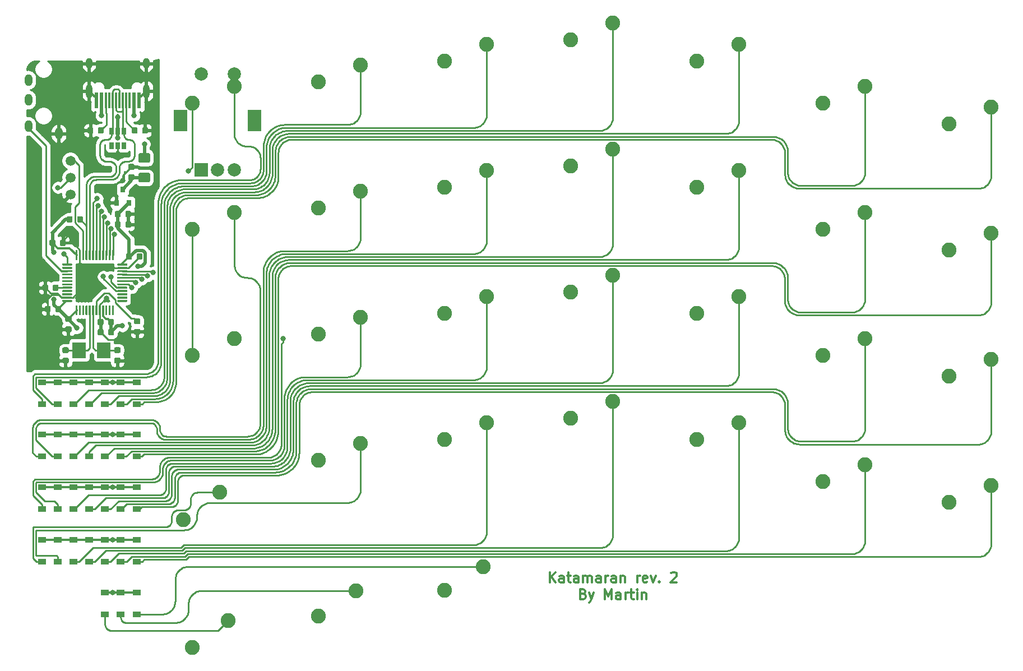
<source format=gbr>
G04 #@! TF.GenerationSoftware,KiCad,Pcbnew,(5.1.4)-1*
G04 #@! TF.CreationDate,2020-11-30T21:40:22+01:00*
G04 #@! TF.ProjectId,stm32split,73746d33-3273-4706-9c69-742e6b696361,rev?*
G04 #@! TF.SameCoordinates,Original*
G04 #@! TF.FileFunction,Copper,L1,Top*
G04 #@! TF.FilePolarity,Positive*
%FSLAX46Y46*%
G04 Gerber Fmt 4.6, Leading zero omitted, Abs format (unit mm)*
G04 Created by KiCad (PCBNEW (5.1.4)-1) date 2020-11-30 21:40:22*
%MOMM*%
%LPD*%
G04 APERTURE LIST*
%ADD10C,0.300000*%
%ADD11R,2.000000X2.000000*%
%ADD12C,2.000000*%
%ADD13R,2.000000X3.200000*%
%ADD14C,1.500000*%
%ADD15O,1.200000X1.800000*%
%ADD16R,2.000000X2.400000*%
%ADD17R,0.600000X2.450000*%
%ADD18R,0.300000X2.450000*%
%ADD19O,1.000000X2.100000*%
%ADD20O,1.000000X1.600000*%
%ADD21C,0.100000*%
%ADD22C,0.875000*%
%ADD23C,1.425000*%
%ADD24C,2.250000*%
%ADD25R,1.200000X0.900000*%
%ADD26R,0.800000X0.900000*%
%ADD27C,0.300000*%
%ADD28R,0.650000X1.060000*%
%ADD29C,0.800000*%
%ADD30C,0.250000*%
%ADD31C,0.500000*%
%ADD32C,0.254000*%
G04 APERTURE END LIST*
D10*
X171688571Y-130783571D02*
X171688571Y-129283571D01*
X172545714Y-130783571D02*
X171902857Y-129926428D01*
X172545714Y-129283571D02*
X171688571Y-130140714D01*
X173831428Y-130783571D02*
X173831428Y-129997857D01*
X173760000Y-129855000D01*
X173617142Y-129783571D01*
X173331428Y-129783571D01*
X173188571Y-129855000D01*
X173831428Y-130712142D02*
X173688571Y-130783571D01*
X173331428Y-130783571D01*
X173188571Y-130712142D01*
X173117142Y-130569285D01*
X173117142Y-130426428D01*
X173188571Y-130283571D01*
X173331428Y-130212142D01*
X173688571Y-130212142D01*
X173831428Y-130140714D01*
X174331428Y-129783571D02*
X174902857Y-129783571D01*
X174545714Y-129283571D02*
X174545714Y-130569285D01*
X174617142Y-130712142D01*
X174760000Y-130783571D01*
X174902857Y-130783571D01*
X176045714Y-130783571D02*
X176045714Y-129997857D01*
X175974285Y-129855000D01*
X175831428Y-129783571D01*
X175545714Y-129783571D01*
X175402857Y-129855000D01*
X176045714Y-130712142D02*
X175902857Y-130783571D01*
X175545714Y-130783571D01*
X175402857Y-130712142D01*
X175331428Y-130569285D01*
X175331428Y-130426428D01*
X175402857Y-130283571D01*
X175545714Y-130212142D01*
X175902857Y-130212142D01*
X176045714Y-130140714D01*
X176760000Y-130783571D02*
X176760000Y-129783571D01*
X176760000Y-129926428D02*
X176831428Y-129855000D01*
X176974285Y-129783571D01*
X177188571Y-129783571D01*
X177331428Y-129855000D01*
X177402857Y-129997857D01*
X177402857Y-130783571D01*
X177402857Y-129997857D02*
X177474285Y-129855000D01*
X177617142Y-129783571D01*
X177831428Y-129783571D01*
X177974285Y-129855000D01*
X178045714Y-129997857D01*
X178045714Y-130783571D01*
X179402857Y-130783571D02*
X179402857Y-129997857D01*
X179331428Y-129855000D01*
X179188571Y-129783571D01*
X178902857Y-129783571D01*
X178760000Y-129855000D01*
X179402857Y-130712142D02*
X179260000Y-130783571D01*
X178902857Y-130783571D01*
X178760000Y-130712142D01*
X178688571Y-130569285D01*
X178688571Y-130426428D01*
X178760000Y-130283571D01*
X178902857Y-130212142D01*
X179260000Y-130212142D01*
X179402857Y-130140714D01*
X180117142Y-130783571D02*
X180117142Y-129783571D01*
X180117142Y-130069285D02*
X180188571Y-129926428D01*
X180260000Y-129855000D01*
X180402857Y-129783571D01*
X180545714Y-129783571D01*
X181688571Y-130783571D02*
X181688571Y-129997857D01*
X181617142Y-129855000D01*
X181474285Y-129783571D01*
X181188571Y-129783571D01*
X181045714Y-129855000D01*
X181688571Y-130712142D02*
X181545714Y-130783571D01*
X181188571Y-130783571D01*
X181045714Y-130712142D01*
X180974285Y-130569285D01*
X180974285Y-130426428D01*
X181045714Y-130283571D01*
X181188571Y-130212142D01*
X181545714Y-130212142D01*
X181688571Y-130140714D01*
X182402857Y-129783571D02*
X182402857Y-130783571D01*
X182402857Y-129926428D02*
X182474285Y-129855000D01*
X182617142Y-129783571D01*
X182831428Y-129783571D01*
X182974285Y-129855000D01*
X183045714Y-129997857D01*
X183045714Y-130783571D01*
X184902857Y-130783571D02*
X184902857Y-129783571D01*
X184902857Y-130069285D02*
X184974285Y-129926428D01*
X185045714Y-129855000D01*
X185188571Y-129783571D01*
X185331428Y-129783571D01*
X186402857Y-130712142D02*
X186260000Y-130783571D01*
X185974285Y-130783571D01*
X185831428Y-130712142D01*
X185760000Y-130569285D01*
X185760000Y-129997857D01*
X185831428Y-129855000D01*
X185974285Y-129783571D01*
X186260000Y-129783571D01*
X186402857Y-129855000D01*
X186474285Y-129997857D01*
X186474285Y-130140714D01*
X185760000Y-130283571D01*
X186974285Y-129783571D02*
X187331428Y-130783571D01*
X187688571Y-129783571D01*
X188260000Y-130640714D02*
X188331428Y-130712142D01*
X188260000Y-130783571D01*
X188188571Y-130712142D01*
X188260000Y-130640714D01*
X188260000Y-130783571D01*
X190045714Y-129426428D02*
X190117142Y-129355000D01*
X190260000Y-129283571D01*
X190617142Y-129283571D01*
X190760000Y-129355000D01*
X190831428Y-129426428D01*
X190902857Y-129569285D01*
X190902857Y-129712142D01*
X190831428Y-129926428D01*
X189974285Y-130783571D01*
X190902857Y-130783571D01*
X176760000Y-132547857D02*
X176974285Y-132619285D01*
X177045714Y-132690714D01*
X177117142Y-132833571D01*
X177117142Y-133047857D01*
X177045714Y-133190714D01*
X176974285Y-133262142D01*
X176831428Y-133333571D01*
X176260000Y-133333571D01*
X176260000Y-131833571D01*
X176760000Y-131833571D01*
X176902857Y-131905000D01*
X176974285Y-131976428D01*
X177045714Y-132119285D01*
X177045714Y-132262142D01*
X176974285Y-132405000D01*
X176902857Y-132476428D01*
X176760000Y-132547857D01*
X176260000Y-132547857D01*
X177617142Y-132333571D02*
X177974285Y-133333571D01*
X178331428Y-132333571D02*
X177974285Y-133333571D01*
X177831428Y-133690714D01*
X177760000Y-133762142D01*
X177617142Y-133833571D01*
X180045714Y-133333571D02*
X180045714Y-131833571D01*
X180545714Y-132905000D01*
X181045714Y-131833571D01*
X181045714Y-133333571D01*
X182402857Y-133333571D02*
X182402857Y-132547857D01*
X182331428Y-132405000D01*
X182188571Y-132333571D01*
X181902857Y-132333571D01*
X181760000Y-132405000D01*
X182402857Y-133262142D02*
X182260000Y-133333571D01*
X181902857Y-133333571D01*
X181760000Y-133262142D01*
X181688571Y-133119285D01*
X181688571Y-132976428D01*
X181760000Y-132833571D01*
X181902857Y-132762142D01*
X182260000Y-132762142D01*
X182402857Y-132690714D01*
X183117142Y-133333571D02*
X183117142Y-132333571D01*
X183117142Y-132619285D02*
X183188571Y-132476428D01*
X183260000Y-132405000D01*
X183402857Y-132333571D01*
X183545714Y-132333571D01*
X183831428Y-132333571D02*
X184402857Y-132333571D01*
X184045714Y-131833571D02*
X184045714Y-133119285D01*
X184117142Y-133262142D01*
X184260000Y-133333571D01*
X184402857Y-133333571D01*
X184902857Y-133333571D02*
X184902857Y-132333571D01*
X184902857Y-131833571D02*
X184831428Y-131905000D01*
X184902857Y-131976428D01*
X184974285Y-131905000D01*
X184902857Y-131833571D01*
X184902857Y-131976428D01*
X185617142Y-132333571D02*
X185617142Y-133333571D01*
X185617142Y-132476428D02*
X185688571Y-132405000D01*
X185831428Y-132333571D01*
X186045714Y-132333571D01*
X186188571Y-132405000D01*
X186260000Y-132547857D01*
X186260000Y-133333571D01*
D11*
X119030000Y-68550000D03*
D12*
X121530000Y-68550000D03*
X124030000Y-68550000D03*
D13*
X115930000Y-61050000D03*
X127130000Y-61050000D03*
D12*
X119030000Y-54050000D03*
X124030000Y-54050000D03*
D14*
X99320000Y-72230000D03*
X99302500Y-69681250D03*
X99300000Y-67120000D03*
D15*
X97550000Y-63030000D03*
X92950000Y-61930000D03*
X92950000Y-57930000D03*
X92950000Y-54930000D03*
D16*
X100640000Y-95740000D03*
X104340000Y-95740000D03*
D17*
X103221250Y-58032500D03*
X109671250Y-58032500D03*
X103996250Y-58032500D03*
X108896250Y-58032500D03*
D18*
X108196250Y-58032500D03*
X104696250Y-58032500D03*
X107696250Y-58032500D03*
X105196250Y-58032500D03*
X107196250Y-58032500D03*
X105696250Y-58032500D03*
X106196250Y-58032500D03*
X106696250Y-58032500D03*
D19*
X110766250Y-56617500D03*
X102126250Y-56617500D03*
D20*
X110766250Y-52437500D03*
X102126250Y-52437500D03*
D21*
G36*
X106702691Y-76286053D02*
G01*
X106723926Y-76289203D01*
X106744750Y-76294419D01*
X106764962Y-76301651D01*
X106784368Y-76310830D01*
X106802781Y-76321866D01*
X106820024Y-76334654D01*
X106835930Y-76349070D01*
X106850346Y-76364976D01*
X106863134Y-76382219D01*
X106874170Y-76400632D01*
X106883349Y-76420038D01*
X106890581Y-76440250D01*
X106895797Y-76461074D01*
X106898947Y-76482309D01*
X106900000Y-76503750D01*
X106900000Y-77016250D01*
X106898947Y-77037691D01*
X106895797Y-77058926D01*
X106890581Y-77079750D01*
X106883349Y-77099962D01*
X106874170Y-77119368D01*
X106863134Y-77137781D01*
X106850346Y-77155024D01*
X106835930Y-77170930D01*
X106820024Y-77185346D01*
X106802781Y-77198134D01*
X106784368Y-77209170D01*
X106764962Y-77218349D01*
X106744750Y-77225581D01*
X106723926Y-77230797D01*
X106702691Y-77233947D01*
X106681250Y-77235000D01*
X106243750Y-77235000D01*
X106222309Y-77233947D01*
X106201074Y-77230797D01*
X106180250Y-77225581D01*
X106160038Y-77218349D01*
X106140632Y-77209170D01*
X106122219Y-77198134D01*
X106104976Y-77185346D01*
X106089070Y-77170930D01*
X106074654Y-77155024D01*
X106061866Y-77137781D01*
X106050830Y-77119368D01*
X106041651Y-77099962D01*
X106034419Y-77079750D01*
X106029203Y-77058926D01*
X106026053Y-77037691D01*
X106025000Y-77016250D01*
X106025000Y-76503750D01*
X106026053Y-76482309D01*
X106029203Y-76461074D01*
X106034419Y-76440250D01*
X106041651Y-76420038D01*
X106050830Y-76400632D01*
X106061866Y-76382219D01*
X106074654Y-76364976D01*
X106089070Y-76349070D01*
X106104976Y-76334654D01*
X106122219Y-76321866D01*
X106140632Y-76310830D01*
X106160038Y-76301651D01*
X106180250Y-76294419D01*
X106201074Y-76289203D01*
X106222309Y-76286053D01*
X106243750Y-76285000D01*
X106681250Y-76285000D01*
X106702691Y-76286053D01*
X106702691Y-76286053D01*
G37*
D22*
X106462500Y-76760000D03*
D21*
G36*
X108277691Y-76286053D02*
G01*
X108298926Y-76289203D01*
X108319750Y-76294419D01*
X108339962Y-76301651D01*
X108359368Y-76310830D01*
X108377781Y-76321866D01*
X108395024Y-76334654D01*
X108410930Y-76349070D01*
X108425346Y-76364976D01*
X108438134Y-76382219D01*
X108449170Y-76400632D01*
X108458349Y-76420038D01*
X108465581Y-76440250D01*
X108470797Y-76461074D01*
X108473947Y-76482309D01*
X108475000Y-76503750D01*
X108475000Y-77016250D01*
X108473947Y-77037691D01*
X108470797Y-77058926D01*
X108465581Y-77079750D01*
X108458349Y-77099962D01*
X108449170Y-77119368D01*
X108438134Y-77137781D01*
X108425346Y-77155024D01*
X108410930Y-77170930D01*
X108395024Y-77185346D01*
X108377781Y-77198134D01*
X108359368Y-77209170D01*
X108339962Y-77218349D01*
X108319750Y-77225581D01*
X108298926Y-77230797D01*
X108277691Y-77233947D01*
X108256250Y-77235000D01*
X107818750Y-77235000D01*
X107797309Y-77233947D01*
X107776074Y-77230797D01*
X107755250Y-77225581D01*
X107735038Y-77218349D01*
X107715632Y-77209170D01*
X107697219Y-77198134D01*
X107679976Y-77185346D01*
X107664070Y-77170930D01*
X107649654Y-77155024D01*
X107636866Y-77137781D01*
X107625830Y-77119368D01*
X107616651Y-77099962D01*
X107609419Y-77079750D01*
X107604203Y-77058926D01*
X107601053Y-77037691D01*
X107600000Y-77016250D01*
X107600000Y-76503750D01*
X107601053Y-76482309D01*
X107604203Y-76461074D01*
X107609419Y-76440250D01*
X107616651Y-76420038D01*
X107625830Y-76400632D01*
X107636866Y-76382219D01*
X107649654Y-76364976D01*
X107664070Y-76349070D01*
X107679976Y-76334654D01*
X107697219Y-76321866D01*
X107715632Y-76310830D01*
X107735038Y-76301651D01*
X107755250Y-76294419D01*
X107776074Y-76289203D01*
X107797309Y-76286053D01*
X107818750Y-76285000D01*
X108256250Y-76285000D01*
X108277691Y-76286053D01*
X108277691Y-76286053D01*
G37*
D22*
X108037500Y-76760000D03*
D21*
G36*
X105685191Y-92556053D02*
G01*
X105706426Y-92559203D01*
X105727250Y-92564419D01*
X105747462Y-92571651D01*
X105766868Y-92580830D01*
X105785281Y-92591866D01*
X105802524Y-92604654D01*
X105818430Y-92619070D01*
X105832846Y-92634976D01*
X105845634Y-92652219D01*
X105856670Y-92670632D01*
X105865849Y-92690038D01*
X105873081Y-92710250D01*
X105878297Y-92731074D01*
X105881447Y-92752309D01*
X105882500Y-92773750D01*
X105882500Y-93286250D01*
X105881447Y-93307691D01*
X105878297Y-93328926D01*
X105873081Y-93349750D01*
X105865849Y-93369962D01*
X105856670Y-93389368D01*
X105845634Y-93407781D01*
X105832846Y-93425024D01*
X105818430Y-93440930D01*
X105802524Y-93455346D01*
X105785281Y-93468134D01*
X105766868Y-93479170D01*
X105747462Y-93488349D01*
X105727250Y-93495581D01*
X105706426Y-93500797D01*
X105685191Y-93503947D01*
X105663750Y-93505000D01*
X105226250Y-93505000D01*
X105204809Y-93503947D01*
X105183574Y-93500797D01*
X105162750Y-93495581D01*
X105142538Y-93488349D01*
X105123132Y-93479170D01*
X105104719Y-93468134D01*
X105087476Y-93455346D01*
X105071570Y-93440930D01*
X105057154Y-93425024D01*
X105044366Y-93407781D01*
X105033330Y-93389368D01*
X105024151Y-93369962D01*
X105016919Y-93349750D01*
X105011703Y-93328926D01*
X105008553Y-93307691D01*
X105007500Y-93286250D01*
X105007500Y-92773750D01*
X105008553Y-92752309D01*
X105011703Y-92731074D01*
X105016919Y-92710250D01*
X105024151Y-92690038D01*
X105033330Y-92670632D01*
X105044366Y-92652219D01*
X105057154Y-92634976D01*
X105071570Y-92619070D01*
X105087476Y-92604654D01*
X105104719Y-92591866D01*
X105123132Y-92580830D01*
X105142538Y-92571651D01*
X105162750Y-92564419D01*
X105183574Y-92559203D01*
X105204809Y-92556053D01*
X105226250Y-92555000D01*
X105663750Y-92555000D01*
X105685191Y-92556053D01*
X105685191Y-92556053D01*
G37*
D22*
X105445000Y-93030000D03*
D21*
G36*
X104110191Y-92556053D02*
G01*
X104131426Y-92559203D01*
X104152250Y-92564419D01*
X104172462Y-92571651D01*
X104191868Y-92580830D01*
X104210281Y-92591866D01*
X104227524Y-92604654D01*
X104243430Y-92619070D01*
X104257846Y-92634976D01*
X104270634Y-92652219D01*
X104281670Y-92670632D01*
X104290849Y-92690038D01*
X104298081Y-92710250D01*
X104303297Y-92731074D01*
X104306447Y-92752309D01*
X104307500Y-92773750D01*
X104307500Y-93286250D01*
X104306447Y-93307691D01*
X104303297Y-93328926D01*
X104298081Y-93349750D01*
X104290849Y-93369962D01*
X104281670Y-93389368D01*
X104270634Y-93407781D01*
X104257846Y-93425024D01*
X104243430Y-93440930D01*
X104227524Y-93455346D01*
X104210281Y-93468134D01*
X104191868Y-93479170D01*
X104172462Y-93488349D01*
X104152250Y-93495581D01*
X104131426Y-93500797D01*
X104110191Y-93503947D01*
X104088750Y-93505000D01*
X103651250Y-93505000D01*
X103629809Y-93503947D01*
X103608574Y-93500797D01*
X103587750Y-93495581D01*
X103567538Y-93488349D01*
X103548132Y-93479170D01*
X103529719Y-93468134D01*
X103512476Y-93455346D01*
X103496570Y-93440930D01*
X103482154Y-93425024D01*
X103469366Y-93407781D01*
X103458330Y-93389368D01*
X103449151Y-93369962D01*
X103441919Y-93349750D01*
X103436703Y-93328926D01*
X103433553Y-93307691D01*
X103432500Y-93286250D01*
X103432500Y-92773750D01*
X103433553Y-92752309D01*
X103436703Y-92731074D01*
X103441919Y-92710250D01*
X103449151Y-92690038D01*
X103458330Y-92670632D01*
X103469366Y-92652219D01*
X103482154Y-92634976D01*
X103496570Y-92619070D01*
X103512476Y-92604654D01*
X103529719Y-92591866D01*
X103548132Y-92580830D01*
X103567538Y-92571651D01*
X103587750Y-92564419D01*
X103608574Y-92559203D01*
X103629809Y-92556053D01*
X103651250Y-92555000D01*
X104088750Y-92555000D01*
X104110191Y-92556053D01*
X104110191Y-92556053D01*
G37*
D22*
X103870000Y-93030000D03*
D21*
G36*
X105677691Y-91023553D02*
G01*
X105698926Y-91026703D01*
X105719750Y-91031919D01*
X105739962Y-91039151D01*
X105759368Y-91048330D01*
X105777781Y-91059366D01*
X105795024Y-91072154D01*
X105810930Y-91086570D01*
X105825346Y-91102476D01*
X105838134Y-91119719D01*
X105849170Y-91138132D01*
X105858349Y-91157538D01*
X105865581Y-91177750D01*
X105870797Y-91198574D01*
X105873947Y-91219809D01*
X105875000Y-91241250D01*
X105875000Y-91753750D01*
X105873947Y-91775191D01*
X105870797Y-91796426D01*
X105865581Y-91817250D01*
X105858349Y-91837462D01*
X105849170Y-91856868D01*
X105838134Y-91875281D01*
X105825346Y-91892524D01*
X105810930Y-91908430D01*
X105795024Y-91922846D01*
X105777781Y-91935634D01*
X105759368Y-91946670D01*
X105739962Y-91955849D01*
X105719750Y-91963081D01*
X105698926Y-91968297D01*
X105677691Y-91971447D01*
X105656250Y-91972500D01*
X105218750Y-91972500D01*
X105197309Y-91971447D01*
X105176074Y-91968297D01*
X105155250Y-91963081D01*
X105135038Y-91955849D01*
X105115632Y-91946670D01*
X105097219Y-91935634D01*
X105079976Y-91922846D01*
X105064070Y-91908430D01*
X105049654Y-91892524D01*
X105036866Y-91875281D01*
X105025830Y-91856868D01*
X105016651Y-91837462D01*
X105009419Y-91817250D01*
X105004203Y-91796426D01*
X105001053Y-91775191D01*
X105000000Y-91753750D01*
X105000000Y-91241250D01*
X105001053Y-91219809D01*
X105004203Y-91198574D01*
X105009419Y-91177750D01*
X105016651Y-91157538D01*
X105025830Y-91138132D01*
X105036866Y-91119719D01*
X105049654Y-91102476D01*
X105064070Y-91086570D01*
X105079976Y-91072154D01*
X105097219Y-91059366D01*
X105115632Y-91048330D01*
X105135038Y-91039151D01*
X105155250Y-91031919D01*
X105176074Y-91026703D01*
X105197309Y-91023553D01*
X105218750Y-91022500D01*
X105656250Y-91022500D01*
X105677691Y-91023553D01*
X105677691Y-91023553D01*
G37*
D22*
X105437500Y-91497500D03*
D21*
G36*
X104102691Y-91023553D02*
G01*
X104123926Y-91026703D01*
X104144750Y-91031919D01*
X104164962Y-91039151D01*
X104184368Y-91048330D01*
X104202781Y-91059366D01*
X104220024Y-91072154D01*
X104235930Y-91086570D01*
X104250346Y-91102476D01*
X104263134Y-91119719D01*
X104274170Y-91138132D01*
X104283349Y-91157538D01*
X104290581Y-91177750D01*
X104295797Y-91198574D01*
X104298947Y-91219809D01*
X104300000Y-91241250D01*
X104300000Y-91753750D01*
X104298947Y-91775191D01*
X104295797Y-91796426D01*
X104290581Y-91817250D01*
X104283349Y-91837462D01*
X104274170Y-91856868D01*
X104263134Y-91875281D01*
X104250346Y-91892524D01*
X104235930Y-91908430D01*
X104220024Y-91922846D01*
X104202781Y-91935634D01*
X104184368Y-91946670D01*
X104164962Y-91955849D01*
X104144750Y-91963081D01*
X104123926Y-91968297D01*
X104102691Y-91971447D01*
X104081250Y-91972500D01*
X103643750Y-91972500D01*
X103622309Y-91971447D01*
X103601074Y-91968297D01*
X103580250Y-91963081D01*
X103560038Y-91955849D01*
X103540632Y-91946670D01*
X103522219Y-91935634D01*
X103504976Y-91922846D01*
X103489070Y-91908430D01*
X103474654Y-91892524D01*
X103461866Y-91875281D01*
X103450830Y-91856868D01*
X103441651Y-91837462D01*
X103434419Y-91817250D01*
X103429203Y-91796426D01*
X103426053Y-91775191D01*
X103425000Y-91753750D01*
X103425000Y-91241250D01*
X103426053Y-91219809D01*
X103429203Y-91198574D01*
X103434419Y-91177750D01*
X103441651Y-91157538D01*
X103450830Y-91138132D01*
X103461866Y-91119719D01*
X103474654Y-91102476D01*
X103489070Y-91086570D01*
X103504976Y-91072154D01*
X103522219Y-91059366D01*
X103540632Y-91048330D01*
X103560038Y-91039151D01*
X103580250Y-91031919D01*
X103601074Y-91026703D01*
X103622309Y-91023553D01*
X103643750Y-91022500D01*
X104081250Y-91022500D01*
X104102691Y-91023553D01*
X104102691Y-91023553D01*
G37*
D22*
X103862500Y-91497500D03*
D21*
G36*
X99277691Y-90583553D02*
G01*
X99298926Y-90586703D01*
X99319750Y-90591919D01*
X99339962Y-90599151D01*
X99359368Y-90608330D01*
X99377781Y-90619366D01*
X99395024Y-90632154D01*
X99410930Y-90646570D01*
X99425346Y-90662476D01*
X99438134Y-90679719D01*
X99449170Y-90698132D01*
X99458349Y-90717538D01*
X99465581Y-90737750D01*
X99470797Y-90758574D01*
X99473947Y-90779809D01*
X99475000Y-90801250D01*
X99475000Y-91238750D01*
X99473947Y-91260191D01*
X99470797Y-91281426D01*
X99465581Y-91302250D01*
X99458349Y-91322462D01*
X99449170Y-91341868D01*
X99438134Y-91360281D01*
X99425346Y-91377524D01*
X99410930Y-91393430D01*
X99395024Y-91407846D01*
X99377781Y-91420634D01*
X99359368Y-91431670D01*
X99339962Y-91440849D01*
X99319750Y-91448081D01*
X99298926Y-91453297D01*
X99277691Y-91456447D01*
X99256250Y-91457500D01*
X98743750Y-91457500D01*
X98722309Y-91456447D01*
X98701074Y-91453297D01*
X98680250Y-91448081D01*
X98660038Y-91440849D01*
X98640632Y-91431670D01*
X98622219Y-91420634D01*
X98604976Y-91407846D01*
X98589070Y-91393430D01*
X98574654Y-91377524D01*
X98561866Y-91360281D01*
X98550830Y-91341868D01*
X98541651Y-91322462D01*
X98534419Y-91302250D01*
X98529203Y-91281426D01*
X98526053Y-91260191D01*
X98525000Y-91238750D01*
X98525000Y-90801250D01*
X98526053Y-90779809D01*
X98529203Y-90758574D01*
X98534419Y-90737750D01*
X98541651Y-90717538D01*
X98550830Y-90698132D01*
X98561866Y-90679719D01*
X98574654Y-90662476D01*
X98589070Y-90646570D01*
X98604976Y-90632154D01*
X98622219Y-90619366D01*
X98640632Y-90608330D01*
X98660038Y-90599151D01*
X98680250Y-90591919D01*
X98701074Y-90586703D01*
X98722309Y-90583553D01*
X98743750Y-90582500D01*
X99256250Y-90582500D01*
X99277691Y-90583553D01*
X99277691Y-90583553D01*
G37*
D22*
X99000000Y-91020000D03*
D21*
G36*
X99277691Y-92158553D02*
G01*
X99298926Y-92161703D01*
X99319750Y-92166919D01*
X99339962Y-92174151D01*
X99359368Y-92183330D01*
X99377781Y-92194366D01*
X99395024Y-92207154D01*
X99410930Y-92221570D01*
X99425346Y-92237476D01*
X99438134Y-92254719D01*
X99449170Y-92273132D01*
X99458349Y-92292538D01*
X99465581Y-92312750D01*
X99470797Y-92333574D01*
X99473947Y-92354809D01*
X99475000Y-92376250D01*
X99475000Y-92813750D01*
X99473947Y-92835191D01*
X99470797Y-92856426D01*
X99465581Y-92877250D01*
X99458349Y-92897462D01*
X99449170Y-92916868D01*
X99438134Y-92935281D01*
X99425346Y-92952524D01*
X99410930Y-92968430D01*
X99395024Y-92982846D01*
X99377781Y-92995634D01*
X99359368Y-93006670D01*
X99339962Y-93015849D01*
X99319750Y-93023081D01*
X99298926Y-93028297D01*
X99277691Y-93031447D01*
X99256250Y-93032500D01*
X98743750Y-93032500D01*
X98722309Y-93031447D01*
X98701074Y-93028297D01*
X98680250Y-93023081D01*
X98660038Y-93015849D01*
X98640632Y-93006670D01*
X98622219Y-92995634D01*
X98604976Y-92982846D01*
X98589070Y-92968430D01*
X98574654Y-92952524D01*
X98561866Y-92935281D01*
X98550830Y-92916868D01*
X98541651Y-92897462D01*
X98534419Y-92877250D01*
X98529203Y-92856426D01*
X98526053Y-92835191D01*
X98525000Y-92813750D01*
X98525000Y-92376250D01*
X98526053Y-92354809D01*
X98529203Y-92333574D01*
X98534419Y-92312750D01*
X98541651Y-92292538D01*
X98550830Y-92273132D01*
X98561866Y-92254719D01*
X98574654Y-92237476D01*
X98589070Y-92221570D01*
X98604976Y-92207154D01*
X98622219Y-92194366D01*
X98640632Y-92183330D01*
X98660038Y-92174151D01*
X98680250Y-92166919D01*
X98701074Y-92161703D01*
X98722309Y-92158553D01*
X98743750Y-92157500D01*
X99256250Y-92157500D01*
X99277691Y-92158553D01*
X99277691Y-92158553D01*
G37*
D22*
X99000000Y-92595000D03*
D21*
G36*
X96830191Y-79066053D02*
G01*
X96851426Y-79069203D01*
X96872250Y-79074419D01*
X96892462Y-79081651D01*
X96911868Y-79090830D01*
X96930281Y-79101866D01*
X96947524Y-79114654D01*
X96963430Y-79129070D01*
X96977846Y-79144976D01*
X96990634Y-79162219D01*
X97001670Y-79180632D01*
X97010849Y-79200038D01*
X97018081Y-79220250D01*
X97023297Y-79241074D01*
X97026447Y-79262309D01*
X97027500Y-79283750D01*
X97027500Y-79796250D01*
X97026447Y-79817691D01*
X97023297Y-79838926D01*
X97018081Y-79859750D01*
X97010849Y-79879962D01*
X97001670Y-79899368D01*
X96990634Y-79917781D01*
X96977846Y-79935024D01*
X96963430Y-79950930D01*
X96947524Y-79965346D01*
X96930281Y-79978134D01*
X96911868Y-79989170D01*
X96892462Y-79998349D01*
X96872250Y-80005581D01*
X96851426Y-80010797D01*
X96830191Y-80013947D01*
X96808750Y-80015000D01*
X96371250Y-80015000D01*
X96349809Y-80013947D01*
X96328574Y-80010797D01*
X96307750Y-80005581D01*
X96287538Y-79998349D01*
X96268132Y-79989170D01*
X96249719Y-79978134D01*
X96232476Y-79965346D01*
X96216570Y-79950930D01*
X96202154Y-79935024D01*
X96189366Y-79917781D01*
X96178330Y-79899368D01*
X96169151Y-79879962D01*
X96161919Y-79859750D01*
X96156703Y-79838926D01*
X96153553Y-79817691D01*
X96152500Y-79796250D01*
X96152500Y-79283750D01*
X96153553Y-79262309D01*
X96156703Y-79241074D01*
X96161919Y-79220250D01*
X96169151Y-79200038D01*
X96178330Y-79180632D01*
X96189366Y-79162219D01*
X96202154Y-79144976D01*
X96216570Y-79129070D01*
X96232476Y-79114654D01*
X96249719Y-79101866D01*
X96268132Y-79090830D01*
X96287538Y-79081651D01*
X96307750Y-79074419D01*
X96328574Y-79069203D01*
X96349809Y-79066053D01*
X96371250Y-79065000D01*
X96808750Y-79065000D01*
X96830191Y-79066053D01*
X96830191Y-79066053D01*
G37*
D22*
X96590000Y-79540000D03*
D21*
G36*
X98405191Y-79066053D02*
G01*
X98426426Y-79069203D01*
X98447250Y-79074419D01*
X98467462Y-79081651D01*
X98486868Y-79090830D01*
X98505281Y-79101866D01*
X98522524Y-79114654D01*
X98538430Y-79129070D01*
X98552846Y-79144976D01*
X98565634Y-79162219D01*
X98576670Y-79180632D01*
X98585849Y-79200038D01*
X98593081Y-79220250D01*
X98598297Y-79241074D01*
X98601447Y-79262309D01*
X98602500Y-79283750D01*
X98602500Y-79796250D01*
X98601447Y-79817691D01*
X98598297Y-79838926D01*
X98593081Y-79859750D01*
X98585849Y-79879962D01*
X98576670Y-79899368D01*
X98565634Y-79917781D01*
X98552846Y-79935024D01*
X98538430Y-79950930D01*
X98522524Y-79965346D01*
X98505281Y-79978134D01*
X98486868Y-79989170D01*
X98467462Y-79998349D01*
X98447250Y-80005581D01*
X98426426Y-80010797D01*
X98405191Y-80013947D01*
X98383750Y-80015000D01*
X97946250Y-80015000D01*
X97924809Y-80013947D01*
X97903574Y-80010797D01*
X97882750Y-80005581D01*
X97862538Y-79998349D01*
X97843132Y-79989170D01*
X97824719Y-79978134D01*
X97807476Y-79965346D01*
X97791570Y-79950930D01*
X97777154Y-79935024D01*
X97764366Y-79917781D01*
X97753330Y-79899368D01*
X97744151Y-79879962D01*
X97736919Y-79859750D01*
X97731703Y-79838926D01*
X97728553Y-79817691D01*
X97727500Y-79796250D01*
X97727500Y-79283750D01*
X97728553Y-79262309D01*
X97731703Y-79241074D01*
X97736919Y-79220250D01*
X97744151Y-79200038D01*
X97753330Y-79180632D01*
X97764366Y-79162219D01*
X97777154Y-79144976D01*
X97791570Y-79129070D01*
X97807476Y-79114654D01*
X97824719Y-79101866D01*
X97843132Y-79090830D01*
X97862538Y-79081651D01*
X97882750Y-79074419D01*
X97903574Y-79069203D01*
X97924809Y-79066053D01*
X97946250Y-79065000D01*
X98383750Y-79065000D01*
X98405191Y-79066053D01*
X98405191Y-79066053D01*
G37*
D22*
X98165000Y-79540000D03*
D21*
G36*
X108410191Y-81126053D02*
G01*
X108431426Y-81129203D01*
X108452250Y-81134419D01*
X108472462Y-81141651D01*
X108491868Y-81150830D01*
X108510281Y-81161866D01*
X108527524Y-81174654D01*
X108543430Y-81189070D01*
X108557846Y-81204976D01*
X108570634Y-81222219D01*
X108581670Y-81240632D01*
X108590849Y-81260038D01*
X108598081Y-81280250D01*
X108603297Y-81301074D01*
X108606447Y-81322309D01*
X108607500Y-81343750D01*
X108607500Y-81856250D01*
X108606447Y-81877691D01*
X108603297Y-81898926D01*
X108598081Y-81919750D01*
X108590849Y-81939962D01*
X108581670Y-81959368D01*
X108570634Y-81977781D01*
X108557846Y-81995024D01*
X108543430Y-82010930D01*
X108527524Y-82025346D01*
X108510281Y-82038134D01*
X108491868Y-82049170D01*
X108472462Y-82058349D01*
X108452250Y-82065581D01*
X108431426Y-82070797D01*
X108410191Y-82073947D01*
X108388750Y-82075000D01*
X107951250Y-82075000D01*
X107929809Y-82073947D01*
X107908574Y-82070797D01*
X107887750Y-82065581D01*
X107867538Y-82058349D01*
X107848132Y-82049170D01*
X107829719Y-82038134D01*
X107812476Y-82025346D01*
X107796570Y-82010930D01*
X107782154Y-81995024D01*
X107769366Y-81977781D01*
X107758330Y-81959368D01*
X107749151Y-81939962D01*
X107741919Y-81919750D01*
X107736703Y-81898926D01*
X107733553Y-81877691D01*
X107732500Y-81856250D01*
X107732500Y-81343750D01*
X107733553Y-81322309D01*
X107736703Y-81301074D01*
X107741919Y-81280250D01*
X107749151Y-81260038D01*
X107758330Y-81240632D01*
X107769366Y-81222219D01*
X107782154Y-81204976D01*
X107796570Y-81189070D01*
X107812476Y-81174654D01*
X107829719Y-81161866D01*
X107848132Y-81150830D01*
X107867538Y-81141651D01*
X107887750Y-81134419D01*
X107908574Y-81129203D01*
X107929809Y-81126053D01*
X107951250Y-81125000D01*
X108388750Y-81125000D01*
X108410191Y-81126053D01*
X108410191Y-81126053D01*
G37*
D22*
X108170000Y-81600000D03*
D21*
G36*
X109985191Y-81126053D02*
G01*
X110006426Y-81129203D01*
X110027250Y-81134419D01*
X110047462Y-81141651D01*
X110066868Y-81150830D01*
X110085281Y-81161866D01*
X110102524Y-81174654D01*
X110118430Y-81189070D01*
X110132846Y-81204976D01*
X110145634Y-81222219D01*
X110156670Y-81240632D01*
X110165849Y-81260038D01*
X110173081Y-81280250D01*
X110178297Y-81301074D01*
X110181447Y-81322309D01*
X110182500Y-81343750D01*
X110182500Y-81856250D01*
X110181447Y-81877691D01*
X110178297Y-81898926D01*
X110173081Y-81919750D01*
X110165849Y-81939962D01*
X110156670Y-81959368D01*
X110145634Y-81977781D01*
X110132846Y-81995024D01*
X110118430Y-82010930D01*
X110102524Y-82025346D01*
X110085281Y-82038134D01*
X110066868Y-82049170D01*
X110047462Y-82058349D01*
X110027250Y-82065581D01*
X110006426Y-82070797D01*
X109985191Y-82073947D01*
X109963750Y-82075000D01*
X109526250Y-82075000D01*
X109504809Y-82073947D01*
X109483574Y-82070797D01*
X109462750Y-82065581D01*
X109442538Y-82058349D01*
X109423132Y-82049170D01*
X109404719Y-82038134D01*
X109387476Y-82025346D01*
X109371570Y-82010930D01*
X109357154Y-81995024D01*
X109344366Y-81977781D01*
X109333330Y-81959368D01*
X109324151Y-81939962D01*
X109316919Y-81919750D01*
X109311703Y-81898926D01*
X109308553Y-81877691D01*
X109307500Y-81856250D01*
X109307500Y-81343750D01*
X109308553Y-81322309D01*
X109311703Y-81301074D01*
X109316919Y-81280250D01*
X109324151Y-81260038D01*
X109333330Y-81240632D01*
X109344366Y-81222219D01*
X109357154Y-81204976D01*
X109371570Y-81189070D01*
X109387476Y-81174654D01*
X109404719Y-81161866D01*
X109423132Y-81150830D01*
X109442538Y-81141651D01*
X109462750Y-81134419D01*
X109483574Y-81129203D01*
X109504809Y-81126053D01*
X109526250Y-81125000D01*
X109963750Y-81125000D01*
X109985191Y-81126053D01*
X109985191Y-81126053D01*
G37*
D22*
X109745000Y-81600000D03*
D21*
G36*
X97710191Y-89046053D02*
G01*
X97731426Y-89049203D01*
X97752250Y-89054419D01*
X97772462Y-89061651D01*
X97791868Y-89070830D01*
X97810281Y-89081866D01*
X97827524Y-89094654D01*
X97843430Y-89109070D01*
X97857846Y-89124976D01*
X97870634Y-89142219D01*
X97881670Y-89160632D01*
X97890849Y-89180038D01*
X97898081Y-89200250D01*
X97903297Y-89221074D01*
X97906447Y-89242309D01*
X97907500Y-89263750D01*
X97907500Y-89776250D01*
X97906447Y-89797691D01*
X97903297Y-89818926D01*
X97898081Y-89839750D01*
X97890849Y-89859962D01*
X97881670Y-89879368D01*
X97870634Y-89897781D01*
X97857846Y-89915024D01*
X97843430Y-89930930D01*
X97827524Y-89945346D01*
X97810281Y-89958134D01*
X97791868Y-89969170D01*
X97772462Y-89978349D01*
X97752250Y-89985581D01*
X97731426Y-89990797D01*
X97710191Y-89993947D01*
X97688750Y-89995000D01*
X97251250Y-89995000D01*
X97229809Y-89993947D01*
X97208574Y-89990797D01*
X97187750Y-89985581D01*
X97167538Y-89978349D01*
X97148132Y-89969170D01*
X97129719Y-89958134D01*
X97112476Y-89945346D01*
X97096570Y-89930930D01*
X97082154Y-89915024D01*
X97069366Y-89897781D01*
X97058330Y-89879368D01*
X97049151Y-89859962D01*
X97041919Y-89839750D01*
X97036703Y-89818926D01*
X97033553Y-89797691D01*
X97032500Y-89776250D01*
X97032500Y-89263750D01*
X97033553Y-89242309D01*
X97036703Y-89221074D01*
X97041919Y-89200250D01*
X97049151Y-89180038D01*
X97058330Y-89160632D01*
X97069366Y-89142219D01*
X97082154Y-89124976D01*
X97096570Y-89109070D01*
X97112476Y-89094654D01*
X97129719Y-89081866D01*
X97148132Y-89070830D01*
X97167538Y-89061651D01*
X97187750Y-89054419D01*
X97208574Y-89049203D01*
X97229809Y-89046053D01*
X97251250Y-89045000D01*
X97688750Y-89045000D01*
X97710191Y-89046053D01*
X97710191Y-89046053D01*
G37*
D22*
X97470000Y-89520000D03*
D21*
G36*
X96135191Y-89046053D02*
G01*
X96156426Y-89049203D01*
X96177250Y-89054419D01*
X96197462Y-89061651D01*
X96216868Y-89070830D01*
X96235281Y-89081866D01*
X96252524Y-89094654D01*
X96268430Y-89109070D01*
X96282846Y-89124976D01*
X96295634Y-89142219D01*
X96306670Y-89160632D01*
X96315849Y-89180038D01*
X96323081Y-89200250D01*
X96328297Y-89221074D01*
X96331447Y-89242309D01*
X96332500Y-89263750D01*
X96332500Y-89776250D01*
X96331447Y-89797691D01*
X96328297Y-89818926D01*
X96323081Y-89839750D01*
X96315849Y-89859962D01*
X96306670Y-89879368D01*
X96295634Y-89897781D01*
X96282846Y-89915024D01*
X96268430Y-89930930D01*
X96252524Y-89945346D01*
X96235281Y-89958134D01*
X96216868Y-89969170D01*
X96197462Y-89978349D01*
X96177250Y-89985581D01*
X96156426Y-89990797D01*
X96135191Y-89993947D01*
X96113750Y-89995000D01*
X95676250Y-89995000D01*
X95654809Y-89993947D01*
X95633574Y-89990797D01*
X95612750Y-89985581D01*
X95592538Y-89978349D01*
X95573132Y-89969170D01*
X95554719Y-89958134D01*
X95537476Y-89945346D01*
X95521570Y-89930930D01*
X95507154Y-89915024D01*
X95494366Y-89897781D01*
X95483330Y-89879368D01*
X95474151Y-89859962D01*
X95466919Y-89839750D01*
X95461703Y-89818926D01*
X95458553Y-89797691D01*
X95457500Y-89776250D01*
X95457500Y-89263750D01*
X95458553Y-89242309D01*
X95461703Y-89221074D01*
X95466919Y-89200250D01*
X95474151Y-89180038D01*
X95483330Y-89160632D01*
X95494366Y-89142219D01*
X95507154Y-89124976D01*
X95521570Y-89109070D01*
X95537476Y-89094654D01*
X95554719Y-89081866D01*
X95573132Y-89070830D01*
X95592538Y-89061651D01*
X95612750Y-89054419D01*
X95633574Y-89049203D01*
X95654809Y-89046053D01*
X95676250Y-89045000D01*
X96113750Y-89045000D01*
X96135191Y-89046053D01*
X96135191Y-89046053D01*
G37*
D22*
X95895000Y-89520000D03*
D21*
G36*
X101000191Y-75516053D02*
G01*
X101021426Y-75519203D01*
X101042250Y-75524419D01*
X101062462Y-75531651D01*
X101081868Y-75540830D01*
X101100281Y-75551866D01*
X101117524Y-75564654D01*
X101133430Y-75579070D01*
X101147846Y-75594976D01*
X101160634Y-75612219D01*
X101171670Y-75630632D01*
X101180849Y-75650038D01*
X101188081Y-75670250D01*
X101193297Y-75691074D01*
X101196447Y-75712309D01*
X101197500Y-75733750D01*
X101197500Y-76246250D01*
X101196447Y-76267691D01*
X101193297Y-76288926D01*
X101188081Y-76309750D01*
X101180849Y-76329962D01*
X101171670Y-76349368D01*
X101160634Y-76367781D01*
X101147846Y-76385024D01*
X101133430Y-76400930D01*
X101117524Y-76415346D01*
X101100281Y-76428134D01*
X101081868Y-76439170D01*
X101062462Y-76448349D01*
X101042250Y-76455581D01*
X101021426Y-76460797D01*
X101000191Y-76463947D01*
X100978750Y-76465000D01*
X100541250Y-76465000D01*
X100519809Y-76463947D01*
X100498574Y-76460797D01*
X100477750Y-76455581D01*
X100457538Y-76448349D01*
X100438132Y-76439170D01*
X100419719Y-76428134D01*
X100402476Y-76415346D01*
X100386570Y-76400930D01*
X100372154Y-76385024D01*
X100359366Y-76367781D01*
X100348330Y-76349368D01*
X100339151Y-76329962D01*
X100331919Y-76309750D01*
X100326703Y-76288926D01*
X100323553Y-76267691D01*
X100322500Y-76246250D01*
X100322500Y-75733750D01*
X100323553Y-75712309D01*
X100326703Y-75691074D01*
X100331919Y-75670250D01*
X100339151Y-75650038D01*
X100348330Y-75630632D01*
X100359366Y-75612219D01*
X100372154Y-75594976D01*
X100386570Y-75579070D01*
X100402476Y-75564654D01*
X100419719Y-75551866D01*
X100438132Y-75540830D01*
X100457538Y-75531651D01*
X100477750Y-75524419D01*
X100498574Y-75519203D01*
X100519809Y-75516053D01*
X100541250Y-75515000D01*
X100978750Y-75515000D01*
X101000191Y-75516053D01*
X101000191Y-75516053D01*
G37*
D22*
X100760000Y-75990000D03*
D21*
G36*
X99425191Y-75516053D02*
G01*
X99446426Y-75519203D01*
X99467250Y-75524419D01*
X99487462Y-75531651D01*
X99506868Y-75540830D01*
X99525281Y-75551866D01*
X99542524Y-75564654D01*
X99558430Y-75579070D01*
X99572846Y-75594976D01*
X99585634Y-75612219D01*
X99596670Y-75630632D01*
X99605849Y-75650038D01*
X99613081Y-75670250D01*
X99618297Y-75691074D01*
X99621447Y-75712309D01*
X99622500Y-75733750D01*
X99622500Y-76246250D01*
X99621447Y-76267691D01*
X99618297Y-76288926D01*
X99613081Y-76309750D01*
X99605849Y-76329962D01*
X99596670Y-76349368D01*
X99585634Y-76367781D01*
X99572846Y-76385024D01*
X99558430Y-76400930D01*
X99542524Y-76415346D01*
X99525281Y-76428134D01*
X99506868Y-76439170D01*
X99487462Y-76448349D01*
X99467250Y-76455581D01*
X99446426Y-76460797D01*
X99425191Y-76463947D01*
X99403750Y-76465000D01*
X98966250Y-76465000D01*
X98944809Y-76463947D01*
X98923574Y-76460797D01*
X98902750Y-76455581D01*
X98882538Y-76448349D01*
X98863132Y-76439170D01*
X98844719Y-76428134D01*
X98827476Y-76415346D01*
X98811570Y-76400930D01*
X98797154Y-76385024D01*
X98784366Y-76367781D01*
X98773330Y-76349368D01*
X98764151Y-76329962D01*
X98756919Y-76309750D01*
X98751703Y-76288926D01*
X98748553Y-76267691D01*
X98747500Y-76246250D01*
X98747500Y-75733750D01*
X98748553Y-75712309D01*
X98751703Y-75691074D01*
X98756919Y-75670250D01*
X98764151Y-75650038D01*
X98773330Y-75630632D01*
X98784366Y-75612219D01*
X98797154Y-75594976D01*
X98811570Y-75579070D01*
X98827476Y-75564654D01*
X98844719Y-75551866D01*
X98863132Y-75540830D01*
X98882538Y-75531651D01*
X98902750Y-75524419D01*
X98923574Y-75519203D01*
X98944809Y-75516053D01*
X98966250Y-75515000D01*
X99403750Y-75515000D01*
X99425191Y-75516053D01*
X99425191Y-75516053D01*
G37*
D22*
X99185000Y-75990000D03*
D21*
G36*
X104130191Y-62076053D02*
G01*
X104151426Y-62079203D01*
X104172250Y-62084419D01*
X104192462Y-62091651D01*
X104211868Y-62100830D01*
X104230281Y-62111866D01*
X104247524Y-62124654D01*
X104263430Y-62139070D01*
X104277846Y-62154976D01*
X104290634Y-62172219D01*
X104301670Y-62190632D01*
X104310849Y-62210038D01*
X104318081Y-62230250D01*
X104323297Y-62251074D01*
X104326447Y-62272309D01*
X104327500Y-62293750D01*
X104327500Y-62806250D01*
X104326447Y-62827691D01*
X104323297Y-62848926D01*
X104318081Y-62869750D01*
X104310849Y-62889962D01*
X104301670Y-62909368D01*
X104290634Y-62927781D01*
X104277846Y-62945024D01*
X104263430Y-62960930D01*
X104247524Y-62975346D01*
X104230281Y-62988134D01*
X104211868Y-62999170D01*
X104192462Y-63008349D01*
X104172250Y-63015581D01*
X104151426Y-63020797D01*
X104130191Y-63023947D01*
X104108750Y-63025000D01*
X103671250Y-63025000D01*
X103649809Y-63023947D01*
X103628574Y-63020797D01*
X103607750Y-63015581D01*
X103587538Y-63008349D01*
X103568132Y-62999170D01*
X103549719Y-62988134D01*
X103532476Y-62975346D01*
X103516570Y-62960930D01*
X103502154Y-62945024D01*
X103489366Y-62927781D01*
X103478330Y-62909368D01*
X103469151Y-62889962D01*
X103461919Y-62869750D01*
X103456703Y-62848926D01*
X103453553Y-62827691D01*
X103452500Y-62806250D01*
X103452500Y-62293750D01*
X103453553Y-62272309D01*
X103456703Y-62251074D01*
X103461919Y-62230250D01*
X103469151Y-62210038D01*
X103478330Y-62190632D01*
X103489366Y-62172219D01*
X103502154Y-62154976D01*
X103516570Y-62139070D01*
X103532476Y-62124654D01*
X103549719Y-62111866D01*
X103568132Y-62100830D01*
X103587538Y-62091651D01*
X103607750Y-62084419D01*
X103628574Y-62079203D01*
X103649809Y-62076053D01*
X103671250Y-62075000D01*
X104108750Y-62075000D01*
X104130191Y-62076053D01*
X104130191Y-62076053D01*
G37*
D22*
X103890000Y-62550000D03*
D21*
G36*
X102555191Y-62076053D02*
G01*
X102576426Y-62079203D01*
X102597250Y-62084419D01*
X102617462Y-62091651D01*
X102636868Y-62100830D01*
X102655281Y-62111866D01*
X102672524Y-62124654D01*
X102688430Y-62139070D01*
X102702846Y-62154976D01*
X102715634Y-62172219D01*
X102726670Y-62190632D01*
X102735849Y-62210038D01*
X102743081Y-62230250D01*
X102748297Y-62251074D01*
X102751447Y-62272309D01*
X102752500Y-62293750D01*
X102752500Y-62806250D01*
X102751447Y-62827691D01*
X102748297Y-62848926D01*
X102743081Y-62869750D01*
X102735849Y-62889962D01*
X102726670Y-62909368D01*
X102715634Y-62927781D01*
X102702846Y-62945024D01*
X102688430Y-62960930D01*
X102672524Y-62975346D01*
X102655281Y-62988134D01*
X102636868Y-62999170D01*
X102617462Y-63008349D01*
X102597250Y-63015581D01*
X102576426Y-63020797D01*
X102555191Y-63023947D01*
X102533750Y-63025000D01*
X102096250Y-63025000D01*
X102074809Y-63023947D01*
X102053574Y-63020797D01*
X102032750Y-63015581D01*
X102012538Y-63008349D01*
X101993132Y-62999170D01*
X101974719Y-62988134D01*
X101957476Y-62975346D01*
X101941570Y-62960930D01*
X101927154Y-62945024D01*
X101914366Y-62927781D01*
X101903330Y-62909368D01*
X101894151Y-62889962D01*
X101886919Y-62869750D01*
X101881703Y-62848926D01*
X101878553Y-62827691D01*
X101877500Y-62806250D01*
X101877500Y-62293750D01*
X101878553Y-62272309D01*
X101881703Y-62251074D01*
X101886919Y-62230250D01*
X101894151Y-62210038D01*
X101903330Y-62190632D01*
X101914366Y-62172219D01*
X101927154Y-62154976D01*
X101941570Y-62139070D01*
X101957476Y-62124654D01*
X101974719Y-62111866D01*
X101993132Y-62100830D01*
X102012538Y-62091651D01*
X102032750Y-62084419D01*
X102053574Y-62079203D01*
X102074809Y-62076053D01*
X102096250Y-62075000D01*
X102533750Y-62075000D01*
X102555191Y-62076053D01*
X102555191Y-62076053D01*
G37*
D22*
X102315000Y-62550000D03*
D21*
G36*
X109242691Y-62083553D02*
G01*
X109263926Y-62086703D01*
X109284750Y-62091919D01*
X109304962Y-62099151D01*
X109324368Y-62108330D01*
X109342781Y-62119366D01*
X109360024Y-62132154D01*
X109375930Y-62146570D01*
X109390346Y-62162476D01*
X109403134Y-62179719D01*
X109414170Y-62198132D01*
X109423349Y-62217538D01*
X109430581Y-62237750D01*
X109435797Y-62258574D01*
X109438947Y-62279809D01*
X109440000Y-62301250D01*
X109440000Y-62813750D01*
X109438947Y-62835191D01*
X109435797Y-62856426D01*
X109430581Y-62877250D01*
X109423349Y-62897462D01*
X109414170Y-62916868D01*
X109403134Y-62935281D01*
X109390346Y-62952524D01*
X109375930Y-62968430D01*
X109360024Y-62982846D01*
X109342781Y-62995634D01*
X109324368Y-63006670D01*
X109304962Y-63015849D01*
X109284750Y-63023081D01*
X109263926Y-63028297D01*
X109242691Y-63031447D01*
X109221250Y-63032500D01*
X108783750Y-63032500D01*
X108762309Y-63031447D01*
X108741074Y-63028297D01*
X108720250Y-63023081D01*
X108700038Y-63015849D01*
X108680632Y-63006670D01*
X108662219Y-62995634D01*
X108644976Y-62982846D01*
X108629070Y-62968430D01*
X108614654Y-62952524D01*
X108601866Y-62935281D01*
X108590830Y-62916868D01*
X108581651Y-62897462D01*
X108574419Y-62877250D01*
X108569203Y-62856426D01*
X108566053Y-62835191D01*
X108565000Y-62813750D01*
X108565000Y-62301250D01*
X108566053Y-62279809D01*
X108569203Y-62258574D01*
X108574419Y-62237750D01*
X108581651Y-62217538D01*
X108590830Y-62198132D01*
X108601866Y-62179719D01*
X108614654Y-62162476D01*
X108629070Y-62146570D01*
X108644976Y-62132154D01*
X108662219Y-62119366D01*
X108680632Y-62108330D01*
X108700038Y-62099151D01*
X108720250Y-62091919D01*
X108741074Y-62086703D01*
X108762309Y-62083553D01*
X108783750Y-62082500D01*
X109221250Y-62082500D01*
X109242691Y-62083553D01*
X109242691Y-62083553D01*
G37*
D22*
X109002500Y-62557500D03*
D21*
G36*
X110817691Y-62083553D02*
G01*
X110838926Y-62086703D01*
X110859750Y-62091919D01*
X110879962Y-62099151D01*
X110899368Y-62108330D01*
X110917781Y-62119366D01*
X110935024Y-62132154D01*
X110950930Y-62146570D01*
X110965346Y-62162476D01*
X110978134Y-62179719D01*
X110989170Y-62198132D01*
X110998349Y-62217538D01*
X111005581Y-62237750D01*
X111010797Y-62258574D01*
X111013947Y-62279809D01*
X111015000Y-62301250D01*
X111015000Y-62813750D01*
X111013947Y-62835191D01*
X111010797Y-62856426D01*
X111005581Y-62877250D01*
X110998349Y-62897462D01*
X110989170Y-62916868D01*
X110978134Y-62935281D01*
X110965346Y-62952524D01*
X110950930Y-62968430D01*
X110935024Y-62982846D01*
X110917781Y-62995634D01*
X110899368Y-63006670D01*
X110879962Y-63015849D01*
X110859750Y-63023081D01*
X110838926Y-63028297D01*
X110817691Y-63031447D01*
X110796250Y-63032500D01*
X110358750Y-63032500D01*
X110337309Y-63031447D01*
X110316074Y-63028297D01*
X110295250Y-63023081D01*
X110275038Y-63015849D01*
X110255632Y-63006670D01*
X110237219Y-62995634D01*
X110219976Y-62982846D01*
X110204070Y-62968430D01*
X110189654Y-62952524D01*
X110176866Y-62935281D01*
X110165830Y-62916868D01*
X110156651Y-62897462D01*
X110149419Y-62877250D01*
X110144203Y-62856426D01*
X110141053Y-62835191D01*
X110140000Y-62813750D01*
X110140000Y-62301250D01*
X110141053Y-62279809D01*
X110144203Y-62258574D01*
X110149419Y-62237750D01*
X110156651Y-62217538D01*
X110165830Y-62198132D01*
X110176866Y-62179719D01*
X110189654Y-62162476D01*
X110204070Y-62146570D01*
X110219976Y-62132154D01*
X110237219Y-62119366D01*
X110255632Y-62108330D01*
X110275038Y-62099151D01*
X110295250Y-62091919D01*
X110316074Y-62086703D01*
X110337309Y-62083553D01*
X110358750Y-62082500D01*
X110796250Y-62082500D01*
X110817691Y-62083553D01*
X110817691Y-62083553D01*
G37*
D22*
X110577500Y-62557500D03*
D21*
G36*
X111109504Y-65988704D02*
G01*
X111133773Y-65992304D01*
X111157571Y-65998265D01*
X111180671Y-66006530D01*
X111202849Y-66017020D01*
X111223893Y-66029633D01*
X111243598Y-66044247D01*
X111261777Y-66060723D01*
X111278253Y-66078902D01*
X111292867Y-66098607D01*
X111305480Y-66119651D01*
X111315970Y-66141829D01*
X111324235Y-66164929D01*
X111330196Y-66188727D01*
X111333796Y-66212996D01*
X111335000Y-66237500D01*
X111335000Y-67162500D01*
X111333796Y-67187004D01*
X111330196Y-67211273D01*
X111324235Y-67235071D01*
X111315970Y-67258171D01*
X111305480Y-67280349D01*
X111292867Y-67301393D01*
X111278253Y-67321098D01*
X111261777Y-67339277D01*
X111243598Y-67355753D01*
X111223893Y-67370367D01*
X111202849Y-67382980D01*
X111180671Y-67393470D01*
X111157571Y-67401735D01*
X111133773Y-67407696D01*
X111109504Y-67411296D01*
X111085000Y-67412500D01*
X109835000Y-67412500D01*
X109810496Y-67411296D01*
X109786227Y-67407696D01*
X109762429Y-67401735D01*
X109739329Y-67393470D01*
X109717151Y-67382980D01*
X109696107Y-67370367D01*
X109676402Y-67355753D01*
X109658223Y-67339277D01*
X109641747Y-67321098D01*
X109627133Y-67301393D01*
X109614520Y-67280349D01*
X109604030Y-67258171D01*
X109595765Y-67235071D01*
X109589804Y-67211273D01*
X109586204Y-67187004D01*
X109585000Y-67162500D01*
X109585000Y-66237500D01*
X109586204Y-66212996D01*
X109589804Y-66188727D01*
X109595765Y-66164929D01*
X109604030Y-66141829D01*
X109614520Y-66119651D01*
X109627133Y-66098607D01*
X109641747Y-66078902D01*
X109658223Y-66060723D01*
X109676402Y-66044247D01*
X109696107Y-66029633D01*
X109717151Y-66017020D01*
X109739329Y-66006530D01*
X109762429Y-65998265D01*
X109786227Y-65992304D01*
X109810496Y-65988704D01*
X109835000Y-65987500D01*
X111085000Y-65987500D01*
X111109504Y-65988704D01*
X111109504Y-65988704D01*
G37*
D23*
X110460000Y-66700000D03*
D21*
G36*
X111109504Y-68963704D02*
G01*
X111133773Y-68967304D01*
X111157571Y-68973265D01*
X111180671Y-68981530D01*
X111202849Y-68992020D01*
X111223893Y-69004633D01*
X111243598Y-69019247D01*
X111261777Y-69035723D01*
X111278253Y-69053902D01*
X111292867Y-69073607D01*
X111305480Y-69094651D01*
X111315970Y-69116829D01*
X111324235Y-69139929D01*
X111330196Y-69163727D01*
X111333796Y-69187996D01*
X111335000Y-69212500D01*
X111335000Y-70137500D01*
X111333796Y-70162004D01*
X111330196Y-70186273D01*
X111324235Y-70210071D01*
X111315970Y-70233171D01*
X111305480Y-70255349D01*
X111292867Y-70276393D01*
X111278253Y-70296098D01*
X111261777Y-70314277D01*
X111243598Y-70330753D01*
X111223893Y-70345367D01*
X111202849Y-70357980D01*
X111180671Y-70368470D01*
X111157571Y-70376735D01*
X111133773Y-70382696D01*
X111109504Y-70386296D01*
X111085000Y-70387500D01*
X109835000Y-70387500D01*
X109810496Y-70386296D01*
X109786227Y-70382696D01*
X109762429Y-70376735D01*
X109739329Y-70368470D01*
X109717151Y-70357980D01*
X109696107Y-70345367D01*
X109676402Y-70330753D01*
X109658223Y-70314277D01*
X109641747Y-70296098D01*
X109627133Y-70276393D01*
X109614520Y-70255349D01*
X109604030Y-70233171D01*
X109595765Y-70210071D01*
X109589804Y-70186273D01*
X109586204Y-70162004D01*
X109585000Y-70137500D01*
X109585000Y-69212500D01*
X109586204Y-69187996D01*
X109589804Y-69163727D01*
X109595765Y-69139929D01*
X109604030Y-69116829D01*
X109614520Y-69094651D01*
X109627133Y-69073607D01*
X109641747Y-69053902D01*
X109658223Y-69035723D01*
X109676402Y-69019247D01*
X109696107Y-69004633D01*
X109717151Y-68992020D01*
X109739329Y-68981530D01*
X109762429Y-68973265D01*
X109786227Y-68967304D01*
X109810496Y-68963704D01*
X109835000Y-68962500D01*
X111085000Y-68962500D01*
X111109504Y-68963704D01*
X111109504Y-68963704D01*
G37*
D23*
X110460000Y-69675000D03*
D21*
G36*
X95735191Y-85836053D02*
G01*
X95756426Y-85839203D01*
X95777250Y-85844419D01*
X95797462Y-85851651D01*
X95816868Y-85860830D01*
X95835281Y-85871866D01*
X95852524Y-85884654D01*
X95868430Y-85899070D01*
X95882846Y-85914976D01*
X95895634Y-85932219D01*
X95906670Y-85950632D01*
X95915849Y-85970038D01*
X95923081Y-85990250D01*
X95928297Y-86011074D01*
X95931447Y-86032309D01*
X95932500Y-86053750D01*
X95932500Y-86566250D01*
X95931447Y-86587691D01*
X95928297Y-86608926D01*
X95923081Y-86629750D01*
X95915849Y-86649962D01*
X95906670Y-86669368D01*
X95895634Y-86687781D01*
X95882846Y-86705024D01*
X95868430Y-86720930D01*
X95852524Y-86735346D01*
X95835281Y-86748134D01*
X95816868Y-86759170D01*
X95797462Y-86768349D01*
X95777250Y-86775581D01*
X95756426Y-86780797D01*
X95735191Y-86783947D01*
X95713750Y-86785000D01*
X95276250Y-86785000D01*
X95254809Y-86783947D01*
X95233574Y-86780797D01*
X95212750Y-86775581D01*
X95192538Y-86768349D01*
X95173132Y-86759170D01*
X95154719Y-86748134D01*
X95137476Y-86735346D01*
X95121570Y-86720930D01*
X95107154Y-86705024D01*
X95094366Y-86687781D01*
X95083330Y-86669368D01*
X95074151Y-86649962D01*
X95066919Y-86629750D01*
X95061703Y-86608926D01*
X95058553Y-86587691D01*
X95057500Y-86566250D01*
X95057500Y-86053750D01*
X95058553Y-86032309D01*
X95061703Y-86011074D01*
X95066919Y-85990250D01*
X95074151Y-85970038D01*
X95083330Y-85950632D01*
X95094366Y-85932219D01*
X95107154Y-85914976D01*
X95121570Y-85899070D01*
X95137476Y-85884654D01*
X95154719Y-85871866D01*
X95173132Y-85860830D01*
X95192538Y-85851651D01*
X95212750Y-85844419D01*
X95233574Y-85839203D01*
X95254809Y-85836053D01*
X95276250Y-85835000D01*
X95713750Y-85835000D01*
X95735191Y-85836053D01*
X95735191Y-85836053D01*
G37*
D22*
X95495000Y-86310000D03*
D21*
G36*
X97310191Y-85836053D02*
G01*
X97331426Y-85839203D01*
X97352250Y-85844419D01*
X97372462Y-85851651D01*
X97391868Y-85860830D01*
X97410281Y-85871866D01*
X97427524Y-85884654D01*
X97443430Y-85899070D01*
X97457846Y-85914976D01*
X97470634Y-85932219D01*
X97481670Y-85950632D01*
X97490849Y-85970038D01*
X97498081Y-85990250D01*
X97503297Y-86011074D01*
X97506447Y-86032309D01*
X97507500Y-86053750D01*
X97507500Y-86566250D01*
X97506447Y-86587691D01*
X97503297Y-86608926D01*
X97498081Y-86629750D01*
X97490849Y-86649962D01*
X97481670Y-86669368D01*
X97470634Y-86687781D01*
X97457846Y-86705024D01*
X97443430Y-86720930D01*
X97427524Y-86735346D01*
X97410281Y-86748134D01*
X97391868Y-86759170D01*
X97372462Y-86768349D01*
X97352250Y-86775581D01*
X97331426Y-86780797D01*
X97310191Y-86783947D01*
X97288750Y-86785000D01*
X96851250Y-86785000D01*
X96829809Y-86783947D01*
X96808574Y-86780797D01*
X96787750Y-86775581D01*
X96767538Y-86768349D01*
X96748132Y-86759170D01*
X96729719Y-86748134D01*
X96712476Y-86735346D01*
X96696570Y-86720930D01*
X96682154Y-86705024D01*
X96669366Y-86687781D01*
X96658330Y-86669368D01*
X96649151Y-86649962D01*
X96641919Y-86629750D01*
X96636703Y-86608926D01*
X96633553Y-86587691D01*
X96632500Y-86566250D01*
X96632500Y-86053750D01*
X96633553Y-86032309D01*
X96636703Y-86011074D01*
X96641919Y-85990250D01*
X96649151Y-85970038D01*
X96658330Y-85950632D01*
X96669366Y-85932219D01*
X96682154Y-85914976D01*
X96696570Y-85899070D01*
X96712476Y-85884654D01*
X96729719Y-85871866D01*
X96748132Y-85860830D01*
X96767538Y-85851651D01*
X96787750Y-85844419D01*
X96808574Y-85839203D01*
X96829809Y-85836053D01*
X96851250Y-85835000D01*
X97288750Y-85835000D01*
X97310191Y-85836053D01*
X97310191Y-85836053D01*
G37*
D22*
X97070000Y-86310000D03*
D21*
G36*
X108275191Y-74716053D02*
G01*
X108296426Y-74719203D01*
X108317250Y-74724419D01*
X108337462Y-74731651D01*
X108356868Y-74740830D01*
X108375281Y-74751866D01*
X108392524Y-74764654D01*
X108408430Y-74779070D01*
X108422846Y-74794976D01*
X108435634Y-74812219D01*
X108446670Y-74830632D01*
X108455849Y-74850038D01*
X108463081Y-74870250D01*
X108468297Y-74891074D01*
X108471447Y-74912309D01*
X108472500Y-74933750D01*
X108472500Y-75446250D01*
X108471447Y-75467691D01*
X108468297Y-75488926D01*
X108463081Y-75509750D01*
X108455849Y-75529962D01*
X108446670Y-75549368D01*
X108435634Y-75567781D01*
X108422846Y-75585024D01*
X108408430Y-75600930D01*
X108392524Y-75615346D01*
X108375281Y-75628134D01*
X108356868Y-75639170D01*
X108337462Y-75648349D01*
X108317250Y-75655581D01*
X108296426Y-75660797D01*
X108275191Y-75663947D01*
X108253750Y-75665000D01*
X107816250Y-75665000D01*
X107794809Y-75663947D01*
X107773574Y-75660797D01*
X107752750Y-75655581D01*
X107732538Y-75648349D01*
X107713132Y-75639170D01*
X107694719Y-75628134D01*
X107677476Y-75615346D01*
X107661570Y-75600930D01*
X107647154Y-75585024D01*
X107634366Y-75567781D01*
X107623330Y-75549368D01*
X107614151Y-75529962D01*
X107606919Y-75509750D01*
X107601703Y-75488926D01*
X107598553Y-75467691D01*
X107597500Y-75446250D01*
X107597500Y-74933750D01*
X107598553Y-74912309D01*
X107601703Y-74891074D01*
X107606919Y-74870250D01*
X107614151Y-74850038D01*
X107623330Y-74830632D01*
X107634366Y-74812219D01*
X107647154Y-74794976D01*
X107661570Y-74779070D01*
X107677476Y-74764654D01*
X107694719Y-74751866D01*
X107713132Y-74740830D01*
X107732538Y-74731651D01*
X107752750Y-74724419D01*
X107773574Y-74719203D01*
X107794809Y-74716053D01*
X107816250Y-74715000D01*
X108253750Y-74715000D01*
X108275191Y-74716053D01*
X108275191Y-74716053D01*
G37*
D22*
X108035000Y-75190000D03*
D21*
G36*
X106700191Y-74716053D02*
G01*
X106721426Y-74719203D01*
X106742250Y-74724419D01*
X106762462Y-74731651D01*
X106781868Y-74740830D01*
X106800281Y-74751866D01*
X106817524Y-74764654D01*
X106833430Y-74779070D01*
X106847846Y-74794976D01*
X106860634Y-74812219D01*
X106871670Y-74830632D01*
X106880849Y-74850038D01*
X106888081Y-74870250D01*
X106893297Y-74891074D01*
X106896447Y-74912309D01*
X106897500Y-74933750D01*
X106897500Y-75446250D01*
X106896447Y-75467691D01*
X106893297Y-75488926D01*
X106888081Y-75509750D01*
X106880849Y-75529962D01*
X106871670Y-75549368D01*
X106860634Y-75567781D01*
X106847846Y-75585024D01*
X106833430Y-75600930D01*
X106817524Y-75615346D01*
X106800281Y-75628134D01*
X106781868Y-75639170D01*
X106762462Y-75648349D01*
X106742250Y-75655581D01*
X106721426Y-75660797D01*
X106700191Y-75663947D01*
X106678750Y-75665000D01*
X106241250Y-75665000D01*
X106219809Y-75663947D01*
X106198574Y-75660797D01*
X106177750Y-75655581D01*
X106157538Y-75648349D01*
X106138132Y-75639170D01*
X106119719Y-75628134D01*
X106102476Y-75615346D01*
X106086570Y-75600930D01*
X106072154Y-75585024D01*
X106059366Y-75567781D01*
X106048330Y-75549368D01*
X106039151Y-75529962D01*
X106031919Y-75509750D01*
X106026703Y-75488926D01*
X106023553Y-75467691D01*
X106022500Y-75446250D01*
X106022500Y-74933750D01*
X106023553Y-74912309D01*
X106026703Y-74891074D01*
X106031919Y-74870250D01*
X106039151Y-74850038D01*
X106048330Y-74830632D01*
X106059366Y-74812219D01*
X106072154Y-74794976D01*
X106086570Y-74779070D01*
X106102476Y-74764654D01*
X106119719Y-74751866D01*
X106138132Y-74740830D01*
X106157538Y-74731651D01*
X106177750Y-74724419D01*
X106198574Y-74719203D01*
X106219809Y-74716053D01*
X106241250Y-74715000D01*
X106678750Y-74715000D01*
X106700191Y-74716053D01*
X106700191Y-74716053D01*
G37*
D22*
X106460000Y-75190000D03*
D21*
G36*
X108797691Y-67613553D02*
G01*
X108818926Y-67616703D01*
X108839750Y-67621919D01*
X108859962Y-67629151D01*
X108879368Y-67638330D01*
X108897781Y-67649366D01*
X108915024Y-67662154D01*
X108930930Y-67676570D01*
X108945346Y-67692476D01*
X108958134Y-67709719D01*
X108969170Y-67728132D01*
X108978349Y-67747538D01*
X108985581Y-67767750D01*
X108990797Y-67788574D01*
X108993947Y-67809809D01*
X108995000Y-67831250D01*
X108995000Y-68268750D01*
X108993947Y-68290191D01*
X108990797Y-68311426D01*
X108985581Y-68332250D01*
X108978349Y-68352462D01*
X108969170Y-68371868D01*
X108958134Y-68390281D01*
X108945346Y-68407524D01*
X108930930Y-68423430D01*
X108915024Y-68437846D01*
X108897781Y-68450634D01*
X108879368Y-68461670D01*
X108859962Y-68470849D01*
X108839750Y-68478081D01*
X108818926Y-68483297D01*
X108797691Y-68486447D01*
X108776250Y-68487500D01*
X108263750Y-68487500D01*
X108242309Y-68486447D01*
X108221074Y-68483297D01*
X108200250Y-68478081D01*
X108180038Y-68470849D01*
X108160632Y-68461670D01*
X108142219Y-68450634D01*
X108124976Y-68437846D01*
X108109070Y-68423430D01*
X108094654Y-68407524D01*
X108081866Y-68390281D01*
X108070830Y-68371868D01*
X108061651Y-68352462D01*
X108054419Y-68332250D01*
X108049203Y-68311426D01*
X108046053Y-68290191D01*
X108045000Y-68268750D01*
X108045000Y-67831250D01*
X108046053Y-67809809D01*
X108049203Y-67788574D01*
X108054419Y-67767750D01*
X108061651Y-67747538D01*
X108070830Y-67728132D01*
X108081866Y-67709719D01*
X108094654Y-67692476D01*
X108109070Y-67676570D01*
X108124976Y-67662154D01*
X108142219Y-67649366D01*
X108160632Y-67638330D01*
X108180038Y-67629151D01*
X108200250Y-67621919D01*
X108221074Y-67616703D01*
X108242309Y-67613553D01*
X108263750Y-67612500D01*
X108776250Y-67612500D01*
X108797691Y-67613553D01*
X108797691Y-67613553D01*
G37*
D22*
X108520000Y-68050000D03*
D21*
G36*
X108797691Y-69188553D02*
G01*
X108818926Y-69191703D01*
X108839750Y-69196919D01*
X108859962Y-69204151D01*
X108879368Y-69213330D01*
X108897781Y-69224366D01*
X108915024Y-69237154D01*
X108930930Y-69251570D01*
X108945346Y-69267476D01*
X108958134Y-69284719D01*
X108969170Y-69303132D01*
X108978349Y-69322538D01*
X108985581Y-69342750D01*
X108990797Y-69363574D01*
X108993947Y-69384809D01*
X108995000Y-69406250D01*
X108995000Y-69843750D01*
X108993947Y-69865191D01*
X108990797Y-69886426D01*
X108985581Y-69907250D01*
X108978349Y-69927462D01*
X108969170Y-69946868D01*
X108958134Y-69965281D01*
X108945346Y-69982524D01*
X108930930Y-69998430D01*
X108915024Y-70012846D01*
X108897781Y-70025634D01*
X108879368Y-70036670D01*
X108859962Y-70045849D01*
X108839750Y-70053081D01*
X108818926Y-70058297D01*
X108797691Y-70061447D01*
X108776250Y-70062500D01*
X108263750Y-70062500D01*
X108242309Y-70061447D01*
X108221074Y-70058297D01*
X108200250Y-70053081D01*
X108180038Y-70045849D01*
X108160632Y-70036670D01*
X108142219Y-70025634D01*
X108124976Y-70012846D01*
X108109070Y-69998430D01*
X108094654Y-69982524D01*
X108081866Y-69965281D01*
X108070830Y-69946868D01*
X108061651Y-69927462D01*
X108054419Y-69907250D01*
X108049203Y-69886426D01*
X108046053Y-69865191D01*
X108045000Y-69843750D01*
X108045000Y-69406250D01*
X108046053Y-69384809D01*
X108049203Y-69363574D01*
X108054419Y-69342750D01*
X108061651Y-69322538D01*
X108070830Y-69303132D01*
X108081866Y-69284719D01*
X108094654Y-69267476D01*
X108109070Y-69251570D01*
X108124976Y-69237154D01*
X108142219Y-69224366D01*
X108160632Y-69213330D01*
X108180038Y-69204151D01*
X108200250Y-69196919D01*
X108221074Y-69191703D01*
X108242309Y-69188553D01*
X108263750Y-69187500D01*
X108776250Y-69187500D01*
X108797691Y-69188553D01*
X108797691Y-69188553D01*
G37*
D22*
X108520000Y-69625000D03*
D21*
G36*
X106677691Y-96868553D02*
G01*
X106698926Y-96871703D01*
X106719750Y-96876919D01*
X106739962Y-96884151D01*
X106759368Y-96893330D01*
X106777781Y-96904366D01*
X106795024Y-96917154D01*
X106810930Y-96931570D01*
X106825346Y-96947476D01*
X106838134Y-96964719D01*
X106849170Y-96983132D01*
X106858349Y-97002538D01*
X106865581Y-97022750D01*
X106870797Y-97043574D01*
X106873947Y-97064809D01*
X106875000Y-97086250D01*
X106875000Y-97523750D01*
X106873947Y-97545191D01*
X106870797Y-97566426D01*
X106865581Y-97587250D01*
X106858349Y-97607462D01*
X106849170Y-97626868D01*
X106838134Y-97645281D01*
X106825346Y-97662524D01*
X106810930Y-97678430D01*
X106795024Y-97692846D01*
X106777781Y-97705634D01*
X106759368Y-97716670D01*
X106739962Y-97725849D01*
X106719750Y-97733081D01*
X106698926Y-97738297D01*
X106677691Y-97741447D01*
X106656250Y-97742500D01*
X106143750Y-97742500D01*
X106122309Y-97741447D01*
X106101074Y-97738297D01*
X106080250Y-97733081D01*
X106060038Y-97725849D01*
X106040632Y-97716670D01*
X106022219Y-97705634D01*
X106004976Y-97692846D01*
X105989070Y-97678430D01*
X105974654Y-97662524D01*
X105961866Y-97645281D01*
X105950830Y-97626868D01*
X105941651Y-97607462D01*
X105934419Y-97587250D01*
X105929203Y-97566426D01*
X105926053Y-97545191D01*
X105925000Y-97523750D01*
X105925000Y-97086250D01*
X105926053Y-97064809D01*
X105929203Y-97043574D01*
X105934419Y-97022750D01*
X105941651Y-97002538D01*
X105950830Y-96983132D01*
X105961866Y-96964719D01*
X105974654Y-96947476D01*
X105989070Y-96931570D01*
X106004976Y-96917154D01*
X106022219Y-96904366D01*
X106040632Y-96893330D01*
X106060038Y-96884151D01*
X106080250Y-96876919D01*
X106101074Y-96871703D01*
X106122309Y-96868553D01*
X106143750Y-96867500D01*
X106656250Y-96867500D01*
X106677691Y-96868553D01*
X106677691Y-96868553D01*
G37*
D22*
X106400000Y-97305000D03*
D21*
G36*
X106677691Y-95293553D02*
G01*
X106698926Y-95296703D01*
X106719750Y-95301919D01*
X106739962Y-95309151D01*
X106759368Y-95318330D01*
X106777781Y-95329366D01*
X106795024Y-95342154D01*
X106810930Y-95356570D01*
X106825346Y-95372476D01*
X106838134Y-95389719D01*
X106849170Y-95408132D01*
X106858349Y-95427538D01*
X106865581Y-95447750D01*
X106870797Y-95468574D01*
X106873947Y-95489809D01*
X106875000Y-95511250D01*
X106875000Y-95948750D01*
X106873947Y-95970191D01*
X106870797Y-95991426D01*
X106865581Y-96012250D01*
X106858349Y-96032462D01*
X106849170Y-96051868D01*
X106838134Y-96070281D01*
X106825346Y-96087524D01*
X106810930Y-96103430D01*
X106795024Y-96117846D01*
X106777781Y-96130634D01*
X106759368Y-96141670D01*
X106739962Y-96150849D01*
X106719750Y-96158081D01*
X106698926Y-96163297D01*
X106677691Y-96166447D01*
X106656250Y-96167500D01*
X106143750Y-96167500D01*
X106122309Y-96166447D01*
X106101074Y-96163297D01*
X106080250Y-96158081D01*
X106060038Y-96150849D01*
X106040632Y-96141670D01*
X106022219Y-96130634D01*
X106004976Y-96117846D01*
X105989070Y-96103430D01*
X105974654Y-96087524D01*
X105961866Y-96070281D01*
X105950830Y-96051868D01*
X105941651Y-96032462D01*
X105934419Y-96012250D01*
X105929203Y-95991426D01*
X105926053Y-95970191D01*
X105925000Y-95948750D01*
X105925000Y-95511250D01*
X105926053Y-95489809D01*
X105929203Y-95468574D01*
X105934419Y-95447750D01*
X105941651Y-95427538D01*
X105950830Y-95408132D01*
X105961866Y-95389719D01*
X105974654Y-95372476D01*
X105989070Y-95356570D01*
X106004976Y-95342154D01*
X106022219Y-95329366D01*
X106040632Y-95318330D01*
X106060038Y-95309151D01*
X106080250Y-95301919D01*
X106101074Y-95296703D01*
X106122309Y-95293553D01*
X106143750Y-95292500D01*
X106656250Y-95292500D01*
X106677691Y-95293553D01*
X106677691Y-95293553D01*
G37*
D22*
X106400000Y-95730000D03*
D21*
G36*
X98847691Y-96881053D02*
G01*
X98868926Y-96884203D01*
X98889750Y-96889419D01*
X98909962Y-96896651D01*
X98929368Y-96905830D01*
X98947781Y-96916866D01*
X98965024Y-96929654D01*
X98980930Y-96944070D01*
X98995346Y-96959976D01*
X99008134Y-96977219D01*
X99019170Y-96995632D01*
X99028349Y-97015038D01*
X99035581Y-97035250D01*
X99040797Y-97056074D01*
X99043947Y-97077309D01*
X99045000Y-97098750D01*
X99045000Y-97536250D01*
X99043947Y-97557691D01*
X99040797Y-97578926D01*
X99035581Y-97599750D01*
X99028349Y-97619962D01*
X99019170Y-97639368D01*
X99008134Y-97657781D01*
X98995346Y-97675024D01*
X98980930Y-97690930D01*
X98965024Y-97705346D01*
X98947781Y-97718134D01*
X98929368Y-97729170D01*
X98909962Y-97738349D01*
X98889750Y-97745581D01*
X98868926Y-97750797D01*
X98847691Y-97753947D01*
X98826250Y-97755000D01*
X98313750Y-97755000D01*
X98292309Y-97753947D01*
X98271074Y-97750797D01*
X98250250Y-97745581D01*
X98230038Y-97738349D01*
X98210632Y-97729170D01*
X98192219Y-97718134D01*
X98174976Y-97705346D01*
X98159070Y-97690930D01*
X98144654Y-97675024D01*
X98131866Y-97657781D01*
X98120830Y-97639368D01*
X98111651Y-97619962D01*
X98104419Y-97599750D01*
X98099203Y-97578926D01*
X98096053Y-97557691D01*
X98095000Y-97536250D01*
X98095000Y-97098750D01*
X98096053Y-97077309D01*
X98099203Y-97056074D01*
X98104419Y-97035250D01*
X98111651Y-97015038D01*
X98120830Y-96995632D01*
X98131866Y-96977219D01*
X98144654Y-96959976D01*
X98159070Y-96944070D01*
X98174976Y-96929654D01*
X98192219Y-96916866D01*
X98210632Y-96905830D01*
X98230038Y-96896651D01*
X98250250Y-96889419D01*
X98271074Y-96884203D01*
X98292309Y-96881053D01*
X98313750Y-96880000D01*
X98826250Y-96880000D01*
X98847691Y-96881053D01*
X98847691Y-96881053D01*
G37*
D22*
X98570000Y-97317500D03*
D21*
G36*
X98847691Y-95306053D02*
G01*
X98868926Y-95309203D01*
X98889750Y-95314419D01*
X98909962Y-95321651D01*
X98929368Y-95330830D01*
X98947781Y-95341866D01*
X98965024Y-95354654D01*
X98980930Y-95369070D01*
X98995346Y-95384976D01*
X99008134Y-95402219D01*
X99019170Y-95420632D01*
X99028349Y-95440038D01*
X99035581Y-95460250D01*
X99040797Y-95481074D01*
X99043947Y-95502309D01*
X99045000Y-95523750D01*
X99045000Y-95961250D01*
X99043947Y-95982691D01*
X99040797Y-96003926D01*
X99035581Y-96024750D01*
X99028349Y-96044962D01*
X99019170Y-96064368D01*
X99008134Y-96082781D01*
X98995346Y-96100024D01*
X98980930Y-96115930D01*
X98965024Y-96130346D01*
X98947781Y-96143134D01*
X98929368Y-96154170D01*
X98909962Y-96163349D01*
X98889750Y-96170581D01*
X98868926Y-96175797D01*
X98847691Y-96178947D01*
X98826250Y-96180000D01*
X98313750Y-96180000D01*
X98292309Y-96178947D01*
X98271074Y-96175797D01*
X98250250Y-96170581D01*
X98230038Y-96163349D01*
X98210632Y-96154170D01*
X98192219Y-96143134D01*
X98174976Y-96130346D01*
X98159070Y-96115930D01*
X98144654Y-96100024D01*
X98131866Y-96082781D01*
X98120830Y-96064368D01*
X98111651Y-96044962D01*
X98104419Y-96024750D01*
X98099203Y-96003926D01*
X98096053Y-95982691D01*
X98095000Y-95961250D01*
X98095000Y-95523750D01*
X98096053Y-95502309D01*
X98099203Y-95481074D01*
X98104419Y-95460250D01*
X98111651Y-95440038D01*
X98120830Y-95420632D01*
X98131866Y-95402219D01*
X98144654Y-95384976D01*
X98159070Y-95369070D01*
X98174976Y-95354654D01*
X98192219Y-95341866D01*
X98210632Y-95330830D01*
X98230038Y-95321651D01*
X98250250Y-95314419D01*
X98271074Y-95309203D01*
X98292309Y-95306053D01*
X98313750Y-95305000D01*
X98826250Y-95305000D01*
X98847691Y-95306053D01*
X98847691Y-95306053D01*
G37*
D22*
X98570000Y-95742500D03*
D21*
G36*
X109667691Y-92523553D02*
G01*
X109688926Y-92526703D01*
X109709750Y-92531919D01*
X109729962Y-92539151D01*
X109749368Y-92548330D01*
X109767781Y-92559366D01*
X109785024Y-92572154D01*
X109800930Y-92586570D01*
X109815346Y-92602476D01*
X109828134Y-92619719D01*
X109839170Y-92638132D01*
X109848349Y-92657538D01*
X109855581Y-92677750D01*
X109860797Y-92698574D01*
X109863947Y-92719809D01*
X109865000Y-92741250D01*
X109865000Y-93178750D01*
X109863947Y-93200191D01*
X109860797Y-93221426D01*
X109855581Y-93242250D01*
X109848349Y-93262462D01*
X109839170Y-93281868D01*
X109828134Y-93300281D01*
X109815346Y-93317524D01*
X109800930Y-93333430D01*
X109785024Y-93347846D01*
X109767781Y-93360634D01*
X109749368Y-93371670D01*
X109729962Y-93380849D01*
X109709750Y-93388081D01*
X109688926Y-93393297D01*
X109667691Y-93396447D01*
X109646250Y-93397500D01*
X109133750Y-93397500D01*
X109112309Y-93396447D01*
X109091074Y-93393297D01*
X109070250Y-93388081D01*
X109050038Y-93380849D01*
X109030632Y-93371670D01*
X109012219Y-93360634D01*
X108994976Y-93347846D01*
X108979070Y-93333430D01*
X108964654Y-93317524D01*
X108951866Y-93300281D01*
X108940830Y-93281868D01*
X108931651Y-93262462D01*
X108924419Y-93242250D01*
X108919203Y-93221426D01*
X108916053Y-93200191D01*
X108915000Y-93178750D01*
X108915000Y-92741250D01*
X108916053Y-92719809D01*
X108919203Y-92698574D01*
X108924419Y-92677750D01*
X108931651Y-92657538D01*
X108940830Y-92638132D01*
X108951866Y-92619719D01*
X108964654Y-92602476D01*
X108979070Y-92586570D01*
X108994976Y-92572154D01*
X109012219Y-92559366D01*
X109030632Y-92548330D01*
X109050038Y-92539151D01*
X109070250Y-92531919D01*
X109091074Y-92526703D01*
X109112309Y-92523553D01*
X109133750Y-92522500D01*
X109646250Y-92522500D01*
X109667691Y-92523553D01*
X109667691Y-92523553D01*
G37*
D22*
X109390000Y-92960000D03*
D21*
G36*
X109667691Y-90948553D02*
G01*
X109688926Y-90951703D01*
X109709750Y-90956919D01*
X109729962Y-90964151D01*
X109749368Y-90973330D01*
X109767781Y-90984366D01*
X109785024Y-90997154D01*
X109800930Y-91011570D01*
X109815346Y-91027476D01*
X109828134Y-91044719D01*
X109839170Y-91063132D01*
X109848349Y-91082538D01*
X109855581Y-91102750D01*
X109860797Y-91123574D01*
X109863947Y-91144809D01*
X109865000Y-91166250D01*
X109865000Y-91603750D01*
X109863947Y-91625191D01*
X109860797Y-91646426D01*
X109855581Y-91667250D01*
X109848349Y-91687462D01*
X109839170Y-91706868D01*
X109828134Y-91725281D01*
X109815346Y-91742524D01*
X109800930Y-91758430D01*
X109785024Y-91772846D01*
X109767781Y-91785634D01*
X109749368Y-91796670D01*
X109729962Y-91805849D01*
X109709750Y-91813081D01*
X109688926Y-91818297D01*
X109667691Y-91821447D01*
X109646250Y-91822500D01*
X109133750Y-91822500D01*
X109112309Y-91821447D01*
X109091074Y-91818297D01*
X109070250Y-91813081D01*
X109050038Y-91805849D01*
X109030632Y-91796670D01*
X109012219Y-91785634D01*
X108994976Y-91772846D01*
X108979070Y-91758430D01*
X108964654Y-91742524D01*
X108951866Y-91725281D01*
X108940830Y-91706868D01*
X108931651Y-91687462D01*
X108924419Y-91667250D01*
X108919203Y-91646426D01*
X108916053Y-91625191D01*
X108915000Y-91603750D01*
X108915000Y-91166250D01*
X108916053Y-91144809D01*
X108919203Y-91123574D01*
X108924419Y-91102750D01*
X108931651Y-91082538D01*
X108940830Y-91063132D01*
X108951866Y-91044719D01*
X108964654Y-91027476D01*
X108979070Y-91011570D01*
X108994976Y-90997154D01*
X109012219Y-90984366D01*
X109030632Y-90973330D01*
X109050038Y-90964151D01*
X109070250Y-90956919D01*
X109091074Y-90951703D01*
X109112309Y-90948553D01*
X109133750Y-90947500D01*
X109646250Y-90947500D01*
X109667691Y-90948553D01*
X109667691Y-90948553D01*
G37*
D22*
X109390000Y-91385000D03*
D24*
X123168651Y-136565696D03*
X117692422Y-140662649D03*
X142448304Y-132062914D03*
X136765162Y-135867649D03*
X161639279Y-128426110D03*
X155826816Y-132030188D03*
X121868651Y-117235696D03*
X116392422Y-121332649D03*
X143117500Y-109845000D03*
X136767500Y-112385000D03*
X162167500Y-106670000D03*
X155817500Y-109210000D03*
X181217500Y-103495000D03*
X174867500Y-106035000D03*
X200267500Y-106670000D03*
X193917500Y-109210000D03*
X219317500Y-113020000D03*
X212967500Y-115560000D03*
X238367500Y-116195000D03*
X232017500Y-118735000D03*
X124067500Y-93970000D03*
X117717500Y-96510000D03*
X143117500Y-90795000D03*
X136767500Y-93335000D03*
X162167500Y-87620000D03*
X155817500Y-90160000D03*
X181217500Y-84445000D03*
X174867500Y-86985000D03*
X200267500Y-87620000D03*
X193917500Y-90160000D03*
X219317500Y-93970000D03*
X212967500Y-96510000D03*
X238367500Y-97145000D03*
X232017500Y-99685000D03*
X124067500Y-74920000D03*
X117717500Y-77460000D03*
X143117500Y-71745000D03*
X136767500Y-74285000D03*
X162167500Y-68570000D03*
X155817500Y-71110000D03*
X181217500Y-65395000D03*
X174867500Y-67935000D03*
X200267500Y-68570000D03*
X193917500Y-71110000D03*
X219317500Y-74920000D03*
X212967500Y-77460000D03*
X238367500Y-78095000D03*
X232017500Y-80635000D03*
X124067500Y-55870000D03*
X117717500Y-58410000D03*
X143117500Y-52695000D03*
X136767500Y-55235000D03*
X162167500Y-49520000D03*
X155817500Y-52060000D03*
X181217500Y-46345000D03*
X174867500Y-48885000D03*
X200267500Y-49520000D03*
X193917500Y-52060000D03*
X219317500Y-55870000D03*
X212967500Y-58410000D03*
X238367500Y-59045000D03*
X232017500Y-61585000D03*
D25*
X104532500Y-135625000D03*
X104532500Y-132325000D03*
X106913750Y-135625000D03*
X106913750Y-132325000D03*
X109295000Y-135625000D03*
X109295000Y-132325000D03*
X95007500Y-127687500D03*
X95007500Y-124387500D03*
X97388750Y-127687500D03*
X97388750Y-124387500D03*
X99770000Y-127687500D03*
X99770000Y-124387500D03*
X102151250Y-127687500D03*
X102151250Y-124387500D03*
X104532500Y-127687500D03*
X104532500Y-124387500D03*
X106913750Y-127687500D03*
X106913750Y-124387500D03*
X109295000Y-127687500D03*
X109295000Y-124387500D03*
X95007500Y-119750000D03*
X95007500Y-116450000D03*
X97388750Y-119750000D03*
X97388750Y-116450000D03*
X99770000Y-119750000D03*
X99770000Y-116450000D03*
X102151250Y-119750000D03*
X102151250Y-116450000D03*
X104532500Y-119750000D03*
X104532500Y-116450000D03*
X106913750Y-119750000D03*
X106913750Y-116450000D03*
X109295000Y-119750000D03*
X109295000Y-116450000D03*
X95007500Y-111812500D03*
X95007500Y-108512500D03*
X97388750Y-111812500D03*
X97388750Y-108512500D03*
X99770000Y-111812500D03*
X99770000Y-108512500D03*
X102151250Y-111812500D03*
X102151250Y-108512500D03*
X104532500Y-111812500D03*
X104532500Y-108512500D03*
X106913750Y-111812500D03*
X106913750Y-108512500D03*
X109295000Y-111812500D03*
X109295000Y-108512500D03*
X95007500Y-103875000D03*
X95007500Y-100575000D03*
X97388750Y-103875000D03*
X97388750Y-100575000D03*
X99770000Y-103875000D03*
X99770000Y-100575000D03*
X102151250Y-103875000D03*
X102151250Y-100575000D03*
X104532500Y-103875000D03*
X104532500Y-100575000D03*
X106913750Y-103875000D03*
X106913750Y-100575000D03*
X109295000Y-103875000D03*
X109295000Y-100575000D03*
D26*
X107200000Y-71470000D03*
X108150000Y-73470000D03*
X106250000Y-73470000D03*
D21*
G36*
X99488601Y-88156611D02*
G01*
X99495882Y-88157691D01*
X99503021Y-88159479D01*
X99509951Y-88161959D01*
X99516605Y-88165106D01*
X99522918Y-88168890D01*
X99528829Y-88173274D01*
X99534283Y-88178217D01*
X99539226Y-88183671D01*
X99543610Y-88189582D01*
X99547394Y-88195895D01*
X99550541Y-88202549D01*
X99553021Y-88209479D01*
X99554809Y-88216618D01*
X99555889Y-88223899D01*
X99556250Y-88231250D01*
X99556250Y-88381250D01*
X99555889Y-88388601D01*
X99554809Y-88395882D01*
X99553021Y-88403021D01*
X99550541Y-88409951D01*
X99547394Y-88416605D01*
X99543610Y-88422918D01*
X99539226Y-88428829D01*
X99534283Y-88434283D01*
X99528829Y-88439226D01*
X99522918Y-88443610D01*
X99516605Y-88447394D01*
X99509951Y-88450541D01*
X99503021Y-88453021D01*
X99495882Y-88454809D01*
X99488601Y-88455889D01*
X99481250Y-88456250D01*
X98156250Y-88456250D01*
X98148899Y-88455889D01*
X98141618Y-88454809D01*
X98134479Y-88453021D01*
X98127549Y-88450541D01*
X98120895Y-88447394D01*
X98114582Y-88443610D01*
X98108671Y-88439226D01*
X98103217Y-88434283D01*
X98098274Y-88428829D01*
X98093890Y-88422918D01*
X98090106Y-88416605D01*
X98086959Y-88409951D01*
X98084479Y-88403021D01*
X98082691Y-88395882D01*
X98081611Y-88388601D01*
X98081250Y-88381250D01*
X98081250Y-88231250D01*
X98081611Y-88223899D01*
X98082691Y-88216618D01*
X98084479Y-88209479D01*
X98086959Y-88202549D01*
X98090106Y-88195895D01*
X98093890Y-88189582D01*
X98098274Y-88183671D01*
X98103217Y-88178217D01*
X98108671Y-88173274D01*
X98114582Y-88168890D01*
X98120895Y-88165106D01*
X98127549Y-88161959D01*
X98134479Y-88159479D01*
X98141618Y-88157691D01*
X98148899Y-88156611D01*
X98156250Y-88156250D01*
X99481250Y-88156250D01*
X99488601Y-88156611D01*
X99488601Y-88156611D01*
G37*
D27*
X98818750Y-88306250D03*
D21*
G36*
X99488601Y-87656611D02*
G01*
X99495882Y-87657691D01*
X99503021Y-87659479D01*
X99509951Y-87661959D01*
X99516605Y-87665106D01*
X99522918Y-87668890D01*
X99528829Y-87673274D01*
X99534283Y-87678217D01*
X99539226Y-87683671D01*
X99543610Y-87689582D01*
X99547394Y-87695895D01*
X99550541Y-87702549D01*
X99553021Y-87709479D01*
X99554809Y-87716618D01*
X99555889Y-87723899D01*
X99556250Y-87731250D01*
X99556250Y-87881250D01*
X99555889Y-87888601D01*
X99554809Y-87895882D01*
X99553021Y-87903021D01*
X99550541Y-87909951D01*
X99547394Y-87916605D01*
X99543610Y-87922918D01*
X99539226Y-87928829D01*
X99534283Y-87934283D01*
X99528829Y-87939226D01*
X99522918Y-87943610D01*
X99516605Y-87947394D01*
X99509951Y-87950541D01*
X99503021Y-87953021D01*
X99495882Y-87954809D01*
X99488601Y-87955889D01*
X99481250Y-87956250D01*
X98156250Y-87956250D01*
X98148899Y-87955889D01*
X98141618Y-87954809D01*
X98134479Y-87953021D01*
X98127549Y-87950541D01*
X98120895Y-87947394D01*
X98114582Y-87943610D01*
X98108671Y-87939226D01*
X98103217Y-87934283D01*
X98098274Y-87928829D01*
X98093890Y-87922918D01*
X98090106Y-87916605D01*
X98086959Y-87909951D01*
X98084479Y-87903021D01*
X98082691Y-87895882D01*
X98081611Y-87888601D01*
X98081250Y-87881250D01*
X98081250Y-87731250D01*
X98081611Y-87723899D01*
X98082691Y-87716618D01*
X98084479Y-87709479D01*
X98086959Y-87702549D01*
X98090106Y-87695895D01*
X98093890Y-87689582D01*
X98098274Y-87683671D01*
X98103217Y-87678217D01*
X98108671Y-87673274D01*
X98114582Y-87668890D01*
X98120895Y-87665106D01*
X98127549Y-87661959D01*
X98134479Y-87659479D01*
X98141618Y-87657691D01*
X98148899Y-87656611D01*
X98156250Y-87656250D01*
X99481250Y-87656250D01*
X99488601Y-87656611D01*
X99488601Y-87656611D01*
G37*
D27*
X98818750Y-87806250D03*
D21*
G36*
X99488601Y-87156611D02*
G01*
X99495882Y-87157691D01*
X99503021Y-87159479D01*
X99509951Y-87161959D01*
X99516605Y-87165106D01*
X99522918Y-87168890D01*
X99528829Y-87173274D01*
X99534283Y-87178217D01*
X99539226Y-87183671D01*
X99543610Y-87189582D01*
X99547394Y-87195895D01*
X99550541Y-87202549D01*
X99553021Y-87209479D01*
X99554809Y-87216618D01*
X99555889Y-87223899D01*
X99556250Y-87231250D01*
X99556250Y-87381250D01*
X99555889Y-87388601D01*
X99554809Y-87395882D01*
X99553021Y-87403021D01*
X99550541Y-87409951D01*
X99547394Y-87416605D01*
X99543610Y-87422918D01*
X99539226Y-87428829D01*
X99534283Y-87434283D01*
X99528829Y-87439226D01*
X99522918Y-87443610D01*
X99516605Y-87447394D01*
X99509951Y-87450541D01*
X99503021Y-87453021D01*
X99495882Y-87454809D01*
X99488601Y-87455889D01*
X99481250Y-87456250D01*
X98156250Y-87456250D01*
X98148899Y-87455889D01*
X98141618Y-87454809D01*
X98134479Y-87453021D01*
X98127549Y-87450541D01*
X98120895Y-87447394D01*
X98114582Y-87443610D01*
X98108671Y-87439226D01*
X98103217Y-87434283D01*
X98098274Y-87428829D01*
X98093890Y-87422918D01*
X98090106Y-87416605D01*
X98086959Y-87409951D01*
X98084479Y-87403021D01*
X98082691Y-87395882D01*
X98081611Y-87388601D01*
X98081250Y-87381250D01*
X98081250Y-87231250D01*
X98081611Y-87223899D01*
X98082691Y-87216618D01*
X98084479Y-87209479D01*
X98086959Y-87202549D01*
X98090106Y-87195895D01*
X98093890Y-87189582D01*
X98098274Y-87183671D01*
X98103217Y-87178217D01*
X98108671Y-87173274D01*
X98114582Y-87168890D01*
X98120895Y-87165106D01*
X98127549Y-87161959D01*
X98134479Y-87159479D01*
X98141618Y-87157691D01*
X98148899Y-87156611D01*
X98156250Y-87156250D01*
X99481250Y-87156250D01*
X99488601Y-87156611D01*
X99488601Y-87156611D01*
G37*
D27*
X98818750Y-87306250D03*
D21*
G36*
X99488601Y-86656611D02*
G01*
X99495882Y-86657691D01*
X99503021Y-86659479D01*
X99509951Y-86661959D01*
X99516605Y-86665106D01*
X99522918Y-86668890D01*
X99528829Y-86673274D01*
X99534283Y-86678217D01*
X99539226Y-86683671D01*
X99543610Y-86689582D01*
X99547394Y-86695895D01*
X99550541Y-86702549D01*
X99553021Y-86709479D01*
X99554809Y-86716618D01*
X99555889Y-86723899D01*
X99556250Y-86731250D01*
X99556250Y-86881250D01*
X99555889Y-86888601D01*
X99554809Y-86895882D01*
X99553021Y-86903021D01*
X99550541Y-86909951D01*
X99547394Y-86916605D01*
X99543610Y-86922918D01*
X99539226Y-86928829D01*
X99534283Y-86934283D01*
X99528829Y-86939226D01*
X99522918Y-86943610D01*
X99516605Y-86947394D01*
X99509951Y-86950541D01*
X99503021Y-86953021D01*
X99495882Y-86954809D01*
X99488601Y-86955889D01*
X99481250Y-86956250D01*
X98156250Y-86956250D01*
X98148899Y-86955889D01*
X98141618Y-86954809D01*
X98134479Y-86953021D01*
X98127549Y-86950541D01*
X98120895Y-86947394D01*
X98114582Y-86943610D01*
X98108671Y-86939226D01*
X98103217Y-86934283D01*
X98098274Y-86928829D01*
X98093890Y-86922918D01*
X98090106Y-86916605D01*
X98086959Y-86909951D01*
X98084479Y-86903021D01*
X98082691Y-86895882D01*
X98081611Y-86888601D01*
X98081250Y-86881250D01*
X98081250Y-86731250D01*
X98081611Y-86723899D01*
X98082691Y-86716618D01*
X98084479Y-86709479D01*
X98086959Y-86702549D01*
X98090106Y-86695895D01*
X98093890Y-86689582D01*
X98098274Y-86683671D01*
X98103217Y-86678217D01*
X98108671Y-86673274D01*
X98114582Y-86668890D01*
X98120895Y-86665106D01*
X98127549Y-86661959D01*
X98134479Y-86659479D01*
X98141618Y-86657691D01*
X98148899Y-86656611D01*
X98156250Y-86656250D01*
X99481250Y-86656250D01*
X99488601Y-86656611D01*
X99488601Y-86656611D01*
G37*
D27*
X98818750Y-86806250D03*
D21*
G36*
X99488601Y-86156611D02*
G01*
X99495882Y-86157691D01*
X99503021Y-86159479D01*
X99509951Y-86161959D01*
X99516605Y-86165106D01*
X99522918Y-86168890D01*
X99528829Y-86173274D01*
X99534283Y-86178217D01*
X99539226Y-86183671D01*
X99543610Y-86189582D01*
X99547394Y-86195895D01*
X99550541Y-86202549D01*
X99553021Y-86209479D01*
X99554809Y-86216618D01*
X99555889Y-86223899D01*
X99556250Y-86231250D01*
X99556250Y-86381250D01*
X99555889Y-86388601D01*
X99554809Y-86395882D01*
X99553021Y-86403021D01*
X99550541Y-86409951D01*
X99547394Y-86416605D01*
X99543610Y-86422918D01*
X99539226Y-86428829D01*
X99534283Y-86434283D01*
X99528829Y-86439226D01*
X99522918Y-86443610D01*
X99516605Y-86447394D01*
X99509951Y-86450541D01*
X99503021Y-86453021D01*
X99495882Y-86454809D01*
X99488601Y-86455889D01*
X99481250Y-86456250D01*
X98156250Y-86456250D01*
X98148899Y-86455889D01*
X98141618Y-86454809D01*
X98134479Y-86453021D01*
X98127549Y-86450541D01*
X98120895Y-86447394D01*
X98114582Y-86443610D01*
X98108671Y-86439226D01*
X98103217Y-86434283D01*
X98098274Y-86428829D01*
X98093890Y-86422918D01*
X98090106Y-86416605D01*
X98086959Y-86409951D01*
X98084479Y-86403021D01*
X98082691Y-86395882D01*
X98081611Y-86388601D01*
X98081250Y-86381250D01*
X98081250Y-86231250D01*
X98081611Y-86223899D01*
X98082691Y-86216618D01*
X98084479Y-86209479D01*
X98086959Y-86202549D01*
X98090106Y-86195895D01*
X98093890Y-86189582D01*
X98098274Y-86183671D01*
X98103217Y-86178217D01*
X98108671Y-86173274D01*
X98114582Y-86168890D01*
X98120895Y-86165106D01*
X98127549Y-86161959D01*
X98134479Y-86159479D01*
X98141618Y-86157691D01*
X98148899Y-86156611D01*
X98156250Y-86156250D01*
X99481250Y-86156250D01*
X99488601Y-86156611D01*
X99488601Y-86156611D01*
G37*
D27*
X98818750Y-86306250D03*
D21*
G36*
X99488601Y-85656611D02*
G01*
X99495882Y-85657691D01*
X99503021Y-85659479D01*
X99509951Y-85661959D01*
X99516605Y-85665106D01*
X99522918Y-85668890D01*
X99528829Y-85673274D01*
X99534283Y-85678217D01*
X99539226Y-85683671D01*
X99543610Y-85689582D01*
X99547394Y-85695895D01*
X99550541Y-85702549D01*
X99553021Y-85709479D01*
X99554809Y-85716618D01*
X99555889Y-85723899D01*
X99556250Y-85731250D01*
X99556250Y-85881250D01*
X99555889Y-85888601D01*
X99554809Y-85895882D01*
X99553021Y-85903021D01*
X99550541Y-85909951D01*
X99547394Y-85916605D01*
X99543610Y-85922918D01*
X99539226Y-85928829D01*
X99534283Y-85934283D01*
X99528829Y-85939226D01*
X99522918Y-85943610D01*
X99516605Y-85947394D01*
X99509951Y-85950541D01*
X99503021Y-85953021D01*
X99495882Y-85954809D01*
X99488601Y-85955889D01*
X99481250Y-85956250D01*
X98156250Y-85956250D01*
X98148899Y-85955889D01*
X98141618Y-85954809D01*
X98134479Y-85953021D01*
X98127549Y-85950541D01*
X98120895Y-85947394D01*
X98114582Y-85943610D01*
X98108671Y-85939226D01*
X98103217Y-85934283D01*
X98098274Y-85928829D01*
X98093890Y-85922918D01*
X98090106Y-85916605D01*
X98086959Y-85909951D01*
X98084479Y-85903021D01*
X98082691Y-85895882D01*
X98081611Y-85888601D01*
X98081250Y-85881250D01*
X98081250Y-85731250D01*
X98081611Y-85723899D01*
X98082691Y-85716618D01*
X98084479Y-85709479D01*
X98086959Y-85702549D01*
X98090106Y-85695895D01*
X98093890Y-85689582D01*
X98098274Y-85683671D01*
X98103217Y-85678217D01*
X98108671Y-85673274D01*
X98114582Y-85668890D01*
X98120895Y-85665106D01*
X98127549Y-85661959D01*
X98134479Y-85659479D01*
X98141618Y-85657691D01*
X98148899Y-85656611D01*
X98156250Y-85656250D01*
X99481250Y-85656250D01*
X99488601Y-85656611D01*
X99488601Y-85656611D01*
G37*
D27*
X98818750Y-85806250D03*
D21*
G36*
X99488601Y-85156611D02*
G01*
X99495882Y-85157691D01*
X99503021Y-85159479D01*
X99509951Y-85161959D01*
X99516605Y-85165106D01*
X99522918Y-85168890D01*
X99528829Y-85173274D01*
X99534283Y-85178217D01*
X99539226Y-85183671D01*
X99543610Y-85189582D01*
X99547394Y-85195895D01*
X99550541Y-85202549D01*
X99553021Y-85209479D01*
X99554809Y-85216618D01*
X99555889Y-85223899D01*
X99556250Y-85231250D01*
X99556250Y-85381250D01*
X99555889Y-85388601D01*
X99554809Y-85395882D01*
X99553021Y-85403021D01*
X99550541Y-85409951D01*
X99547394Y-85416605D01*
X99543610Y-85422918D01*
X99539226Y-85428829D01*
X99534283Y-85434283D01*
X99528829Y-85439226D01*
X99522918Y-85443610D01*
X99516605Y-85447394D01*
X99509951Y-85450541D01*
X99503021Y-85453021D01*
X99495882Y-85454809D01*
X99488601Y-85455889D01*
X99481250Y-85456250D01*
X98156250Y-85456250D01*
X98148899Y-85455889D01*
X98141618Y-85454809D01*
X98134479Y-85453021D01*
X98127549Y-85450541D01*
X98120895Y-85447394D01*
X98114582Y-85443610D01*
X98108671Y-85439226D01*
X98103217Y-85434283D01*
X98098274Y-85428829D01*
X98093890Y-85422918D01*
X98090106Y-85416605D01*
X98086959Y-85409951D01*
X98084479Y-85403021D01*
X98082691Y-85395882D01*
X98081611Y-85388601D01*
X98081250Y-85381250D01*
X98081250Y-85231250D01*
X98081611Y-85223899D01*
X98082691Y-85216618D01*
X98084479Y-85209479D01*
X98086959Y-85202549D01*
X98090106Y-85195895D01*
X98093890Y-85189582D01*
X98098274Y-85183671D01*
X98103217Y-85178217D01*
X98108671Y-85173274D01*
X98114582Y-85168890D01*
X98120895Y-85165106D01*
X98127549Y-85161959D01*
X98134479Y-85159479D01*
X98141618Y-85157691D01*
X98148899Y-85156611D01*
X98156250Y-85156250D01*
X99481250Y-85156250D01*
X99488601Y-85156611D01*
X99488601Y-85156611D01*
G37*
D27*
X98818750Y-85306250D03*
D21*
G36*
X99488601Y-84656611D02*
G01*
X99495882Y-84657691D01*
X99503021Y-84659479D01*
X99509951Y-84661959D01*
X99516605Y-84665106D01*
X99522918Y-84668890D01*
X99528829Y-84673274D01*
X99534283Y-84678217D01*
X99539226Y-84683671D01*
X99543610Y-84689582D01*
X99547394Y-84695895D01*
X99550541Y-84702549D01*
X99553021Y-84709479D01*
X99554809Y-84716618D01*
X99555889Y-84723899D01*
X99556250Y-84731250D01*
X99556250Y-84881250D01*
X99555889Y-84888601D01*
X99554809Y-84895882D01*
X99553021Y-84903021D01*
X99550541Y-84909951D01*
X99547394Y-84916605D01*
X99543610Y-84922918D01*
X99539226Y-84928829D01*
X99534283Y-84934283D01*
X99528829Y-84939226D01*
X99522918Y-84943610D01*
X99516605Y-84947394D01*
X99509951Y-84950541D01*
X99503021Y-84953021D01*
X99495882Y-84954809D01*
X99488601Y-84955889D01*
X99481250Y-84956250D01*
X98156250Y-84956250D01*
X98148899Y-84955889D01*
X98141618Y-84954809D01*
X98134479Y-84953021D01*
X98127549Y-84950541D01*
X98120895Y-84947394D01*
X98114582Y-84943610D01*
X98108671Y-84939226D01*
X98103217Y-84934283D01*
X98098274Y-84928829D01*
X98093890Y-84922918D01*
X98090106Y-84916605D01*
X98086959Y-84909951D01*
X98084479Y-84903021D01*
X98082691Y-84895882D01*
X98081611Y-84888601D01*
X98081250Y-84881250D01*
X98081250Y-84731250D01*
X98081611Y-84723899D01*
X98082691Y-84716618D01*
X98084479Y-84709479D01*
X98086959Y-84702549D01*
X98090106Y-84695895D01*
X98093890Y-84689582D01*
X98098274Y-84683671D01*
X98103217Y-84678217D01*
X98108671Y-84673274D01*
X98114582Y-84668890D01*
X98120895Y-84665106D01*
X98127549Y-84661959D01*
X98134479Y-84659479D01*
X98141618Y-84657691D01*
X98148899Y-84656611D01*
X98156250Y-84656250D01*
X99481250Y-84656250D01*
X99488601Y-84656611D01*
X99488601Y-84656611D01*
G37*
D27*
X98818750Y-84806250D03*
D21*
G36*
X99488601Y-84156611D02*
G01*
X99495882Y-84157691D01*
X99503021Y-84159479D01*
X99509951Y-84161959D01*
X99516605Y-84165106D01*
X99522918Y-84168890D01*
X99528829Y-84173274D01*
X99534283Y-84178217D01*
X99539226Y-84183671D01*
X99543610Y-84189582D01*
X99547394Y-84195895D01*
X99550541Y-84202549D01*
X99553021Y-84209479D01*
X99554809Y-84216618D01*
X99555889Y-84223899D01*
X99556250Y-84231250D01*
X99556250Y-84381250D01*
X99555889Y-84388601D01*
X99554809Y-84395882D01*
X99553021Y-84403021D01*
X99550541Y-84409951D01*
X99547394Y-84416605D01*
X99543610Y-84422918D01*
X99539226Y-84428829D01*
X99534283Y-84434283D01*
X99528829Y-84439226D01*
X99522918Y-84443610D01*
X99516605Y-84447394D01*
X99509951Y-84450541D01*
X99503021Y-84453021D01*
X99495882Y-84454809D01*
X99488601Y-84455889D01*
X99481250Y-84456250D01*
X98156250Y-84456250D01*
X98148899Y-84455889D01*
X98141618Y-84454809D01*
X98134479Y-84453021D01*
X98127549Y-84450541D01*
X98120895Y-84447394D01*
X98114582Y-84443610D01*
X98108671Y-84439226D01*
X98103217Y-84434283D01*
X98098274Y-84428829D01*
X98093890Y-84422918D01*
X98090106Y-84416605D01*
X98086959Y-84409951D01*
X98084479Y-84403021D01*
X98082691Y-84395882D01*
X98081611Y-84388601D01*
X98081250Y-84381250D01*
X98081250Y-84231250D01*
X98081611Y-84223899D01*
X98082691Y-84216618D01*
X98084479Y-84209479D01*
X98086959Y-84202549D01*
X98090106Y-84195895D01*
X98093890Y-84189582D01*
X98098274Y-84183671D01*
X98103217Y-84178217D01*
X98108671Y-84173274D01*
X98114582Y-84168890D01*
X98120895Y-84165106D01*
X98127549Y-84161959D01*
X98134479Y-84159479D01*
X98141618Y-84157691D01*
X98148899Y-84156611D01*
X98156250Y-84156250D01*
X99481250Y-84156250D01*
X99488601Y-84156611D01*
X99488601Y-84156611D01*
G37*
D27*
X98818750Y-84306250D03*
D21*
G36*
X99488601Y-83656611D02*
G01*
X99495882Y-83657691D01*
X99503021Y-83659479D01*
X99509951Y-83661959D01*
X99516605Y-83665106D01*
X99522918Y-83668890D01*
X99528829Y-83673274D01*
X99534283Y-83678217D01*
X99539226Y-83683671D01*
X99543610Y-83689582D01*
X99547394Y-83695895D01*
X99550541Y-83702549D01*
X99553021Y-83709479D01*
X99554809Y-83716618D01*
X99555889Y-83723899D01*
X99556250Y-83731250D01*
X99556250Y-83881250D01*
X99555889Y-83888601D01*
X99554809Y-83895882D01*
X99553021Y-83903021D01*
X99550541Y-83909951D01*
X99547394Y-83916605D01*
X99543610Y-83922918D01*
X99539226Y-83928829D01*
X99534283Y-83934283D01*
X99528829Y-83939226D01*
X99522918Y-83943610D01*
X99516605Y-83947394D01*
X99509951Y-83950541D01*
X99503021Y-83953021D01*
X99495882Y-83954809D01*
X99488601Y-83955889D01*
X99481250Y-83956250D01*
X98156250Y-83956250D01*
X98148899Y-83955889D01*
X98141618Y-83954809D01*
X98134479Y-83953021D01*
X98127549Y-83950541D01*
X98120895Y-83947394D01*
X98114582Y-83943610D01*
X98108671Y-83939226D01*
X98103217Y-83934283D01*
X98098274Y-83928829D01*
X98093890Y-83922918D01*
X98090106Y-83916605D01*
X98086959Y-83909951D01*
X98084479Y-83903021D01*
X98082691Y-83895882D01*
X98081611Y-83888601D01*
X98081250Y-83881250D01*
X98081250Y-83731250D01*
X98081611Y-83723899D01*
X98082691Y-83716618D01*
X98084479Y-83709479D01*
X98086959Y-83702549D01*
X98090106Y-83695895D01*
X98093890Y-83689582D01*
X98098274Y-83683671D01*
X98103217Y-83678217D01*
X98108671Y-83673274D01*
X98114582Y-83668890D01*
X98120895Y-83665106D01*
X98127549Y-83661959D01*
X98134479Y-83659479D01*
X98141618Y-83657691D01*
X98148899Y-83656611D01*
X98156250Y-83656250D01*
X99481250Y-83656250D01*
X99488601Y-83656611D01*
X99488601Y-83656611D01*
G37*
D27*
X98818750Y-83806250D03*
D21*
G36*
X99488601Y-83156611D02*
G01*
X99495882Y-83157691D01*
X99503021Y-83159479D01*
X99509951Y-83161959D01*
X99516605Y-83165106D01*
X99522918Y-83168890D01*
X99528829Y-83173274D01*
X99534283Y-83178217D01*
X99539226Y-83183671D01*
X99543610Y-83189582D01*
X99547394Y-83195895D01*
X99550541Y-83202549D01*
X99553021Y-83209479D01*
X99554809Y-83216618D01*
X99555889Y-83223899D01*
X99556250Y-83231250D01*
X99556250Y-83381250D01*
X99555889Y-83388601D01*
X99554809Y-83395882D01*
X99553021Y-83403021D01*
X99550541Y-83409951D01*
X99547394Y-83416605D01*
X99543610Y-83422918D01*
X99539226Y-83428829D01*
X99534283Y-83434283D01*
X99528829Y-83439226D01*
X99522918Y-83443610D01*
X99516605Y-83447394D01*
X99509951Y-83450541D01*
X99503021Y-83453021D01*
X99495882Y-83454809D01*
X99488601Y-83455889D01*
X99481250Y-83456250D01*
X98156250Y-83456250D01*
X98148899Y-83455889D01*
X98141618Y-83454809D01*
X98134479Y-83453021D01*
X98127549Y-83450541D01*
X98120895Y-83447394D01*
X98114582Y-83443610D01*
X98108671Y-83439226D01*
X98103217Y-83434283D01*
X98098274Y-83428829D01*
X98093890Y-83422918D01*
X98090106Y-83416605D01*
X98086959Y-83409951D01*
X98084479Y-83403021D01*
X98082691Y-83395882D01*
X98081611Y-83388601D01*
X98081250Y-83381250D01*
X98081250Y-83231250D01*
X98081611Y-83223899D01*
X98082691Y-83216618D01*
X98084479Y-83209479D01*
X98086959Y-83202549D01*
X98090106Y-83195895D01*
X98093890Y-83189582D01*
X98098274Y-83183671D01*
X98103217Y-83178217D01*
X98108671Y-83173274D01*
X98114582Y-83168890D01*
X98120895Y-83165106D01*
X98127549Y-83161959D01*
X98134479Y-83159479D01*
X98141618Y-83157691D01*
X98148899Y-83156611D01*
X98156250Y-83156250D01*
X99481250Y-83156250D01*
X99488601Y-83156611D01*
X99488601Y-83156611D01*
G37*
D27*
X98818750Y-83306250D03*
D21*
G36*
X99488601Y-82656611D02*
G01*
X99495882Y-82657691D01*
X99503021Y-82659479D01*
X99509951Y-82661959D01*
X99516605Y-82665106D01*
X99522918Y-82668890D01*
X99528829Y-82673274D01*
X99534283Y-82678217D01*
X99539226Y-82683671D01*
X99543610Y-82689582D01*
X99547394Y-82695895D01*
X99550541Y-82702549D01*
X99553021Y-82709479D01*
X99554809Y-82716618D01*
X99555889Y-82723899D01*
X99556250Y-82731250D01*
X99556250Y-82881250D01*
X99555889Y-82888601D01*
X99554809Y-82895882D01*
X99553021Y-82903021D01*
X99550541Y-82909951D01*
X99547394Y-82916605D01*
X99543610Y-82922918D01*
X99539226Y-82928829D01*
X99534283Y-82934283D01*
X99528829Y-82939226D01*
X99522918Y-82943610D01*
X99516605Y-82947394D01*
X99509951Y-82950541D01*
X99503021Y-82953021D01*
X99495882Y-82954809D01*
X99488601Y-82955889D01*
X99481250Y-82956250D01*
X98156250Y-82956250D01*
X98148899Y-82955889D01*
X98141618Y-82954809D01*
X98134479Y-82953021D01*
X98127549Y-82950541D01*
X98120895Y-82947394D01*
X98114582Y-82943610D01*
X98108671Y-82939226D01*
X98103217Y-82934283D01*
X98098274Y-82928829D01*
X98093890Y-82922918D01*
X98090106Y-82916605D01*
X98086959Y-82909951D01*
X98084479Y-82903021D01*
X98082691Y-82895882D01*
X98081611Y-82888601D01*
X98081250Y-82881250D01*
X98081250Y-82731250D01*
X98081611Y-82723899D01*
X98082691Y-82716618D01*
X98084479Y-82709479D01*
X98086959Y-82702549D01*
X98090106Y-82695895D01*
X98093890Y-82689582D01*
X98098274Y-82683671D01*
X98103217Y-82678217D01*
X98108671Y-82673274D01*
X98114582Y-82668890D01*
X98120895Y-82665106D01*
X98127549Y-82661959D01*
X98134479Y-82659479D01*
X98141618Y-82657691D01*
X98148899Y-82656611D01*
X98156250Y-82656250D01*
X99481250Y-82656250D01*
X99488601Y-82656611D01*
X99488601Y-82656611D01*
G37*
D27*
X98818750Y-82806250D03*
D21*
G36*
X100313601Y-80656611D02*
G01*
X100320882Y-80657691D01*
X100328021Y-80659479D01*
X100334951Y-80661959D01*
X100341605Y-80665106D01*
X100347918Y-80668890D01*
X100353829Y-80673274D01*
X100359283Y-80678217D01*
X100364226Y-80683671D01*
X100368610Y-80689582D01*
X100372394Y-80695895D01*
X100375541Y-80702549D01*
X100378021Y-80709479D01*
X100379809Y-80716618D01*
X100380889Y-80723899D01*
X100381250Y-80731250D01*
X100381250Y-82056250D01*
X100380889Y-82063601D01*
X100379809Y-82070882D01*
X100378021Y-82078021D01*
X100375541Y-82084951D01*
X100372394Y-82091605D01*
X100368610Y-82097918D01*
X100364226Y-82103829D01*
X100359283Y-82109283D01*
X100353829Y-82114226D01*
X100347918Y-82118610D01*
X100341605Y-82122394D01*
X100334951Y-82125541D01*
X100328021Y-82128021D01*
X100320882Y-82129809D01*
X100313601Y-82130889D01*
X100306250Y-82131250D01*
X100156250Y-82131250D01*
X100148899Y-82130889D01*
X100141618Y-82129809D01*
X100134479Y-82128021D01*
X100127549Y-82125541D01*
X100120895Y-82122394D01*
X100114582Y-82118610D01*
X100108671Y-82114226D01*
X100103217Y-82109283D01*
X100098274Y-82103829D01*
X100093890Y-82097918D01*
X100090106Y-82091605D01*
X100086959Y-82084951D01*
X100084479Y-82078021D01*
X100082691Y-82070882D01*
X100081611Y-82063601D01*
X100081250Y-82056250D01*
X100081250Y-80731250D01*
X100081611Y-80723899D01*
X100082691Y-80716618D01*
X100084479Y-80709479D01*
X100086959Y-80702549D01*
X100090106Y-80695895D01*
X100093890Y-80689582D01*
X100098274Y-80683671D01*
X100103217Y-80678217D01*
X100108671Y-80673274D01*
X100114582Y-80668890D01*
X100120895Y-80665106D01*
X100127549Y-80661959D01*
X100134479Y-80659479D01*
X100141618Y-80657691D01*
X100148899Y-80656611D01*
X100156250Y-80656250D01*
X100306250Y-80656250D01*
X100313601Y-80656611D01*
X100313601Y-80656611D01*
G37*
D27*
X100231250Y-81393750D03*
D21*
G36*
X100813601Y-80656611D02*
G01*
X100820882Y-80657691D01*
X100828021Y-80659479D01*
X100834951Y-80661959D01*
X100841605Y-80665106D01*
X100847918Y-80668890D01*
X100853829Y-80673274D01*
X100859283Y-80678217D01*
X100864226Y-80683671D01*
X100868610Y-80689582D01*
X100872394Y-80695895D01*
X100875541Y-80702549D01*
X100878021Y-80709479D01*
X100879809Y-80716618D01*
X100880889Y-80723899D01*
X100881250Y-80731250D01*
X100881250Y-82056250D01*
X100880889Y-82063601D01*
X100879809Y-82070882D01*
X100878021Y-82078021D01*
X100875541Y-82084951D01*
X100872394Y-82091605D01*
X100868610Y-82097918D01*
X100864226Y-82103829D01*
X100859283Y-82109283D01*
X100853829Y-82114226D01*
X100847918Y-82118610D01*
X100841605Y-82122394D01*
X100834951Y-82125541D01*
X100828021Y-82128021D01*
X100820882Y-82129809D01*
X100813601Y-82130889D01*
X100806250Y-82131250D01*
X100656250Y-82131250D01*
X100648899Y-82130889D01*
X100641618Y-82129809D01*
X100634479Y-82128021D01*
X100627549Y-82125541D01*
X100620895Y-82122394D01*
X100614582Y-82118610D01*
X100608671Y-82114226D01*
X100603217Y-82109283D01*
X100598274Y-82103829D01*
X100593890Y-82097918D01*
X100590106Y-82091605D01*
X100586959Y-82084951D01*
X100584479Y-82078021D01*
X100582691Y-82070882D01*
X100581611Y-82063601D01*
X100581250Y-82056250D01*
X100581250Y-80731250D01*
X100581611Y-80723899D01*
X100582691Y-80716618D01*
X100584479Y-80709479D01*
X100586959Y-80702549D01*
X100590106Y-80695895D01*
X100593890Y-80689582D01*
X100598274Y-80683671D01*
X100603217Y-80678217D01*
X100608671Y-80673274D01*
X100614582Y-80668890D01*
X100620895Y-80665106D01*
X100627549Y-80661959D01*
X100634479Y-80659479D01*
X100641618Y-80657691D01*
X100648899Y-80656611D01*
X100656250Y-80656250D01*
X100806250Y-80656250D01*
X100813601Y-80656611D01*
X100813601Y-80656611D01*
G37*
D27*
X100731250Y-81393750D03*
D21*
G36*
X101313601Y-80656611D02*
G01*
X101320882Y-80657691D01*
X101328021Y-80659479D01*
X101334951Y-80661959D01*
X101341605Y-80665106D01*
X101347918Y-80668890D01*
X101353829Y-80673274D01*
X101359283Y-80678217D01*
X101364226Y-80683671D01*
X101368610Y-80689582D01*
X101372394Y-80695895D01*
X101375541Y-80702549D01*
X101378021Y-80709479D01*
X101379809Y-80716618D01*
X101380889Y-80723899D01*
X101381250Y-80731250D01*
X101381250Y-82056250D01*
X101380889Y-82063601D01*
X101379809Y-82070882D01*
X101378021Y-82078021D01*
X101375541Y-82084951D01*
X101372394Y-82091605D01*
X101368610Y-82097918D01*
X101364226Y-82103829D01*
X101359283Y-82109283D01*
X101353829Y-82114226D01*
X101347918Y-82118610D01*
X101341605Y-82122394D01*
X101334951Y-82125541D01*
X101328021Y-82128021D01*
X101320882Y-82129809D01*
X101313601Y-82130889D01*
X101306250Y-82131250D01*
X101156250Y-82131250D01*
X101148899Y-82130889D01*
X101141618Y-82129809D01*
X101134479Y-82128021D01*
X101127549Y-82125541D01*
X101120895Y-82122394D01*
X101114582Y-82118610D01*
X101108671Y-82114226D01*
X101103217Y-82109283D01*
X101098274Y-82103829D01*
X101093890Y-82097918D01*
X101090106Y-82091605D01*
X101086959Y-82084951D01*
X101084479Y-82078021D01*
X101082691Y-82070882D01*
X101081611Y-82063601D01*
X101081250Y-82056250D01*
X101081250Y-80731250D01*
X101081611Y-80723899D01*
X101082691Y-80716618D01*
X101084479Y-80709479D01*
X101086959Y-80702549D01*
X101090106Y-80695895D01*
X101093890Y-80689582D01*
X101098274Y-80683671D01*
X101103217Y-80678217D01*
X101108671Y-80673274D01*
X101114582Y-80668890D01*
X101120895Y-80665106D01*
X101127549Y-80661959D01*
X101134479Y-80659479D01*
X101141618Y-80657691D01*
X101148899Y-80656611D01*
X101156250Y-80656250D01*
X101306250Y-80656250D01*
X101313601Y-80656611D01*
X101313601Y-80656611D01*
G37*
D27*
X101231250Y-81393750D03*
D21*
G36*
X101813601Y-80656611D02*
G01*
X101820882Y-80657691D01*
X101828021Y-80659479D01*
X101834951Y-80661959D01*
X101841605Y-80665106D01*
X101847918Y-80668890D01*
X101853829Y-80673274D01*
X101859283Y-80678217D01*
X101864226Y-80683671D01*
X101868610Y-80689582D01*
X101872394Y-80695895D01*
X101875541Y-80702549D01*
X101878021Y-80709479D01*
X101879809Y-80716618D01*
X101880889Y-80723899D01*
X101881250Y-80731250D01*
X101881250Y-82056250D01*
X101880889Y-82063601D01*
X101879809Y-82070882D01*
X101878021Y-82078021D01*
X101875541Y-82084951D01*
X101872394Y-82091605D01*
X101868610Y-82097918D01*
X101864226Y-82103829D01*
X101859283Y-82109283D01*
X101853829Y-82114226D01*
X101847918Y-82118610D01*
X101841605Y-82122394D01*
X101834951Y-82125541D01*
X101828021Y-82128021D01*
X101820882Y-82129809D01*
X101813601Y-82130889D01*
X101806250Y-82131250D01*
X101656250Y-82131250D01*
X101648899Y-82130889D01*
X101641618Y-82129809D01*
X101634479Y-82128021D01*
X101627549Y-82125541D01*
X101620895Y-82122394D01*
X101614582Y-82118610D01*
X101608671Y-82114226D01*
X101603217Y-82109283D01*
X101598274Y-82103829D01*
X101593890Y-82097918D01*
X101590106Y-82091605D01*
X101586959Y-82084951D01*
X101584479Y-82078021D01*
X101582691Y-82070882D01*
X101581611Y-82063601D01*
X101581250Y-82056250D01*
X101581250Y-80731250D01*
X101581611Y-80723899D01*
X101582691Y-80716618D01*
X101584479Y-80709479D01*
X101586959Y-80702549D01*
X101590106Y-80695895D01*
X101593890Y-80689582D01*
X101598274Y-80683671D01*
X101603217Y-80678217D01*
X101608671Y-80673274D01*
X101614582Y-80668890D01*
X101620895Y-80665106D01*
X101627549Y-80661959D01*
X101634479Y-80659479D01*
X101641618Y-80657691D01*
X101648899Y-80656611D01*
X101656250Y-80656250D01*
X101806250Y-80656250D01*
X101813601Y-80656611D01*
X101813601Y-80656611D01*
G37*
D27*
X101731250Y-81393750D03*
D21*
G36*
X102313601Y-80656611D02*
G01*
X102320882Y-80657691D01*
X102328021Y-80659479D01*
X102334951Y-80661959D01*
X102341605Y-80665106D01*
X102347918Y-80668890D01*
X102353829Y-80673274D01*
X102359283Y-80678217D01*
X102364226Y-80683671D01*
X102368610Y-80689582D01*
X102372394Y-80695895D01*
X102375541Y-80702549D01*
X102378021Y-80709479D01*
X102379809Y-80716618D01*
X102380889Y-80723899D01*
X102381250Y-80731250D01*
X102381250Y-82056250D01*
X102380889Y-82063601D01*
X102379809Y-82070882D01*
X102378021Y-82078021D01*
X102375541Y-82084951D01*
X102372394Y-82091605D01*
X102368610Y-82097918D01*
X102364226Y-82103829D01*
X102359283Y-82109283D01*
X102353829Y-82114226D01*
X102347918Y-82118610D01*
X102341605Y-82122394D01*
X102334951Y-82125541D01*
X102328021Y-82128021D01*
X102320882Y-82129809D01*
X102313601Y-82130889D01*
X102306250Y-82131250D01*
X102156250Y-82131250D01*
X102148899Y-82130889D01*
X102141618Y-82129809D01*
X102134479Y-82128021D01*
X102127549Y-82125541D01*
X102120895Y-82122394D01*
X102114582Y-82118610D01*
X102108671Y-82114226D01*
X102103217Y-82109283D01*
X102098274Y-82103829D01*
X102093890Y-82097918D01*
X102090106Y-82091605D01*
X102086959Y-82084951D01*
X102084479Y-82078021D01*
X102082691Y-82070882D01*
X102081611Y-82063601D01*
X102081250Y-82056250D01*
X102081250Y-80731250D01*
X102081611Y-80723899D01*
X102082691Y-80716618D01*
X102084479Y-80709479D01*
X102086959Y-80702549D01*
X102090106Y-80695895D01*
X102093890Y-80689582D01*
X102098274Y-80683671D01*
X102103217Y-80678217D01*
X102108671Y-80673274D01*
X102114582Y-80668890D01*
X102120895Y-80665106D01*
X102127549Y-80661959D01*
X102134479Y-80659479D01*
X102141618Y-80657691D01*
X102148899Y-80656611D01*
X102156250Y-80656250D01*
X102306250Y-80656250D01*
X102313601Y-80656611D01*
X102313601Y-80656611D01*
G37*
D27*
X102231250Y-81393750D03*
D21*
G36*
X102813601Y-80656611D02*
G01*
X102820882Y-80657691D01*
X102828021Y-80659479D01*
X102834951Y-80661959D01*
X102841605Y-80665106D01*
X102847918Y-80668890D01*
X102853829Y-80673274D01*
X102859283Y-80678217D01*
X102864226Y-80683671D01*
X102868610Y-80689582D01*
X102872394Y-80695895D01*
X102875541Y-80702549D01*
X102878021Y-80709479D01*
X102879809Y-80716618D01*
X102880889Y-80723899D01*
X102881250Y-80731250D01*
X102881250Y-82056250D01*
X102880889Y-82063601D01*
X102879809Y-82070882D01*
X102878021Y-82078021D01*
X102875541Y-82084951D01*
X102872394Y-82091605D01*
X102868610Y-82097918D01*
X102864226Y-82103829D01*
X102859283Y-82109283D01*
X102853829Y-82114226D01*
X102847918Y-82118610D01*
X102841605Y-82122394D01*
X102834951Y-82125541D01*
X102828021Y-82128021D01*
X102820882Y-82129809D01*
X102813601Y-82130889D01*
X102806250Y-82131250D01*
X102656250Y-82131250D01*
X102648899Y-82130889D01*
X102641618Y-82129809D01*
X102634479Y-82128021D01*
X102627549Y-82125541D01*
X102620895Y-82122394D01*
X102614582Y-82118610D01*
X102608671Y-82114226D01*
X102603217Y-82109283D01*
X102598274Y-82103829D01*
X102593890Y-82097918D01*
X102590106Y-82091605D01*
X102586959Y-82084951D01*
X102584479Y-82078021D01*
X102582691Y-82070882D01*
X102581611Y-82063601D01*
X102581250Y-82056250D01*
X102581250Y-80731250D01*
X102581611Y-80723899D01*
X102582691Y-80716618D01*
X102584479Y-80709479D01*
X102586959Y-80702549D01*
X102590106Y-80695895D01*
X102593890Y-80689582D01*
X102598274Y-80683671D01*
X102603217Y-80678217D01*
X102608671Y-80673274D01*
X102614582Y-80668890D01*
X102620895Y-80665106D01*
X102627549Y-80661959D01*
X102634479Y-80659479D01*
X102641618Y-80657691D01*
X102648899Y-80656611D01*
X102656250Y-80656250D01*
X102806250Y-80656250D01*
X102813601Y-80656611D01*
X102813601Y-80656611D01*
G37*
D27*
X102731250Y-81393750D03*
D21*
G36*
X103313601Y-80656611D02*
G01*
X103320882Y-80657691D01*
X103328021Y-80659479D01*
X103334951Y-80661959D01*
X103341605Y-80665106D01*
X103347918Y-80668890D01*
X103353829Y-80673274D01*
X103359283Y-80678217D01*
X103364226Y-80683671D01*
X103368610Y-80689582D01*
X103372394Y-80695895D01*
X103375541Y-80702549D01*
X103378021Y-80709479D01*
X103379809Y-80716618D01*
X103380889Y-80723899D01*
X103381250Y-80731250D01*
X103381250Y-82056250D01*
X103380889Y-82063601D01*
X103379809Y-82070882D01*
X103378021Y-82078021D01*
X103375541Y-82084951D01*
X103372394Y-82091605D01*
X103368610Y-82097918D01*
X103364226Y-82103829D01*
X103359283Y-82109283D01*
X103353829Y-82114226D01*
X103347918Y-82118610D01*
X103341605Y-82122394D01*
X103334951Y-82125541D01*
X103328021Y-82128021D01*
X103320882Y-82129809D01*
X103313601Y-82130889D01*
X103306250Y-82131250D01*
X103156250Y-82131250D01*
X103148899Y-82130889D01*
X103141618Y-82129809D01*
X103134479Y-82128021D01*
X103127549Y-82125541D01*
X103120895Y-82122394D01*
X103114582Y-82118610D01*
X103108671Y-82114226D01*
X103103217Y-82109283D01*
X103098274Y-82103829D01*
X103093890Y-82097918D01*
X103090106Y-82091605D01*
X103086959Y-82084951D01*
X103084479Y-82078021D01*
X103082691Y-82070882D01*
X103081611Y-82063601D01*
X103081250Y-82056250D01*
X103081250Y-80731250D01*
X103081611Y-80723899D01*
X103082691Y-80716618D01*
X103084479Y-80709479D01*
X103086959Y-80702549D01*
X103090106Y-80695895D01*
X103093890Y-80689582D01*
X103098274Y-80683671D01*
X103103217Y-80678217D01*
X103108671Y-80673274D01*
X103114582Y-80668890D01*
X103120895Y-80665106D01*
X103127549Y-80661959D01*
X103134479Y-80659479D01*
X103141618Y-80657691D01*
X103148899Y-80656611D01*
X103156250Y-80656250D01*
X103306250Y-80656250D01*
X103313601Y-80656611D01*
X103313601Y-80656611D01*
G37*
D27*
X103231250Y-81393750D03*
D21*
G36*
X103813601Y-80656611D02*
G01*
X103820882Y-80657691D01*
X103828021Y-80659479D01*
X103834951Y-80661959D01*
X103841605Y-80665106D01*
X103847918Y-80668890D01*
X103853829Y-80673274D01*
X103859283Y-80678217D01*
X103864226Y-80683671D01*
X103868610Y-80689582D01*
X103872394Y-80695895D01*
X103875541Y-80702549D01*
X103878021Y-80709479D01*
X103879809Y-80716618D01*
X103880889Y-80723899D01*
X103881250Y-80731250D01*
X103881250Y-82056250D01*
X103880889Y-82063601D01*
X103879809Y-82070882D01*
X103878021Y-82078021D01*
X103875541Y-82084951D01*
X103872394Y-82091605D01*
X103868610Y-82097918D01*
X103864226Y-82103829D01*
X103859283Y-82109283D01*
X103853829Y-82114226D01*
X103847918Y-82118610D01*
X103841605Y-82122394D01*
X103834951Y-82125541D01*
X103828021Y-82128021D01*
X103820882Y-82129809D01*
X103813601Y-82130889D01*
X103806250Y-82131250D01*
X103656250Y-82131250D01*
X103648899Y-82130889D01*
X103641618Y-82129809D01*
X103634479Y-82128021D01*
X103627549Y-82125541D01*
X103620895Y-82122394D01*
X103614582Y-82118610D01*
X103608671Y-82114226D01*
X103603217Y-82109283D01*
X103598274Y-82103829D01*
X103593890Y-82097918D01*
X103590106Y-82091605D01*
X103586959Y-82084951D01*
X103584479Y-82078021D01*
X103582691Y-82070882D01*
X103581611Y-82063601D01*
X103581250Y-82056250D01*
X103581250Y-80731250D01*
X103581611Y-80723899D01*
X103582691Y-80716618D01*
X103584479Y-80709479D01*
X103586959Y-80702549D01*
X103590106Y-80695895D01*
X103593890Y-80689582D01*
X103598274Y-80683671D01*
X103603217Y-80678217D01*
X103608671Y-80673274D01*
X103614582Y-80668890D01*
X103620895Y-80665106D01*
X103627549Y-80661959D01*
X103634479Y-80659479D01*
X103641618Y-80657691D01*
X103648899Y-80656611D01*
X103656250Y-80656250D01*
X103806250Y-80656250D01*
X103813601Y-80656611D01*
X103813601Y-80656611D01*
G37*
D27*
X103731250Y-81393750D03*
D21*
G36*
X104313601Y-80656611D02*
G01*
X104320882Y-80657691D01*
X104328021Y-80659479D01*
X104334951Y-80661959D01*
X104341605Y-80665106D01*
X104347918Y-80668890D01*
X104353829Y-80673274D01*
X104359283Y-80678217D01*
X104364226Y-80683671D01*
X104368610Y-80689582D01*
X104372394Y-80695895D01*
X104375541Y-80702549D01*
X104378021Y-80709479D01*
X104379809Y-80716618D01*
X104380889Y-80723899D01*
X104381250Y-80731250D01*
X104381250Y-82056250D01*
X104380889Y-82063601D01*
X104379809Y-82070882D01*
X104378021Y-82078021D01*
X104375541Y-82084951D01*
X104372394Y-82091605D01*
X104368610Y-82097918D01*
X104364226Y-82103829D01*
X104359283Y-82109283D01*
X104353829Y-82114226D01*
X104347918Y-82118610D01*
X104341605Y-82122394D01*
X104334951Y-82125541D01*
X104328021Y-82128021D01*
X104320882Y-82129809D01*
X104313601Y-82130889D01*
X104306250Y-82131250D01*
X104156250Y-82131250D01*
X104148899Y-82130889D01*
X104141618Y-82129809D01*
X104134479Y-82128021D01*
X104127549Y-82125541D01*
X104120895Y-82122394D01*
X104114582Y-82118610D01*
X104108671Y-82114226D01*
X104103217Y-82109283D01*
X104098274Y-82103829D01*
X104093890Y-82097918D01*
X104090106Y-82091605D01*
X104086959Y-82084951D01*
X104084479Y-82078021D01*
X104082691Y-82070882D01*
X104081611Y-82063601D01*
X104081250Y-82056250D01*
X104081250Y-80731250D01*
X104081611Y-80723899D01*
X104082691Y-80716618D01*
X104084479Y-80709479D01*
X104086959Y-80702549D01*
X104090106Y-80695895D01*
X104093890Y-80689582D01*
X104098274Y-80683671D01*
X104103217Y-80678217D01*
X104108671Y-80673274D01*
X104114582Y-80668890D01*
X104120895Y-80665106D01*
X104127549Y-80661959D01*
X104134479Y-80659479D01*
X104141618Y-80657691D01*
X104148899Y-80656611D01*
X104156250Y-80656250D01*
X104306250Y-80656250D01*
X104313601Y-80656611D01*
X104313601Y-80656611D01*
G37*
D27*
X104231250Y-81393750D03*
D21*
G36*
X104813601Y-80656611D02*
G01*
X104820882Y-80657691D01*
X104828021Y-80659479D01*
X104834951Y-80661959D01*
X104841605Y-80665106D01*
X104847918Y-80668890D01*
X104853829Y-80673274D01*
X104859283Y-80678217D01*
X104864226Y-80683671D01*
X104868610Y-80689582D01*
X104872394Y-80695895D01*
X104875541Y-80702549D01*
X104878021Y-80709479D01*
X104879809Y-80716618D01*
X104880889Y-80723899D01*
X104881250Y-80731250D01*
X104881250Y-82056250D01*
X104880889Y-82063601D01*
X104879809Y-82070882D01*
X104878021Y-82078021D01*
X104875541Y-82084951D01*
X104872394Y-82091605D01*
X104868610Y-82097918D01*
X104864226Y-82103829D01*
X104859283Y-82109283D01*
X104853829Y-82114226D01*
X104847918Y-82118610D01*
X104841605Y-82122394D01*
X104834951Y-82125541D01*
X104828021Y-82128021D01*
X104820882Y-82129809D01*
X104813601Y-82130889D01*
X104806250Y-82131250D01*
X104656250Y-82131250D01*
X104648899Y-82130889D01*
X104641618Y-82129809D01*
X104634479Y-82128021D01*
X104627549Y-82125541D01*
X104620895Y-82122394D01*
X104614582Y-82118610D01*
X104608671Y-82114226D01*
X104603217Y-82109283D01*
X104598274Y-82103829D01*
X104593890Y-82097918D01*
X104590106Y-82091605D01*
X104586959Y-82084951D01*
X104584479Y-82078021D01*
X104582691Y-82070882D01*
X104581611Y-82063601D01*
X104581250Y-82056250D01*
X104581250Y-80731250D01*
X104581611Y-80723899D01*
X104582691Y-80716618D01*
X104584479Y-80709479D01*
X104586959Y-80702549D01*
X104590106Y-80695895D01*
X104593890Y-80689582D01*
X104598274Y-80683671D01*
X104603217Y-80678217D01*
X104608671Y-80673274D01*
X104614582Y-80668890D01*
X104620895Y-80665106D01*
X104627549Y-80661959D01*
X104634479Y-80659479D01*
X104641618Y-80657691D01*
X104648899Y-80656611D01*
X104656250Y-80656250D01*
X104806250Y-80656250D01*
X104813601Y-80656611D01*
X104813601Y-80656611D01*
G37*
D27*
X104731250Y-81393750D03*
D21*
G36*
X105313601Y-80656611D02*
G01*
X105320882Y-80657691D01*
X105328021Y-80659479D01*
X105334951Y-80661959D01*
X105341605Y-80665106D01*
X105347918Y-80668890D01*
X105353829Y-80673274D01*
X105359283Y-80678217D01*
X105364226Y-80683671D01*
X105368610Y-80689582D01*
X105372394Y-80695895D01*
X105375541Y-80702549D01*
X105378021Y-80709479D01*
X105379809Y-80716618D01*
X105380889Y-80723899D01*
X105381250Y-80731250D01*
X105381250Y-82056250D01*
X105380889Y-82063601D01*
X105379809Y-82070882D01*
X105378021Y-82078021D01*
X105375541Y-82084951D01*
X105372394Y-82091605D01*
X105368610Y-82097918D01*
X105364226Y-82103829D01*
X105359283Y-82109283D01*
X105353829Y-82114226D01*
X105347918Y-82118610D01*
X105341605Y-82122394D01*
X105334951Y-82125541D01*
X105328021Y-82128021D01*
X105320882Y-82129809D01*
X105313601Y-82130889D01*
X105306250Y-82131250D01*
X105156250Y-82131250D01*
X105148899Y-82130889D01*
X105141618Y-82129809D01*
X105134479Y-82128021D01*
X105127549Y-82125541D01*
X105120895Y-82122394D01*
X105114582Y-82118610D01*
X105108671Y-82114226D01*
X105103217Y-82109283D01*
X105098274Y-82103829D01*
X105093890Y-82097918D01*
X105090106Y-82091605D01*
X105086959Y-82084951D01*
X105084479Y-82078021D01*
X105082691Y-82070882D01*
X105081611Y-82063601D01*
X105081250Y-82056250D01*
X105081250Y-80731250D01*
X105081611Y-80723899D01*
X105082691Y-80716618D01*
X105084479Y-80709479D01*
X105086959Y-80702549D01*
X105090106Y-80695895D01*
X105093890Y-80689582D01*
X105098274Y-80683671D01*
X105103217Y-80678217D01*
X105108671Y-80673274D01*
X105114582Y-80668890D01*
X105120895Y-80665106D01*
X105127549Y-80661959D01*
X105134479Y-80659479D01*
X105141618Y-80657691D01*
X105148899Y-80656611D01*
X105156250Y-80656250D01*
X105306250Y-80656250D01*
X105313601Y-80656611D01*
X105313601Y-80656611D01*
G37*
D27*
X105231250Y-81393750D03*
D21*
G36*
X105813601Y-80656611D02*
G01*
X105820882Y-80657691D01*
X105828021Y-80659479D01*
X105834951Y-80661959D01*
X105841605Y-80665106D01*
X105847918Y-80668890D01*
X105853829Y-80673274D01*
X105859283Y-80678217D01*
X105864226Y-80683671D01*
X105868610Y-80689582D01*
X105872394Y-80695895D01*
X105875541Y-80702549D01*
X105878021Y-80709479D01*
X105879809Y-80716618D01*
X105880889Y-80723899D01*
X105881250Y-80731250D01*
X105881250Y-82056250D01*
X105880889Y-82063601D01*
X105879809Y-82070882D01*
X105878021Y-82078021D01*
X105875541Y-82084951D01*
X105872394Y-82091605D01*
X105868610Y-82097918D01*
X105864226Y-82103829D01*
X105859283Y-82109283D01*
X105853829Y-82114226D01*
X105847918Y-82118610D01*
X105841605Y-82122394D01*
X105834951Y-82125541D01*
X105828021Y-82128021D01*
X105820882Y-82129809D01*
X105813601Y-82130889D01*
X105806250Y-82131250D01*
X105656250Y-82131250D01*
X105648899Y-82130889D01*
X105641618Y-82129809D01*
X105634479Y-82128021D01*
X105627549Y-82125541D01*
X105620895Y-82122394D01*
X105614582Y-82118610D01*
X105608671Y-82114226D01*
X105603217Y-82109283D01*
X105598274Y-82103829D01*
X105593890Y-82097918D01*
X105590106Y-82091605D01*
X105586959Y-82084951D01*
X105584479Y-82078021D01*
X105582691Y-82070882D01*
X105581611Y-82063601D01*
X105581250Y-82056250D01*
X105581250Y-80731250D01*
X105581611Y-80723899D01*
X105582691Y-80716618D01*
X105584479Y-80709479D01*
X105586959Y-80702549D01*
X105590106Y-80695895D01*
X105593890Y-80689582D01*
X105598274Y-80683671D01*
X105603217Y-80678217D01*
X105608671Y-80673274D01*
X105614582Y-80668890D01*
X105620895Y-80665106D01*
X105627549Y-80661959D01*
X105634479Y-80659479D01*
X105641618Y-80657691D01*
X105648899Y-80656611D01*
X105656250Y-80656250D01*
X105806250Y-80656250D01*
X105813601Y-80656611D01*
X105813601Y-80656611D01*
G37*
D27*
X105731250Y-81393750D03*
D21*
G36*
X107813601Y-82656611D02*
G01*
X107820882Y-82657691D01*
X107828021Y-82659479D01*
X107834951Y-82661959D01*
X107841605Y-82665106D01*
X107847918Y-82668890D01*
X107853829Y-82673274D01*
X107859283Y-82678217D01*
X107864226Y-82683671D01*
X107868610Y-82689582D01*
X107872394Y-82695895D01*
X107875541Y-82702549D01*
X107878021Y-82709479D01*
X107879809Y-82716618D01*
X107880889Y-82723899D01*
X107881250Y-82731250D01*
X107881250Y-82881250D01*
X107880889Y-82888601D01*
X107879809Y-82895882D01*
X107878021Y-82903021D01*
X107875541Y-82909951D01*
X107872394Y-82916605D01*
X107868610Y-82922918D01*
X107864226Y-82928829D01*
X107859283Y-82934283D01*
X107853829Y-82939226D01*
X107847918Y-82943610D01*
X107841605Y-82947394D01*
X107834951Y-82950541D01*
X107828021Y-82953021D01*
X107820882Y-82954809D01*
X107813601Y-82955889D01*
X107806250Y-82956250D01*
X106481250Y-82956250D01*
X106473899Y-82955889D01*
X106466618Y-82954809D01*
X106459479Y-82953021D01*
X106452549Y-82950541D01*
X106445895Y-82947394D01*
X106439582Y-82943610D01*
X106433671Y-82939226D01*
X106428217Y-82934283D01*
X106423274Y-82928829D01*
X106418890Y-82922918D01*
X106415106Y-82916605D01*
X106411959Y-82909951D01*
X106409479Y-82903021D01*
X106407691Y-82895882D01*
X106406611Y-82888601D01*
X106406250Y-82881250D01*
X106406250Y-82731250D01*
X106406611Y-82723899D01*
X106407691Y-82716618D01*
X106409479Y-82709479D01*
X106411959Y-82702549D01*
X106415106Y-82695895D01*
X106418890Y-82689582D01*
X106423274Y-82683671D01*
X106428217Y-82678217D01*
X106433671Y-82673274D01*
X106439582Y-82668890D01*
X106445895Y-82665106D01*
X106452549Y-82661959D01*
X106459479Y-82659479D01*
X106466618Y-82657691D01*
X106473899Y-82656611D01*
X106481250Y-82656250D01*
X107806250Y-82656250D01*
X107813601Y-82656611D01*
X107813601Y-82656611D01*
G37*
D27*
X107143750Y-82806250D03*
D21*
G36*
X107813601Y-83156611D02*
G01*
X107820882Y-83157691D01*
X107828021Y-83159479D01*
X107834951Y-83161959D01*
X107841605Y-83165106D01*
X107847918Y-83168890D01*
X107853829Y-83173274D01*
X107859283Y-83178217D01*
X107864226Y-83183671D01*
X107868610Y-83189582D01*
X107872394Y-83195895D01*
X107875541Y-83202549D01*
X107878021Y-83209479D01*
X107879809Y-83216618D01*
X107880889Y-83223899D01*
X107881250Y-83231250D01*
X107881250Y-83381250D01*
X107880889Y-83388601D01*
X107879809Y-83395882D01*
X107878021Y-83403021D01*
X107875541Y-83409951D01*
X107872394Y-83416605D01*
X107868610Y-83422918D01*
X107864226Y-83428829D01*
X107859283Y-83434283D01*
X107853829Y-83439226D01*
X107847918Y-83443610D01*
X107841605Y-83447394D01*
X107834951Y-83450541D01*
X107828021Y-83453021D01*
X107820882Y-83454809D01*
X107813601Y-83455889D01*
X107806250Y-83456250D01*
X106481250Y-83456250D01*
X106473899Y-83455889D01*
X106466618Y-83454809D01*
X106459479Y-83453021D01*
X106452549Y-83450541D01*
X106445895Y-83447394D01*
X106439582Y-83443610D01*
X106433671Y-83439226D01*
X106428217Y-83434283D01*
X106423274Y-83428829D01*
X106418890Y-83422918D01*
X106415106Y-83416605D01*
X106411959Y-83409951D01*
X106409479Y-83403021D01*
X106407691Y-83395882D01*
X106406611Y-83388601D01*
X106406250Y-83381250D01*
X106406250Y-83231250D01*
X106406611Y-83223899D01*
X106407691Y-83216618D01*
X106409479Y-83209479D01*
X106411959Y-83202549D01*
X106415106Y-83195895D01*
X106418890Y-83189582D01*
X106423274Y-83183671D01*
X106428217Y-83178217D01*
X106433671Y-83173274D01*
X106439582Y-83168890D01*
X106445895Y-83165106D01*
X106452549Y-83161959D01*
X106459479Y-83159479D01*
X106466618Y-83157691D01*
X106473899Y-83156611D01*
X106481250Y-83156250D01*
X107806250Y-83156250D01*
X107813601Y-83156611D01*
X107813601Y-83156611D01*
G37*
D27*
X107143750Y-83306250D03*
D21*
G36*
X107813601Y-83656611D02*
G01*
X107820882Y-83657691D01*
X107828021Y-83659479D01*
X107834951Y-83661959D01*
X107841605Y-83665106D01*
X107847918Y-83668890D01*
X107853829Y-83673274D01*
X107859283Y-83678217D01*
X107864226Y-83683671D01*
X107868610Y-83689582D01*
X107872394Y-83695895D01*
X107875541Y-83702549D01*
X107878021Y-83709479D01*
X107879809Y-83716618D01*
X107880889Y-83723899D01*
X107881250Y-83731250D01*
X107881250Y-83881250D01*
X107880889Y-83888601D01*
X107879809Y-83895882D01*
X107878021Y-83903021D01*
X107875541Y-83909951D01*
X107872394Y-83916605D01*
X107868610Y-83922918D01*
X107864226Y-83928829D01*
X107859283Y-83934283D01*
X107853829Y-83939226D01*
X107847918Y-83943610D01*
X107841605Y-83947394D01*
X107834951Y-83950541D01*
X107828021Y-83953021D01*
X107820882Y-83954809D01*
X107813601Y-83955889D01*
X107806250Y-83956250D01*
X106481250Y-83956250D01*
X106473899Y-83955889D01*
X106466618Y-83954809D01*
X106459479Y-83953021D01*
X106452549Y-83950541D01*
X106445895Y-83947394D01*
X106439582Y-83943610D01*
X106433671Y-83939226D01*
X106428217Y-83934283D01*
X106423274Y-83928829D01*
X106418890Y-83922918D01*
X106415106Y-83916605D01*
X106411959Y-83909951D01*
X106409479Y-83903021D01*
X106407691Y-83895882D01*
X106406611Y-83888601D01*
X106406250Y-83881250D01*
X106406250Y-83731250D01*
X106406611Y-83723899D01*
X106407691Y-83716618D01*
X106409479Y-83709479D01*
X106411959Y-83702549D01*
X106415106Y-83695895D01*
X106418890Y-83689582D01*
X106423274Y-83683671D01*
X106428217Y-83678217D01*
X106433671Y-83673274D01*
X106439582Y-83668890D01*
X106445895Y-83665106D01*
X106452549Y-83661959D01*
X106459479Y-83659479D01*
X106466618Y-83657691D01*
X106473899Y-83656611D01*
X106481250Y-83656250D01*
X107806250Y-83656250D01*
X107813601Y-83656611D01*
X107813601Y-83656611D01*
G37*
D27*
X107143750Y-83806250D03*
D21*
G36*
X107813601Y-84156611D02*
G01*
X107820882Y-84157691D01*
X107828021Y-84159479D01*
X107834951Y-84161959D01*
X107841605Y-84165106D01*
X107847918Y-84168890D01*
X107853829Y-84173274D01*
X107859283Y-84178217D01*
X107864226Y-84183671D01*
X107868610Y-84189582D01*
X107872394Y-84195895D01*
X107875541Y-84202549D01*
X107878021Y-84209479D01*
X107879809Y-84216618D01*
X107880889Y-84223899D01*
X107881250Y-84231250D01*
X107881250Y-84381250D01*
X107880889Y-84388601D01*
X107879809Y-84395882D01*
X107878021Y-84403021D01*
X107875541Y-84409951D01*
X107872394Y-84416605D01*
X107868610Y-84422918D01*
X107864226Y-84428829D01*
X107859283Y-84434283D01*
X107853829Y-84439226D01*
X107847918Y-84443610D01*
X107841605Y-84447394D01*
X107834951Y-84450541D01*
X107828021Y-84453021D01*
X107820882Y-84454809D01*
X107813601Y-84455889D01*
X107806250Y-84456250D01*
X106481250Y-84456250D01*
X106473899Y-84455889D01*
X106466618Y-84454809D01*
X106459479Y-84453021D01*
X106452549Y-84450541D01*
X106445895Y-84447394D01*
X106439582Y-84443610D01*
X106433671Y-84439226D01*
X106428217Y-84434283D01*
X106423274Y-84428829D01*
X106418890Y-84422918D01*
X106415106Y-84416605D01*
X106411959Y-84409951D01*
X106409479Y-84403021D01*
X106407691Y-84395882D01*
X106406611Y-84388601D01*
X106406250Y-84381250D01*
X106406250Y-84231250D01*
X106406611Y-84223899D01*
X106407691Y-84216618D01*
X106409479Y-84209479D01*
X106411959Y-84202549D01*
X106415106Y-84195895D01*
X106418890Y-84189582D01*
X106423274Y-84183671D01*
X106428217Y-84178217D01*
X106433671Y-84173274D01*
X106439582Y-84168890D01*
X106445895Y-84165106D01*
X106452549Y-84161959D01*
X106459479Y-84159479D01*
X106466618Y-84157691D01*
X106473899Y-84156611D01*
X106481250Y-84156250D01*
X107806250Y-84156250D01*
X107813601Y-84156611D01*
X107813601Y-84156611D01*
G37*
D27*
X107143750Y-84306250D03*
D21*
G36*
X107813601Y-84656611D02*
G01*
X107820882Y-84657691D01*
X107828021Y-84659479D01*
X107834951Y-84661959D01*
X107841605Y-84665106D01*
X107847918Y-84668890D01*
X107853829Y-84673274D01*
X107859283Y-84678217D01*
X107864226Y-84683671D01*
X107868610Y-84689582D01*
X107872394Y-84695895D01*
X107875541Y-84702549D01*
X107878021Y-84709479D01*
X107879809Y-84716618D01*
X107880889Y-84723899D01*
X107881250Y-84731250D01*
X107881250Y-84881250D01*
X107880889Y-84888601D01*
X107879809Y-84895882D01*
X107878021Y-84903021D01*
X107875541Y-84909951D01*
X107872394Y-84916605D01*
X107868610Y-84922918D01*
X107864226Y-84928829D01*
X107859283Y-84934283D01*
X107853829Y-84939226D01*
X107847918Y-84943610D01*
X107841605Y-84947394D01*
X107834951Y-84950541D01*
X107828021Y-84953021D01*
X107820882Y-84954809D01*
X107813601Y-84955889D01*
X107806250Y-84956250D01*
X106481250Y-84956250D01*
X106473899Y-84955889D01*
X106466618Y-84954809D01*
X106459479Y-84953021D01*
X106452549Y-84950541D01*
X106445895Y-84947394D01*
X106439582Y-84943610D01*
X106433671Y-84939226D01*
X106428217Y-84934283D01*
X106423274Y-84928829D01*
X106418890Y-84922918D01*
X106415106Y-84916605D01*
X106411959Y-84909951D01*
X106409479Y-84903021D01*
X106407691Y-84895882D01*
X106406611Y-84888601D01*
X106406250Y-84881250D01*
X106406250Y-84731250D01*
X106406611Y-84723899D01*
X106407691Y-84716618D01*
X106409479Y-84709479D01*
X106411959Y-84702549D01*
X106415106Y-84695895D01*
X106418890Y-84689582D01*
X106423274Y-84683671D01*
X106428217Y-84678217D01*
X106433671Y-84673274D01*
X106439582Y-84668890D01*
X106445895Y-84665106D01*
X106452549Y-84661959D01*
X106459479Y-84659479D01*
X106466618Y-84657691D01*
X106473899Y-84656611D01*
X106481250Y-84656250D01*
X107806250Y-84656250D01*
X107813601Y-84656611D01*
X107813601Y-84656611D01*
G37*
D27*
X107143750Y-84806250D03*
D21*
G36*
X107813601Y-85156611D02*
G01*
X107820882Y-85157691D01*
X107828021Y-85159479D01*
X107834951Y-85161959D01*
X107841605Y-85165106D01*
X107847918Y-85168890D01*
X107853829Y-85173274D01*
X107859283Y-85178217D01*
X107864226Y-85183671D01*
X107868610Y-85189582D01*
X107872394Y-85195895D01*
X107875541Y-85202549D01*
X107878021Y-85209479D01*
X107879809Y-85216618D01*
X107880889Y-85223899D01*
X107881250Y-85231250D01*
X107881250Y-85381250D01*
X107880889Y-85388601D01*
X107879809Y-85395882D01*
X107878021Y-85403021D01*
X107875541Y-85409951D01*
X107872394Y-85416605D01*
X107868610Y-85422918D01*
X107864226Y-85428829D01*
X107859283Y-85434283D01*
X107853829Y-85439226D01*
X107847918Y-85443610D01*
X107841605Y-85447394D01*
X107834951Y-85450541D01*
X107828021Y-85453021D01*
X107820882Y-85454809D01*
X107813601Y-85455889D01*
X107806250Y-85456250D01*
X106481250Y-85456250D01*
X106473899Y-85455889D01*
X106466618Y-85454809D01*
X106459479Y-85453021D01*
X106452549Y-85450541D01*
X106445895Y-85447394D01*
X106439582Y-85443610D01*
X106433671Y-85439226D01*
X106428217Y-85434283D01*
X106423274Y-85428829D01*
X106418890Y-85422918D01*
X106415106Y-85416605D01*
X106411959Y-85409951D01*
X106409479Y-85403021D01*
X106407691Y-85395882D01*
X106406611Y-85388601D01*
X106406250Y-85381250D01*
X106406250Y-85231250D01*
X106406611Y-85223899D01*
X106407691Y-85216618D01*
X106409479Y-85209479D01*
X106411959Y-85202549D01*
X106415106Y-85195895D01*
X106418890Y-85189582D01*
X106423274Y-85183671D01*
X106428217Y-85178217D01*
X106433671Y-85173274D01*
X106439582Y-85168890D01*
X106445895Y-85165106D01*
X106452549Y-85161959D01*
X106459479Y-85159479D01*
X106466618Y-85157691D01*
X106473899Y-85156611D01*
X106481250Y-85156250D01*
X107806250Y-85156250D01*
X107813601Y-85156611D01*
X107813601Y-85156611D01*
G37*
D27*
X107143750Y-85306250D03*
D21*
G36*
X107813601Y-85656611D02*
G01*
X107820882Y-85657691D01*
X107828021Y-85659479D01*
X107834951Y-85661959D01*
X107841605Y-85665106D01*
X107847918Y-85668890D01*
X107853829Y-85673274D01*
X107859283Y-85678217D01*
X107864226Y-85683671D01*
X107868610Y-85689582D01*
X107872394Y-85695895D01*
X107875541Y-85702549D01*
X107878021Y-85709479D01*
X107879809Y-85716618D01*
X107880889Y-85723899D01*
X107881250Y-85731250D01*
X107881250Y-85881250D01*
X107880889Y-85888601D01*
X107879809Y-85895882D01*
X107878021Y-85903021D01*
X107875541Y-85909951D01*
X107872394Y-85916605D01*
X107868610Y-85922918D01*
X107864226Y-85928829D01*
X107859283Y-85934283D01*
X107853829Y-85939226D01*
X107847918Y-85943610D01*
X107841605Y-85947394D01*
X107834951Y-85950541D01*
X107828021Y-85953021D01*
X107820882Y-85954809D01*
X107813601Y-85955889D01*
X107806250Y-85956250D01*
X106481250Y-85956250D01*
X106473899Y-85955889D01*
X106466618Y-85954809D01*
X106459479Y-85953021D01*
X106452549Y-85950541D01*
X106445895Y-85947394D01*
X106439582Y-85943610D01*
X106433671Y-85939226D01*
X106428217Y-85934283D01*
X106423274Y-85928829D01*
X106418890Y-85922918D01*
X106415106Y-85916605D01*
X106411959Y-85909951D01*
X106409479Y-85903021D01*
X106407691Y-85895882D01*
X106406611Y-85888601D01*
X106406250Y-85881250D01*
X106406250Y-85731250D01*
X106406611Y-85723899D01*
X106407691Y-85716618D01*
X106409479Y-85709479D01*
X106411959Y-85702549D01*
X106415106Y-85695895D01*
X106418890Y-85689582D01*
X106423274Y-85683671D01*
X106428217Y-85678217D01*
X106433671Y-85673274D01*
X106439582Y-85668890D01*
X106445895Y-85665106D01*
X106452549Y-85661959D01*
X106459479Y-85659479D01*
X106466618Y-85657691D01*
X106473899Y-85656611D01*
X106481250Y-85656250D01*
X107806250Y-85656250D01*
X107813601Y-85656611D01*
X107813601Y-85656611D01*
G37*
D27*
X107143750Y-85806250D03*
D21*
G36*
X107813601Y-86156611D02*
G01*
X107820882Y-86157691D01*
X107828021Y-86159479D01*
X107834951Y-86161959D01*
X107841605Y-86165106D01*
X107847918Y-86168890D01*
X107853829Y-86173274D01*
X107859283Y-86178217D01*
X107864226Y-86183671D01*
X107868610Y-86189582D01*
X107872394Y-86195895D01*
X107875541Y-86202549D01*
X107878021Y-86209479D01*
X107879809Y-86216618D01*
X107880889Y-86223899D01*
X107881250Y-86231250D01*
X107881250Y-86381250D01*
X107880889Y-86388601D01*
X107879809Y-86395882D01*
X107878021Y-86403021D01*
X107875541Y-86409951D01*
X107872394Y-86416605D01*
X107868610Y-86422918D01*
X107864226Y-86428829D01*
X107859283Y-86434283D01*
X107853829Y-86439226D01*
X107847918Y-86443610D01*
X107841605Y-86447394D01*
X107834951Y-86450541D01*
X107828021Y-86453021D01*
X107820882Y-86454809D01*
X107813601Y-86455889D01*
X107806250Y-86456250D01*
X106481250Y-86456250D01*
X106473899Y-86455889D01*
X106466618Y-86454809D01*
X106459479Y-86453021D01*
X106452549Y-86450541D01*
X106445895Y-86447394D01*
X106439582Y-86443610D01*
X106433671Y-86439226D01*
X106428217Y-86434283D01*
X106423274Y-86428829D01*
X106418890Y-86422918D01*
X106415106Y-86416605D01*
X106411959Y-86409951D01*
X106409479Y-86403021D01*
X106407691Y-86395882D01*
X106406611Y-86388601D01*
X106406250Y-86381250D01*
X106406250Y-86231250D01*
X106406611Y-86223899D01*
X106407691Y-86216618D01*
X106409479Y-86209479D01*
X106411959Y-86202549D01*
X106415106Y-86195895D01*
X106418890Y-86189582D01*
X106423274Y-86183671D01*
X106428217Y-86178217D01*
X106433671Y-86173274D01*
X106439582Y-86168890D01*
X106445895Y-86165106D01*
X106452549Y-86161959D01*
X106459479Y-86159479D01*
X106466618Y-86157691D01*
X106473899Y-86156611D01*
X106481250Y-86156250D01*
X107806250Y-86156250D01*
X107813601Y-86156611D01*
X107813601Y-86156611D01*
G37*
D27*
X107143750Y-86306250D03*
D21*
G36*
X107813601Y-86656611D02*
G01*
X107820882Y-86657691D01*
X107828021Y-86659479D01*
X107834951Y-86661959D01*
X107841605Y-86665106D01*
X107847918Y-86668890D01*
X107853829Y-86673274D01*
X107859283Y-86678217D01*
X107864226Y-86683671D01*
X107868610Y-86689582D01*
X107872394Y-86695895D01*
X107875541Y-86702549D01*
X107878021Y-86709479D01*
X107879809Y-86716618D01*
X107880889Y-86723899D01*
X107881250Y-86731250D01*
X107881250Y-86881250D01*
X107880889Y-86888601D01*
X107879809Y-86895882D01*
X107878021Y-86903021D01*
X107875541Y-86909951D01*
X107872394Y-86916605D01*
X107868610Y-86922918D01*
X107864226Y-86928829D01*
X107859283Y-86934283D01*
X107853829Y-86939226D01*
X107847918Y-86943610D01*
X107841605Y-86947394D01*
X107834951Y-86950541D01*
X107828021Y-86953021D01*
X107820882Y-86954809D01*
X107813601Y-86955889D01*
X107806250Y-86956250D01*
X106481250Y-86956250D01*
X106473899Y-86955889D01*
X106466618Y-86954809D01*
X106459479Y-86953021D01*
X106452549Y-86950541D01*
X106445895Y-86947394D01*
X106439582Y-86943610D01*
X106433671Y-86939226D01*
X106428217Y-86934283D01*
X106423274Y-86928829D01*
X106418890Y-86922918D01*
X106415106Y-86916605D01*
X106411959Y-86909951D01*
X106409479Y-86903021D01*
X106407691Y-86895882D01*
X106406611Y-86888601D01*
X106406250Y-86881250D01*
X106406250Y-86731250D01*
X106406611Y-86723899D01*
X106407691Y-86716618D01*
X106409479Y-86709479D01*
X106411959Y-86702549D01*
X106415106Y-86695895D01*
X106418890Y-86689582D01*
X106423274Y-86683671D01*
X106428217Y-86678217D01*
X106433671Y-86673274D01*
X106439582Y-86668890D01*
X106445895Y-86665106D01*
X106452549Y-86661959D01*
X106459479Y-86659479D01*
X106466618Y-86657691D01*
X106473899Y-86656611D01*
X106481250Y-86656250D01*
X107806250Y-86656250D01*
X107813601Y-86656611D01*
X107813601Y-86656611D01*
G37*
D27*
X107143750Y-86806250D03*
D21*
G36*
X107813601Y-87156611D02*
G01*
X107820882Y-87157691D01*
X107828021Y-87159479D01*
X107834951Y-87161959D01*
X107841605Y-87165106D01*
X107847918Y-87168890D01*
X107853829Y-87173274D01*
X107859283Y-87178217D01*
X107864226Y-87183671D01*
X107868610Y-87189582D01*
X107872394Y-87195895D01*
X107875541Y-87202549D01*
X107878021Y-87209479D01*
X107879809Y-87216618D01*
X107880889Y-87223899D01*
X107881250Y-87231250D01*
X107881250Y-87381250D01*
X107880889Y-87388601D01*
X107879809Y-87395882D01*
X107878021Y-87403021D01*
X107875541Y-87409951D01*
X107872394Y-87416605D01*
X107868610Y-87422918D01*
X107864226Y-87428829D01*
X107859283Y-87434283D01*
X107853829Y-87439226D01*
X107847918Y-87443610D01*
X107841605Y-87447394D01*
X107834951Y-87450541D01*
X107828021Y-87453021D01*
X107820882Y-87454809D01*
X107813601Y-87455889D01*
X107806250Y-87456250D01*
X106481250Y-87456250D01*
X106473899Y-87455889D01*
X106466618Y-87454809D01*
X106459479Y-87453021D01*
X106452549Y-87450541D01*
X106445895Y-87447394D01*
X106439582Y-87443610D01*
X106433671Y-87439226D01*
X106428217Y-87434283D01*
X106423274Y-87428829D01*
X106418890Y-87422918D01*
X106415106Y-87416605D01*
X106411959Y-87409951D01*
X106409479Y-87403021D01*
X106407691Y-87395882D01*
X106406611Y-87388601D01*
X106406250Y-87381250D01*
X106406250Y-87231250D01*
X106406611Y-87223899D01*
X106407691Y-87216618D01*
X106409479Y-87209479D01*
X106411959Y-87202549D01*
X106415106Y-87195895D01*
X106418890Y-87189582D01*
X106423274Y-87183671D01*
X106428217Y-87178217D01*
X106433671Y-87173274D01*
X106439582Y-87168890D01*
X106445895Y-87165106D01*
X106452549Y-87161959D01*
X106459479Y-87159479D01*
X106466618Y-87157691D01*
X106473899Y-87156611D01*
X106481250Y-87156250D01*
X107806250Y-87156250D01*
X107813601Y-87156611D01*
X107813601Y-87156611D01*
G37*
D27*
X107143750Y-87306250D03*
D21*
G36*
X107813601Y-87656611D02*
G01*
X107820882Y-87657691D01*
X107828021Y-87659479D01*
X107834951Y-87661959D01*
X107841605Y-87665106D01*
X107847918Y-87668890D01*
X107853829Y-87673274D01*
X107859283Y-87678217D01*
X107864226Y-87683671D01*
X107868610Y-87689582D01*
X107872394Y-87695895D01*
X107875541Y-87702549D01*
X107878021Y-87709479D01*
X107879809Y-87716618D01*
X107880889Y-87723899D01*
X107881250Y-87731250D01*
X107881250Y-87881250D01*
X107880889Y-87888601D01*
X107879809Y-87895882D01*
X107878021Y-87903021D01*
X107875541Y-87909951D01*
X107872394Y-87916605D01*
X107868610Y-87922918D01*
X107864226Y-87928829D01*
X107859283Y-87934283D01*
X107853829Y-87939226D01*
X107847918Y-87943610D01*
X107841605Y-87947394D01*
X107834951Y-87950541D01*
X107828021Y-87953021D01*
X107820882Y-87954809D01*
X107813601Y-87955889D01*
X107806250Y-87956250D01*
X106481250Y-87956250D01*
X106473899Y-87955889D01*
X106466618Y-87954809D01*
X106459479Y-87953021D01*
X106452549Y-87950541D01*
X106445895Y-87947394D01*
X106439582Y-87943610D01*
X106433671Y-87939226D01*
X106428217Y-87934283D01*
X106423274Y-87928829D01*
X106418890Y-87922918D01*
X106415106Y-87916605D01*
X106411959Y-87909951D01*
X106409479Y-87903021D01*
X106407691Y-87895882D01*
X106406611Y-87888601D01*
X106406250Y-87881250D01*
X106406250Y-87731250D01*
X106406611Y-87723899D01*
X106407691Y-87716618D01*
X106409479Y-87709479D01*
X106411959Y-87702549D01*
X106415106Y-87695895D01*
X106418890Y-87689582D01*
X106423274Y-87683671D01*
X106428217Y-87678217D01*
X106433671Y-87673274D01*
X106439582Y-87668890D01*
X106445895Y-87665106D01*
X106452549Y-87661959D01*
X106459479Y-87659479D01*
X106466618Y-87657691D01*
X106473899Y-87656611D01*
X106481250Y-87656250D01*
X107806250Y-87656250D01*
X107813601Y-87656611D01*
X107813601Y-87656611D01*
G37*
D27*
X107143750Y-87806250D03*
D21*
G36*
X107813601Y-88156611D02*
G01*
X107820882Y-88157691D01*
X107828021Y-88159479D01*
X107834951Y-88161959D01*
X107841605Y-88165106D01*
X107847918Y-88168890D01*
X107853829Y-88173274D01*
X107859283Y-88178217D01*
X107864226Y-88183671D01*
X107868610Y-88189582D01*
X107872394Y-88195895D01*
X107875541Y-88202549D01*
X107878021Y-88209479D01*
X107879809Y-88216618D01*
X107880889Y-88223899D01*
X107881250Y-88231250D01*
X107881250Y-88381250D01*
X107880889Y-88388601D01*
X107879809Y-88395882D01*
X107878021Y-88403021D01*
X107875541Y-88409951D01*
X107872394Y-88416605D01*
X107868610Y-88422918D01*
X107864226Y-88428829D01*
X107859283Y-88434283D01*
X107853829Y-88439226D01*
X107847918Y-88443610D01*
X107841605Y-88447394D01*
X107834951Y-88450541D01*
X107828021Y-88453021D01*
X107820882Y-88454809D01*
X107813601Y-88455889D01*
X107806250Y-88456250D01*
X106481250Y-88456250D01*
X106473899Y-88455889D01*
X106466618Y-88454809D01*
X106459479Y-88453021D01*
X106452549Y-88450541D01*
X106445895Y-88447394D01*
X106439582Y-88443610D01*
X106433671Y-88439226D01*
X106428217Y-88434283D01*
X106423274Y-88428829D01*
X106418890Y-88422918D01*
X106415106Y-88416605D01*
X106411959Y-88409951D01*
X106409479Y-88403021D01*
X106407691Y-88395882D01*
X106406611Y-88388601D01*
X106406250Y-88381250D01*
X106406250Y-88231250D01*
X106406611Y-88223899D01*
X106407691Y-88216618D01*
X106409479Y-88209479D01*
X106411959Y-88202549D01*
X106415106Y-88195895D01*
X106418890Y-88189582D01*
X106423274Y-88183671D01*
X106428217Y-88178217D01*
X106433671Y-88173274D01*
X106439582Y-88168890D01*
X106445895Y-88165106D01*
X106452549Y-88161959D01*
X106459479Y-88159479D01*
X106466618Y-88157691D01*
X106473899Y-88156611D01*
X106481250Y-88156250D01*
X107806250Y-88156250D01*
X107813601Y-88156611D01*
X107813601Y-88156611D01*
G37*
D27*
X107143750Y-88306250D03*
D21*
G36*
X105813601Y-88981611D02*
G01*
X105820882Y-88982691D01*
X105828021Y-88984479D01*
X105834951Y-88986959D01*
X105841605Y-88990106D01*
X105847918Y-88993890D01*
X105853829Y-88998274D01*
X105859283Y-89003217D01*
X105864226Y-89008671D01*
X105868610Y-89014582D01*
X105872394Y-89020895D01*
X105875541Y-89027549D01*
X105878021Y-89034479D01*
X105879809Y-89041618D01*
X105880889Y-89048899D01*
X105881250Y-89056250D01*
X105881250Y-90381250D01*
X105880889Y-90388601D01*
X105879809Y-90395882D01*
X105878021Y-90403021D01*
X105875541Y-90409951D01*
X105872394Y-90416605D01*
X105868610Y-90422918D01*
X105864226Y-90428829D01*
X105859283Y-90434283D01*
X105853829Y-90439226D01*
X105847918Y-90443610D01*
X105841605Y-90447394D01*
X105834951Y-90450541D01*
X105828021Y-90453021D01*
X105820882Y-90454809D01*
X105813601Y-90455889D01*
X105806250Y-90456250D01*
X105656250Y-90456250D01*
X105648899Y-90455889D01*
X105641618Y-90454809D01*
X105634479Y-90453021D01*
X105627549Y-90450541D01*
X105620895Y-90447394D01*
X105614582Y-90443610D01*
X105608671Y-90439226D01*
X105603217Y-90434283D01*
X105598274Y-90428829D01*
X105593890Y-90422918D01*
X105590106Y-90416605D01*
X105586959Y-90409951D01*
X105584479Y-90403021D01*
X105582691Y-90395882D01*
X105581611Y-90388601D01*
X105581250Y-90381250D01*
X105581250Y-89056250D01*
X105581611Y-89048899D01*
X105582691Y-89041618D01*
X105584479Y-89034479D01*
X105586959Y-89027549D01*
X105590106Y-89020895D01*
X105593890Y-89014582D01*
X105598274Y-89008671D01*
X105603217Y-89003217D01*
X105608671Y-88998274D01*
X105614582Y-88993890D01*
X105620895Y-88990106D01*
X105627549Y-88986959D01*
X105634479Y-88984479D01*
X105641618Y-88982691D01*
X105648899Y-88981611D01*
X105656250Y-88981250D01*
X105806250Y-88981250D01*
X105813601Y-88981611D01*
X105813601Y-88981611D01*
G37*
D27*
X105731250Y-89718750D03*
D21*
G36*
X105313601Y-88981611D02*
G01*
X105320882Y-88982691D01*
X105328021Y-88984479D01*
X105334951Y-88986959D01*
X105341605Y-88990106D01*
X105347918Y-88993890D01*
X105353829Y-88998274D01*
X105359283Y-89003217D01*
X105364226Y-89008671D01*
X105368610Y-89014582D01*
X105372394Y-89020895D01*
X105375541Y-89027549D01*
X105378021Y-89034479D01*
X105379809Y-89041618D01*
X105380889Y-89048899D01*
X105381250Y-89056250D01*
X105381250Y-90381250D01*
X105380889Y-90388601D01*
X105379809Y-90395882D01*
X105378021Y-90403021D01*
X105375541Y-90409951D01*
X105372394Y-90416605D01*
X105368610Y-90422918D01*
X105364226Y-90428829D01*
X105359283Y-90434283D01*
X105353829Y-90439226D01*
X105347918Y-90443610D01*
X105341605Y-90447394D01*
X105334951Y-90450541D01*
X105328021Y-90453021D01*
X105320882Y-90454809D01*
X105313601Y-90455889D01*
X105306250Y-90456250D01*
X105156250Y-90456250D01*
X105148899Y-90455889D01*
X105141618Y-90454809D01*
X105134479Y-90453021D01*
X105127549Y-90450541D01*
X105120895Y-90447394D01*
X105114582Y-90443610D01*
X105108671Y-90439226D01*
X105103217Y-90434283D01*
X105098274Y-90428829D01*
X105093890Y-90422918D01*
X105090106Y-90416605D01*
X105086959Y-90409951D01*
X105084479Y-90403021D01*
X105082691Y-90395882D01*
X105081611Y-90388601D01*
X105081250Y-90381250D01*
X105081250Y-89056250D01*
X105081611Y-89048899D01*
X105082691Y-89041618D01*
X105084479Y-89034479D01*
X105086959Y-89027549D01*
X105090106Y-89020895D01*
X105093890Y-89014582D01*
X105098274Y-89008671D01*
X105103217Y-89003217D01*
X105108671Y-88998274D01*
X105114582Y-88993890D01*
X105120895Y-88990106D01*
X105127549Y-88986959D01*
X105134479Y-88984479D01*
X105141618Y-88982691D01*
X105148899Y-88981611D01*
X105156250Y-88981250D01*
X105306250Y-88981250D01*
X105313601Y-88981611D01*
X105313601Y-88981611D01*
G37*
D27*
X105231250Y-89718750D03*
D21*
G36*
X104813601Y-88981611D02*
G01*
X104820882Y-88982691D01*
X104828021Y-88984479D01*
X104834951Y-88986959D01*
X104841605Y-88990106D01*
X104847918Y-88993890D01*
X104853829Y-88998274D01*
X104859283Y-89003217D01*
X104864226Y-89008671D01*
X104868610Y-89014582D01*
X104872394Y-89020895D01*
X104875541Y-89027549D01*
X104878021Y-89034479D01*
X104879809Y-89041618D01*
X104880889Y-89048899D01*
X104881250Y-89056250D01*
X104881250Y-90381250D01*
X104880889Y-90388601D01*
X104879809Y-90395882D01*
X104878021Y-90403021D01*
X104875541Y-90409951D01*
X104872394Y-90416605D01*
X104868610Y-90422918D01*
X104864226Y-90428829D01*
X104859283Y-90434283D01*
X104853829Y-90439226D01*
X104847918Y-90443610D01*
X104841605Y-90447394D01*
X104834951Y-90450541D01*
X104828021Y-90453021D01*
X104820882Y-90454809D01*
X104813601Y-90455889D01*
X104806250Y-90456250D01*
X104656250Y-90456250D01*
X104648899Y-90455889D01*
X104641618Y-90454809D01*
X104634479Y-90453021D01*
X104627549Y-90450541D01*
X104620895Y-90447394D01*
X104614582Y-90443610D01*
X104608671Y-90439226D01*
X104603217Y-90434283D01*
X104598274Y-90428829D01*
X104593890Y-90422918D01*
X104590106Y-90416605D01*
X104586959Y-90409951D01*
X104584479Y-90403021D01*
X104582691Y-90395882D01*
X104581611Y-90388601D01*
X104581250Y-90381250D01*
X104581250Y-89056250D01*
X104581611Y-89048899D01*
X104582691Y-89041618D01*
X104584479Y-89034479D01*
X104586959Y-89027549D01*
X104590106Y-89020895D01*
X104593890Y-89014582D01*
X104598274Y-89008671D01*
X104603217Y-89003217D01*
X104608671Y-88998274D01*
X104614582Y-88993890D01*
X104620895Y-88990106D01*
X104627549Y-88986959D01*
X104634479Y-88984479D01*
X104641618Y-88982691D01*
X104648899Y-88981611D01*
X104656250Y-88981250D01*
X104806250Y-88981250D01*
X104813601Y-88981611D01*
X104813601Y-88981611D01*
G37*
D27*
X104731250Y-89718750D03*
D21*
G36*
X104313601Y-88981611D02*
G01*
X104320882Y-88982691D01*
X104328021Y-88984479D01*
X104334951Y-88986959D01*
X104341605Y-88990106D01*
X104347918Y-88993890D01*
X104353829Y-88998274D01*
X104359283Y-89003217D01*
X104364226Y-89008671D01*
X104368610Y-89014582D01*
X104372394Y-89020895D01*
X104375541Y-89027549D01*
X104378021Y-89034479D01*
X104379809Y-89041618D01*
X104380889Y-89048899D01*
X104381250Y-89056250D01*
X104381250Y-90381250D01*
X104380889Y-90388601D01*
X104379809Y-90395882D01*
X104378021Y-90403021D01*
X104375541Y-90409951D01*
X104372394Y-90416605D01*
X104368610Y-90422918D01*
X104364226Y-90428829D01*
X104359283Y-90434283D01*
X104353829Y-90439226D01*
X104347918Y-90443610D01*
X104341605Y-90447394D01*
X104334951Y-90450541D01*
X104328021Y-90453021D01*
X104320882Y-90454809D01*
X104313601Y-90455889D01*
X104306250Y-90456250D01*
X104156250Y-90456250D01*
X104148899Y-90455889D01*
X104141618Y-90454809D01*
X104134479Y-90453021D01*
X104127549Y-90450541D01*
X104120895Y-90447394D01*
X104114582Y-90443610D01*
X104108671Y-90439226D01*
X104103217Y-90434283D01*
X104098274Y-90428829D01*
X104093890Y-90422918D01*
X104090106Y-90416605D01*
X104086959Y-90409951D01*
X104084479Y-90403021D01*
X104082691Y-90395882D01*
X104081611Y-90388601D01*
X104081250Y-90381250D01*
X104081250Y-89056250D01*
X104081611Y-89048899D01*
X104082691Y-89041618D01*
X104084479Y-89034479D01*
X104086959Y-89027549D01*
X104090106Y-89020895D01*
X104093890Y-89014582D01*
X104098274Y-89008671D01*
X104103217Y-89003217D01*
X104108671Y-88998274D01*
X104114582Y-88993890D01*
X104120895Y-88990106D01*
X104127549Y-88986959D01*
X104134479Y-88984479D01*
X104141618Y-88982691D01*
X104148899Y-88981611D01*
X104156250Y-88981250D01*
X104306250Y-88981250D01*
X104313601Y-88981611D01*
X104313601Y-88981611D01*
G37*
D27*
X104231250Y-89718750D03*
D21*
G36*
X103813601Y-88981611D02*
G01*
X103820882Y-88982691D01*
X103828021Y-88984479D01*
X103834951Y-88986959D01*
X103841605Y-88990106D01*
X103847918Y-88993890D01*
X103853829Y-88998274D01*
X103859283Y-89003217D01*
X103864226Y-89008671D01*
X103868610Y-89014582D01*
X103872394Y-89020895D01*
X103875541Y-89027549D01*
X103878021Y-89034479D01*
X103879809Y-89041618D01*
X103880889Y-89048899D01*
X103881250Y-89056250D01*
X103881250Y-90381250D01*
X103880889Y-90388601D01*
X103879809Y-90395882D01*
X103878021Y-90403021D01*
X103875541Y-90409951D01*
X103872394Y-90416605D01*
X103868610Y-90422918D01*
X103864226Y-90428829D01*
X103859283Y-90434283D01*
X103853829Y-90439226D01*
X103847918Y-90443610D01*
X103841605Y-90447394D01*
X103834951Y-90450541D01*
X103828021Y-90453021D01*
X103820882Y-90454809D01*
X103813601Y-90455889D01*
X103806250Y-90456250D01*
X103656250Y-90456250D01*
X103648899Y-90455889D01*
X103641618Y-90454809D01*
X103634479Y-90453021D01*
X103627549Y-90450541D01*
X103620895Y-90447394D01*
X103614582Y-90443610D01*
X103608671Y-90439226D01*
X103603217Y-90434283D01*
X103598274Y-90428829D01*
X103593890Y-90422918D01*
X103590106Y-90416605D01*
X103586959Y-90409951D01*
X103584479Y-90403021D01*
X103582691Y-90395882D01*
X103581611Y-90388601D01*
X103581250Y-90381250D01*
X103581250Y-89056250D01*
X103581611Y-89048899D01*
X103582691Y-89041618D01*
X103584479Y-89034479D01*
X103586959Y-89027549D01*
X103590106Y-89020895D01*
X103593890Y-89014582D01*
X103598274Y-89008671D01*
X103603217Y-89003217D01*
X103608671Y-88998274D01*
X103614582Y-88993890D01*
X103620895Y-88990106D01*
X103627549Y-88986959D01*
X103634479Y-88984479D01*
X103641618Y-88982691D01*
X103648899Y-88981611D01*
X103656250Y-88981250D01*
X103806250Y-88981250D01*
X103813601Y-88981611D01*
X103813601Y-88981611D01*
G37*
D27*
X103731250Y-89718750D03*
D21*
G36*
X103313601Y-88981611D02*
G01*
X103320882Y-88982691D01*
X103328021Y-88984479D01*
X103334951Y-88986959D01*
X103341605Y-88990106D01*
X103347918Y-88993890D01*
X103353829Y-88998274D01*
X103359283Y-89003217D01*
X103364226Y-89008671D01*
X103368610Y-89014582D01*
X103372394Y-89020895D01*
X103375541Y-89027549D01*
X103378021Y-89034479D01*
X103379809Y-89041618D01*
X103380889Y-89048899D01*
X103381250Y-89056250D01*
X103381250Y-90381250D01*
X103380889Y-90388601D01*
X103379809Y-90395882D01*
X103378021Y-90403021D01*
X103375541Y-90409951D01*
X103372394Y-90416605D01*
X103368610Y-90422918D01*
X103364226Y-90428829D01*
X103359283Y-90434283D01*
X103353829Y-90439226D01*
X103347918Y-90443610D01*
X103341605Y-90447394D01*
X103334951Y-90450541D01*
X103328021Y-90453021D01*
X103320882Y-90454809D01*
X103313601Y-90455889D01*
X103306250Y-90456250D01*
X103156250Y-90456250D01*
X103148899Y-90455889D01*
X103141618Y-90454809D01*
X103134479Y-90453021D01*
X103127549Y-90450541D01*
X103120895Y-90447394D01*
X103114582Y-90443610D01*
X103108671Y-90439226D01*
X103103217Y-90434283D01*
X103098274Y-90428829D01*
X103093890Y-90422918D01*
X103090106Y-90416605D01*
X103086959Y-90409951D01*
X103084479Y-90403021D01*
X103082691Y-90395882D01*
X103081611Y-90388601D01*
X103081250Y-90381250D01*
X103081250Y-89056250D01*
X103081611Y-89048899D01*
X103082691Y-89041618D01*
X103084479Y-89034479D01*
X103086959Y-89027549D01*
X103090106Y-89020895D01*
X103093890Y-89014582D01*
X103098274Y-89008671D01*
X103103217Y-89003217D01*
X103108671Y-88998274D01*
X103114582Y-88993890D01*
X103120895Y-88990106D01*
X103127549Y-88986959D01*
X103134479Y-88984479D01*
X103141618Y-88982691D01*
X103148899Y-88981611D01*
X103156250Y-88981250D01*
X103306250Y-88981250D01*
X103313601Y-88981611D01*
X103313601Y-88981611D01*
G37*
D27*
X103231250Y-89718750D03*
D21*
G36*
X102813601Y-88981611D02*
G01*
X102820882Y-88982691D01*
X102828021Y-88984479D01*
X102834951Y-88986959D01*
X102841605Y-88990106D01*
X102847918Y-88993890D01*
X102853829Y-88998274D01*
X102859283Y-89003217D01*
X102864226Y-89008671D01*
X102868610Y-89014582D01*
X102872394Y-89020895D01*
X102875541Y-89027549D01*
X102878021Y-89034479D01*
X102879809Y-89041618D01*
X102880889Y-89048899D01*
X102881250Y-89056250D01*
X102881250Y-90381250D01*
X102880889Y-90388601D01*
X102879809Y-90395882D01*
X102878021Y-90403021D01*
X102875541Y-90409951D01*
X102872394Y-90416605D01*
X102868610Y-90422918D01*
X102864226Y-90428829D01*
X102859283Y-90434283D01*
X102853829Y-90439226D01*
X102847918Y-90443610D01*
X102841605Y-90447394D01*
X102834951Y-90450541D01*
X102828021Y-90453021D01*
X102820882Y-90454809D01*
X102813601Y-90455889D01*
X102806250Y-90456250D01*
X102656250Y-90456250D01*
X102648899Y-90455889D01*
X102641618Y-90454809D01*
X102634479Y-90453021D01*
X102627549Y-90450541D01*
X102620895Y-90447394D01*
X102614582Y-90443610D01*
X102608671Y-90439226D01*
X102603217Y-90434283D01*
X102598274Y-90428829D01*
X102593890Y-90422918D01*
X102590106Y-90416605D01*
X102586959Y-90409951D01*
X102584479Y-90403021D01*
X102582691Y-90395882D01*
X102581611Y-90388601D01*
X102581250Y-90381250D01*
X102581250Y-89056250D01*
X102581611Y-89048899D01*
X102582691Y-89041618D01*
X102584479Y-89034479D01*
X102586959Y-89027549D01*
X102590106Y-89020895D01*
X102593890Y-89014582D01*
X102598274Y-89008671D01*
X102603217Y-89003217D01*
X102608671Y-88998274D01*
X102614582Y-88993890D01*
X102620895Y-88990106D01*
X102627549Y-88986959D01*
X102634479Y-88984479D01*
X102641618Y-88982691D01*
X102648899Y-88981611D01*
X102656250Y-88981250D01*
X102806250Y-88981250D01*
X102813601Y-88981611D01*
X102813601Y-88981611D01*
G37*
D27*
X102731250Y-89718750D03*
D21*
G36*
X102313601Y-88981611D02*
G01*
X102320882Y-88982691D01*
X102328021Y-88984479D01*
X102334951Y-88986959D01*
X102341605Y-88990106D01*
X102347918Y-88993890D01*
X102353829Y-88998274D01*
X102359283Y-89003217D01*
X102364226Y-89008671D01*
X102368610Y-89014582D01*
X102372394Y-89020895D01*
X102375541Y-89027549D01*
X102378021Y-89034479D01*
X102379809Y-89041618D01*
X102380889Y-89048899D01*
X102381250Y-89056250D01*
X102381250Y-90381250D01*
X102380889Y-90388601D01*
X102379809Y-90395882D01*
X102378021Y-90403021D01*
X102375541Y-90409951D01*
X102372394Y-90416605D01*
X102368610Y-90422918D01*
X102364226Y-90428829D01*
X102359283Y-90434283D01*
X102353829Y-90439226D01*
X102347918Y-90443610D01*
X102341605Y-90447394D01*
X102334951Y-90450541D01*
X102328021Y-90453021D01*
X102320882Y-90454809D01*
X102313601Y-90455889D01*
X102306250Y-90456250D01*
X102156250Y-90456250D01*
X102148899Y-90455889D01*
X102141618Y-90454809D01*
X102134479Y-90453021D01*
X102127549Y-90450541D01*
X102120895Y-90447394D01*
X102114582Y-90443610D01*
X102108671Y-90439226D01*
X102103217Y-90434283D01*
X102098274Y-90428829D01*
X102093890Y-90422918D01*
X102090106Y-90416605D01*
X102086959Y-90409951D01*
X102084479Y-90403021D01*
X102082691Y-90395882D01*
X102081611Y-90388601D01*
X102081250Y-90381250D01*
X102081250Y-89056250D01*
X102081611Y-89048899D01*
X102082691Y-89041618D01*
X102084479Y-89034479D01*
X102086959Y-89027549D01*
X102090106Y-89020895D01*
X102093890Y-89014582D01*
X102098274Y-89008671D01*
X102103217Y-89003217D01*
X102108671Y-88998274D01*
X102114582Y-88993890D01*
X102120895Y-88990106D01*
X102127549Y-88986959D01*
X102134479Y-88984479D01*
X102141618Y-88982691D01*
X102148899Y-88981611D01*
X102156250Y-88981250D01*
X102306250Y-88981250D01*
X102313601Y-88981611D01*
X102313601Y-88981611D01*
G37*
D27*
X102231250Y-89718750D03*
D21*
G36*
X101813601Y-88981611D02*
G01*
X101820882Y-88982691D01*
X101828021Y-88984479D01*
X101834951Y-88986959D01*
X101841605Y-88990106D01*
X101847918Y-88993890D01*
X101853829Y-88998274D01*
X101859283Y-89003217D01*
X101864226Y-89008671D01*
X101868610Y-89014582D01*
X101872394Y-89020895D01*
X101875541Y-89027549D01*
X101878021Y-89034479D01*
X101879809Y-89041618D01*
X101880889Y-89048899D01*
X101881250Y-89056250D01*
X101881250Y-90381250D01*
X101880889Y-90388601D01*
X101879809Y-90395882D01*
X101878021Y-90403021D01*
X101875541Y-90409951D01*
X101872394Y-90416605D01*
X101868610Y-90422918D01*
X101864226Y-90428829D01*
X101859283Y-90434283D01*
X101853829Y-90439226D01*
X101847918Y-90443610D01*
X101841605Y-90447394D01*
X101834951Y-90450541D01*
X101828021Y-90453021D01*
X101820882Y-90454809D01*
X101813601Y-90455889D01*
X101806250Y-90456250D01*
X101656250Y-90456250D01*
X101648899Y-90455889D01*
X101641618Y-90454809D01*
X101634479Y-90453021D01*
X101627549Y-90450541D01*
X101620895Y-90447394D01*
X101614582Y-90443610D01*
X101608671Y-90439226D01*
X101603217Y-90434283D01*
X101598274Y-90428829D01*
X101593890Y-90422918D01*
X101590106Y-90416605D01*
X101586959Y-90409951D01*
X101584479Y-90403021D01*
X101582691Y-90395882D01*
X101581611Y-90388601D01*
X101581250Y-90381250D01*
X101581250Y-89056250D01*
X101581611Y-89048899D01*
X101582691Y-89041618D01*
X101584479Y-89034479D01*
X101586959Y-89027549D01*
X101590106Y-89020895D01*
X101593890Y-89014582D01*
X101598274Y-89008671D01*
X101603217Y-89003217D01*
X101608671Y-88998274D01*
X101614582Y-88993890D01*
X101620895Y-88990106D01*
X101627549Y-88986959D01*
X101634479Y-88984479D01*
X101641618Y-88982691D01*
X101648899Y-88981611D01*
X101656250Y-88981250D01*
X101806250Y-88981250D01*
X101813601Y-88981611D01*
X101813601Y-88981611D01*
G37*
D27*
X101731250Y-89718750D03*
D21*
G36*
X101313601Y-88981611D02*
G01*
X101320882Y-88982691D01*
X101328021Y-88984479D01*
X101334951Y-88986959D01*
X101341605Y-88990106D01*
X101347918Y-88993890D01*
X101353829Y-88998274D01*
X101359283Y-89003217D01*
X101364226Y-89008671D01*
X101368610Y-89014582D01*
X101372394Y-89020895D01*
X101375541Y-89027549D01*
X101378021Y-89034479D01*
X101379809Y-89041618D01*
X101380889Y-89048899D01*
X101381250Y-89056250D01*
X101381250Y-90381250D01*
X101380889Y-90388601D01*
X101379809Y-90395882D01*
X101378021Y-90403021D01*
X101375541Y-90409951D01*
X101372394Y-90416605D01*
X101368610Y-90422918D01*
X101364226Y-90428829D01*
X101359283Y-90434283D01*
X101353829Y-90439226D01*
X101347918Y-90443610D01*
X101341605Y-90447394D01*
X101334951Y-90450541D01*
X101328021Y-90453021D01*
X101320882Y-90454809D01*
X101313601Y-90455889D01*
X101306250Y-90456250D01*
X101156250Y-90456250D01*
X101148899Y-90455889D01*
X101141618Y-90454809D01*
X101134479Y-90453021D01*
X101127549Y-90450541D01*
X101120895Y-90447394D01*
X101114582Y-90443610D01*
X101108671Y-90439226D01*
X101103217Y-90434283D01*
X101098274Y-90428829D01*
X101093890Y-90422918D01*
X101090106Y-90416605D01*
X101086959Y-90409951D01*
X101084479Y-90403021D01*
X101082691Y-90395882D01*
X101081611Y-90388601D01*
X101081250Y-90381250D01*
X101081250Y-89056250D01*
X101081611Y-89048899D01*
X101082691Y-89041618D01*
X101084479Y-89034479D01*
X101086959Y-89027549D01*
X101090106Y-89020895D01*
X101093890Y-89014582D01*
X101098274Y-89008671D01*
X101103217Y-89003217D01*
X101108671Y-88998274D01*
X101114582Y-88993890D01*
X101120895Y-88990106D01*
X101127549Y-88986959D01*
X101134479Y-88984479D01*
X101141618Y-88982691D01*
X101148899Y-88981611D01*
X101156250Y-88981250D01*
X101306250Y-88981250D01*
X101313601Y-88981611D01*
X101313601Y-88981611D01*
G37*
D27*
X101231250Y-89718750D03*
D21*
G36*
X100813601Y-88981611D02*
G01*
X100820882Y-88982691D01*
X100828021Y-88984479D01*
X100834951Y-88986959D01*
X100841605Y-88990106D01*
X100847918Y-88993890D01*
X100853829Y-88998274D01*
X100859283Y-89003217D01*
X100864226Y-89008671D01*
X100868610Y-89014582D01*
X100872394Y-89020895D01*
X100875541Y-89027549D01*
X100878021Y-89034479D01*
X100879809Y-89041618D01*
X100880889Y-89048899D01*
X100881250Y-89056250D01*
X100881250Y-90381250D01*
X100880889Y-90388601D01*
X100879809Y-90395882D01*
X100878021Y-90403021D01*
X100875541Y-90409951D01*
X100872394Y-90416605D01*
X100868610Y-90422918D01*
X100864226Y-90428829D01*
X100859283Y-90434283D01*
X100853829Y-90439226D01*
X100847918Y-90443610D01*
X100841605Y-90447394D01*
X100834951Y-90450541D01*
X100828021Y-90453021D01*
X100820882Y-90454809D01*
X100813601Y-90455889D01*
X100806250Y-90456250D01*
X100656250Y-90456250D01*
X100648899Y-90455889D01*
X100641618Y-90454809D01*
X100634479Y-90453021D01*
X100627549Y-90450541D01*
X100620895Y-90447394D01*
X100614582Y-90443610D01*
X100608671Y-90439226D01*
X100603217Y-90434283D01*
X100598274Y-90428829D01*
X100593890Y-90422918D01*
X100590106Y-90416605D01*
X100586959Y-90409951D01*
X100584479Y-90403021D01*
X100582691Y-90395882D01*
X100581611Y-90388601D01*
X100581250Y-90381250D01*
X100581250Y-89056250D01*
X100581611Y-89048899D01*
X100582691Y-89041618D01*
X100584479Y-89034479D01*
X100586959Y-89027549D01*
X100590106Y-89020895D01*
X100593890Y-89014582D01*
X100598274Y-89008671D01*
X100603217Y-89003217D01*
X100608671Y-88998274D01*
X100614582Y-88993890D01*
X100620895Y-88990106D01*
X100627549Y-88986959D01*
X100634479Y-88984479D01*
X100641618Y-88982691D01*
X100648899Y-88981611D01*
X100656250Y-88981250D01*
X100806250Y-88981250D01*
X100813601Y-88981611D01*
X100813601Y-88981611D01*
G37*
D27*
X100731250Y-89718750D03*
D21*
G36*
X100313601Y-88981611D02*
G01*
X100320882Y-88982691D01*
X100328021Y-88984479D01*
X100334951Y-88986959D01*
X100341605Y-88990106D01*
X100347918Y-88993890D01*
X100353829Y-88998274D01*
X100359283Y-89003217D01*
X100364226Y-89008671D01*
X100368610Y-89014582D01*
X100372394Y-89020895D01*
X100375541Y-89027549D01*
X100378021Y-89034479D01*
X100379809Y-89041618D01*
X100380889Y-89048899D01*
X100381250Y-89056250D01*
X100381250Y-90381250D01*
X100380889Y-90388601D01*
X100379809Y-90395882D01*
X100378021Y-90403021D01*
X100375541Y-90409951D01*
X100372394Y-90416605D01*
X100368610Y-90422918D01*
X100364226Y-90428829D01*
X100359283Y-90434283D01*
X100353829Y-90439226D01*
X100347918Y-90443610D01*
X100341605Y-90447394D01*
X100334951Y-90450541D01*
X100328021Y-90453021D01*
X100320882Y-90454809D01*
X100313601Y-90455889D01*
X100306250Y-90456250D01*
X100156250Y-90456250D01*
X100148899Y-90455889D01*
X100141618Y-90454809D01*
X100134479Y-90453021D01*
X100127549Y-90450541D01*
X100120895Y-90447394D01*
X100114582Y-90443610D01*
X100108671Y-90439226D01*
X100103217Y-90434283D01*
X100098274Y-90428829D01*
X100093890Y-90422918D01*
X100090106Y-90416605D01*
X100086959Y-90409951D01*
X100084479Y-90403021D01*
X100082691Y-90395882D01*
X100081611Y-90388601D01*
X100081250Y-90381250D01*
X100081250Y-89056250D01*
X100081611Y-89048899D01*
X100082691Y-89041618D01*
X100084479Y-89034479D01*
X100086959Y-89027549D01*
X100090106Y-89020895D01*
X100093890Y-89014582D01*
X100098274Y-89008671D01*
X100103217Y-89003217D01*
X100108671Y-88998274D01*
X100114582Y-88993890D01*
X100120895Y-88990106D01*
X100127549Y-88986959D01*
X100134479Y-88984479D01*
X100141618Y-88982691D01*
X100148899Y-88981611D01*
X100156250Y-88981250D01*
X100306250Y-88981250D01*
X100313601Y-88981611D01*
X100313601Y-88981611D01*
G37*
D27*
X100231250Y-89718750D03*
D28*
X106450000Y-62630000D03*
X105500000Y-62630000D03*
X107400000Y-62630000D03*
X107400000Y-64830000D03*
X106450000Y-64830000D03*
X105500000Y-64830000D03*
D29*
X105410000Y-84680000D03*
X104290000Y-84630000D03*
X108555204Y-86298125D03*
X105725000Y-100575000D03*
X131429929Y-93970000D03*
X103350000Y-72870000D03*
X103456250Y-73897137D03*
X103956250Y-74768353D03*
X104456250Y-75635428D03*
X104956250Y-76553168D03*
X109197003Y-85531250D03*
X105717500Y-108512500D03*
X110065158Y-85031250D03*
X105710000Y-116450000D03*
X110962174Y-84531250D03*
X105707500Y-124387500D03*
X111822439Y-84010000D03*
X105705000Y-132325000D03*
X105459810Y-77417130D03*
X105956250Y-78286338D03*
X117160000Y-68690000D03*
X108910000Y-60310000D03*
X106446250Y-60559996D03*
X104000000Y-60310000D03*
X106470000Y-63699998D03*
X110480000Y-64620000D03*
X106510000Y-94160000D03*
X99240000Y-78140000D03*
X100731250Y-86731250D03*
X104730000Y-87860000D03*
X106740000Y-66430000D03*
X107190000Y-70150000D03*
X98320000Y-81240000D03*
X97430000Y-71190000D03*
X96837500Y-80962500D03*
X96837500Y-88106250D03*
X100293864Y-92361980D03*
X107156250Y-92075000D03*
X109537500Y-83081250D03*
D30*
X128004869Y-68307439D02*
X127996442Y-68478968D01*
X127996442Y-68478968D02*
X127971243Y-68648847D01*
X127971243Y-68648847D02*
X127929514Y-68815437D01*
X127929514Y-68815437D02*
X127871658Y-68977135D01*
X127871658Y-68977135D02*
X127798231Y-69132383D01*
X127798231Y-69132383D02*
X127709940Y-69279686D01*
X127709940Y-69279686D02*
X127607637Y-69417627D01*
X127607637Y-69417627D02*
X127492305Y-69544875D01*
X127492305Y-69544875D02*
X127365057Y-69660207D01*
X127365057Y-69660207D02*
X127227116Y-69762510D01*
X127227116Y-69762510D02*
X127079813Y-69850801D01*
X127079813Y-69850801D02*
X126924565Y-69924228D01*
X126924565Y-69924228D02*
X126762867Y-69982084D01*
X126762867Y-69982084D02*
X126596277Y-70023813D01*
X126596277Y-70023813D02*
X126426398Y-70049012D01*
X126426398Y-70049012D02*
X126254869Y-70057439D01*
X126254869Y-70057439D02*
X116047439Y-70057439D01*
X238215259Y-70105366D02*
X238281380Y-69920569D01*
X238030439Y-70451140D02*
X238131342Y-70282793D01*
X237913520Y-70608786D02*
X238030439Y-70451140D01*
X237781713Y-70754213D02*
X237913520Y-70608786D01*
X237636286Y-70886020D02*
X237781713Y-70754213D01*
X237310293Y-71103842D02*
X237478640Y-71002939D01*
X236948069Y-71253880D02*
X237132866Y-71187759D01*
X236757680Y-71301570D02*
X236948069Y-71253880D01*
X236563534Y-71330369D02*
X236757680Y-71301570D01*
X236367500Y-71340000D02*
X236563534Y-71330369D01*
X209454999Y-71340000D02*
X236367500Y-71340000D01*
X208801859Y-71243115D02*
X209016046Y-71296766D01*
X208394357Y-71074322D02*
X208593962Y-71168728D01*
X208204966Y-70960806D02*
X208394357Y-71074322D01*
X208027615Y-70829273D02*
X208204966Y-70960806D01*
X207715726Y-70517384D02*
X207864009Y-70680990D01*
X237478640Y-71002939D02*
X237636286Y-70886020D01*
X207584193Y-70340033D02*
X207715726Y-70517384D01*
X207248233Y-69528953D02*
X207301884Y-69743140D01*
X130689280Y-69826054D02*
X130704929Y-69507499D01*
X207052759Y-65174633D02*
X207118880Y-65359430D01*
X206751020Y-64671213D02*
X206867939Y-64828859D01*
X206619213Y-64525786D02*
X206751020Y-64671213D01*
X116666930Y-72843618D02*
X116857319Y-72795928D01*
X206147793Y-64176157D02*
X206316140Y-64277060D01*
X205970366Y-64092240D02*
X206147793Y-64176157D01*
X114368820Y-102671329D02*
X114566531Y-102453188D01*
X205595180Y-63978429D02*
X205785569Y-64026119D01*
X238357869Y-69536034D02*
X238367500Y-69340000D01*
X132314749Y-63978429D02*
X132508895Y-63949630D01*
X131041990Y-64828859D02*
X131158909Y-64671213D01*
X130457538Y-70751220D02*
X130564986Y-70450924D01*
X205401034Y-63949630D02*
X205595180Y-63978429D01*
X132124360Y-64026119D02*
X132314749Y-63978429D01*
X131762136Y-64176157D02*
X131939563Y-64092240D01*
X131593789Y-64277060D02*
X131762136Y-64176157D01*
X205785569Y-64026119D02*
X205970366Y-64092240D01*
X131290716Y-64525786D02*
X131436143Y-64393979D01*
X128398355Y-72617555D02*
X128698651Y-72510107D01*
X130714560Y-65743965D02*
X130743359Y-65549819D01*
X238131342Y-70282793D02*
X238215259Y-70105366D01*
X130941087Y-64997206D02*
X131041990Y-64828859D01*
X115247499Y-100550009D02*
X115247499Y-74757499D01*
X130704929Y-65940000D02*
X130714560Y-65743965D01*
X115247499Y-74757499D02*
X115257130Y-74561464D01*
X131939563Y-64092240D02*
X132124360Y-64026119D01*
X130642482Y-70141542D02*
X130689280Y-69826054D01*
X130564986Y-70450924D02*
X130642482Y-70141542D01*
X207864009Y-70680990D02*
X208027615Y-70829273D01*
X130321174Y-71039538D02*
X130457538Y-70751220D01*
X130157206Y-71313102D02*
X130321174Y-71039538D01*
X129753027Y-71805596D02*
X129967213Y-71569277D01*
X238329070Y-69730180D02*
X238357869Y-69536034D01*
X129260533Y-72209775D02*
X129516708Y-72019782D01*
X128698651Y-72510107D02*
X128986969Y-72373743D01*
X110145000Y-103875000D02*
X110469991Y-103550009D01*
X207301884Y-69743140D02*
X207376271Y-69951037D01*
X206867939Y-64828859D02*
X206968842Y-64997206D01*
X127773485Y-72741849D02*
X128088973Y-72695051D01*
X207204999Y-65940000D02*
X207204999Y-69090000D01*
X132508895Y-63949630D02*
X132704929Y-63940000D01*
X127454929Y-72757499D02*
X127773485Y-72741849D01*
X117051465Y-72767129D02*
X117247499Y-72757499D01*
X115833286Y-73343285D02*
X115978713Y-73211478D01*
X206316140Y-64277060D02*
X206473786Y-64393979D01*
X114150679Y-102869040D02*
X114368820Y-102671329D01*
X129516708Y-72019782D02*
X129753027Y-71805596D01*
X116857319Y-72795928D02*
X117051465Y-72767129D01*
X115257130Y-74561464D02*
X115285929Y-74367318D01*
X114741908Y-102216719D02*
X114893263Y-101964199D01*
X115019138Y-101698059D02*
X115118321Y-101420863D01*
X116482133Y-72909739D02*
X116666930Y-72843618D01*
X112247499Y-103550009D02*
X112541551Y-103535563D01*
X206473786Y-64393979D02*
X206619213Y-64525786D01*
X130857170Y-65174633D02*
X130941087Y-64997206D01*
X115978713Y-73211478D02*
X116136359Y-73094559D01*
X115701479Y-73488712D02*
X115833286Y-73343285D01*
X116136359Y-73094559D02*
X116304706Y-72993656D01*
X115584560Y-73646358D02*
X115701479Y-73488712D01*
X113661690Y-103195772D02*
X113914210Y-103044417D01*
X129967213Y-71569277D02*
X130157206Y-71313102D01*
X115399740Y-73992132D02*
X115483657Y-73814705D01*
X115189855Y-101135279D02*
X115233054Y-100844060D01*
X208593962Y-71168728D02*
X208801859Y-71243115D01*
X115333619Y-74176929D02*
X115399740Y-73992132D01*
X238281380Y-69920569D02*
X238329070Y-69730180D01*
X237132866Y-71187759D02*
X237310293Y-71103842D01*
X113395550Y-103321647D02*
X113661690Y-103195772D01*
X112541551Y-103535563D02*
X112832770Y-103492364D01*
X116304706Y-72993656D02*
X116482133Y-72909739D01*
X115285929Y-74367318D02*
X115333619Y-74176929D01*
X130791049Y-65359430D02*
X130857170Y-65174633D01*
X115118321Y-101420863D02*
X115189855Y-101135279D01*
X114566531Y-102453188D02*
X114741908Y-102216719D01*
X130743359Y-65549819D02*
X130791049Y-65359430D01*
X209234461Y-71329165D02*
X209454999Y-71340000D01*
X115233054Y-100844060D02*
X115247499Y-100550009D01*
X117247499Y-72757499D02*
X127454929Y-72757499D01*
X115483657Y-73814705D02*
X115584560Y-73646358D01*
X207204999Y-69090000D02*
X207215834Y-69310538D01*
X130704929Y-69507499D02*
X130704929Y-65940000D01*
X238367500Y-69340000D02*
X238367500Y-59045000D01*
X113118354Y-103420830D02*
X113395550Y-103321647D01*
X207376271Y-69951037D02*
X207470677Y-70150642D01*
X207118880Y-65359430D02*
X207166570Y-65549819D01*
X207195369Y-65743965D02*
X207204999Y-65940000D01*
X206968842Y-64997206D02*
X207052759Y-65174633D01*
X205204999Y-63940000D02*
X205401034Y-63949630D01*
X110469991Y-103550009D02*
X112247499Y-103550009D01*
X131158909Y-64671213D02*
X131290716Y-64525786D01*
X207215834Y-69310538D02*
X207248233Y-69528953D01*
X132704929Y-63940000D02*
X205204999Y-63940000D01*
X113914210Y-103044417D02*
X114150679Y-102869040D01*
X207166570Y-65549819D02*
X207195369Y-65743965D01*
X209016046Y-71296766D02*
X209234461Y-71329165D01*
X128986969Y-72373743D02*
X129260533Y-72209775D01*
X131436143Y-64393979D02*
X131593789Y-64277060D01*
X114893263Y-101964199D02*
X115019138Y-101698059D01*
X112832770Y-103492364D02*
X113118354Y-103420830D01*
X207470677Y-70150642D02*
X207584193Y-70340033D01*
X128088973Y-72695051D02*
X128398355Y-72617555D01*
X109295000Y-103875000D02*
X110145000Y-103875000D01*
X219307869Y-69086024D02*
X219317500Y-68889990D01*
X219279070Y-69280170D02*
X219307869Y-69086024D01*
X219231380Y-69470559D02*
X219279070Y-69280170D01*
X219165259Y-69655356D02*
X219231380Y-69470559D01*
X218586286Y-70436010D02*
X218731713Y-70304203D01*
X218428640Y-70552929D02*
X218586286Y-70436010D01*
X218260293Y-70653832D02*
X218428640Y-70552929D01*
X218082866Y-70737749D02*
X218260293Y-70653832D01*
X217707680Y-70851560D02*
X217898069Y-70803870D01*
X217317500Y-70889990D02*
X217513534Y-70880359D01*
X209074440Y-70803870D02*
X209264829Y-70851560D01*
X208712216Y-70653832D02*
X208889643Y-70737749D01*
X208543869Y-70552929D02*
X208712216Y-70653832D01*
X208386223Y-70436010D02*
X208543869Y-70552929D01*
X209655009Y-70889990D02*
X217317500Y-70889990D01*
X208240796Y-70304203D02*
X208386223Y-70436010D01*
X207741129Y-69470559D02*
X207807250Y-69655356D01*
X207664640Y-69086024D02*
X207693439Y-69280170D01*
X207992070Y-70001130D02*
X208108989Y-70158776D01*
X112317037Y-103086756D02*
X112583988Y-103047158D01*
X207644175Y-65519451D02*
X207655009Y-65739990D01*
X217513534Y-70880359D02*
X217707680Y-70851560D01*
X207558125Y-65086849D02*
X207611776Y-65301036D01*
X113343831Y-102775282D02*
X113575308Y-102636540D01*
X207891167Y-69832783D02*
X207992070Y-70001130D01*
X207389332Y-64679347D02*
X207483738Y-64878952D01*
X129376240Y-71428809D02*
X129573951Y-71210668D01*
X206832394Y-64000716D02*
X206996000Y-64148999D01*
X208889643Y-70737749D02*
X209074440Y-70803870D01*
X206655043Y-63869183D02*
X206832394Y-64000716D01*
X207611776Y-65301036D02*
X207644175Y-65519451D01*
X206465652Y-63755667D02*
X206655043Y-63869183D01*
X206058150Y-63586874D02*
X206266047Y-63661261D01*
X206266047Y-63661261D02*
X206465652Y-63755667D01*
X205843963Y-63533223D02*
X206058150Y-63586874D01*
X129158099Y-71626520D02*
X129376240Y-71428809D01*
X205625548Y-63500824D02*
X205843963Y-63533223D01*
X205405009Y-63489990D02*
X205625548Y-63500824D01*
X130125741Y-70178343D02*
X130197275Y-69892759D01*
X132065966Y-63533223D02*
X132284381Y-63500824D01*
X219317500Y-68889990D02*
X219317500Y-55870000D01*
X130520597Y-64679347D02*
X130634113Y-64489956D01*
X208108989Y-70158776D02*
X208240796Y-70304203D01*
X131444277Y-63755667D02*
X131643882Y-63661261D01*
X131077535Y-64000716D02*
X131254886Y-63869183D01*
X114797489Y-74557489D02*
X114808324Y-74336950D01*
X130765646Y-64312605D02*
X130913929Y-64148999D01*
X207807250Y-69655356D02*
X207891167Y-69832783D01*
X130426191Y-64878952D02*
X130520597Y-64679347D01*
X130351804Y-65086849D02*
X130426191Y-64878952D01*
X132284381Y-63500824D02*
X132504919Y-63489990D01*
X130265754Y-65519451D02*
X130298153Y-65301036D01*
X207655009Y-65739990D02*
X207655009Y-68889990D01*
X131254886Y-63869183D02*
X131444277Y-63755667D01*
X129749328Y-70974199D02*
X129900683Y-70721679D01*
X218980439Y-70001130D02*
X219081342Y-69832783D01*
X218863520Y-70158776D02*
X218980439Y-70001130D01*
X128921630Y-71801897D02*
X129158099Y-71626520D01*
X128402970Y-72079127D02*
X128669110Y-71953252D01*
X207655009Y-68889990D02*
X207664640Y-69086024D01*
X217898069Y-70803870D02*
X218082866Y-70737749D01*
X209264829Y-70851560D02*
X209458975Y-70880359D01*
X128125774Y-72178310D02*
X128402970Y-72079127D01*
X127840190Y-72249844D02*
X128125774Y-72178310D01*
X130197275Y-69892759D02*
X130240474Y-69601540D01*
X219081342Y-69832783D02*
X219165259Y-69655356D01*
X209458975Y-70880359D02*
X209655009Y-70889990D01*
X127548971Y-72293043D02*
X127840190Y-72249844D01*
X132504919Y-63489990D02*
X205405009Y-63489990D01*
X117047489Y-72307489D02*
X127254919Y-72307489D01*
X207483738Y-64878952D02*
X207558125Y-65086849D01*
X112047489Y-103099999D02*
X112317037Y-103086756D01*
X116394349Y-72404373D02*
X116608536Y-72350722D01*
X130298153Y-65301036D02*
X130351804Y-65086849D01*
X114472773Y-101646340D02*
X114588158Y-101402378D01*
X116186452Y-72478760D02*
X116394349Y-72404373D01*
X106913750Y-103875000D02*
X107763750Y-103875000D01*
X115986847Y-72573166D02*
X116186452Y-72478760D01*
X130254919Y-65739990D02*
X130265754Y-65519451D01*
X115456499Y-72966498D02*
X115620105Y-72818215D01*
X115308216Y-73130104D02*
X115456499Y-72966498D01*
X114968761Y-73696451D02*
X115063167Y-73496846D01*
X114894374Y-73904348D02*
X114968761Y-73696451D01*
X207144283Y-64312605D02*
X207275816Y-64489956D01*
X114797489Y-100349999D02*
X114797489Y-74557489D01*
X207275816Y-64489956D02*
X207389332Y-64679347D01*
X116826951Y-72318323D02*
X117047489Y-72307489D01*
X114784247Y-100619546D02*
X114797489Y-100349999D01*
X114808324Y-74336950D02*
X114840723Y-74118535D01*
X206996000Y-64148999D02*
X207144283Y-64312605D01*
X207693439Y-69280170D02*
X207741129Y-69470559D01*
X115797456Y-72686682D02*
X115986847Y-72573166D01*
X114744649Y-100886497D02*
X114784247Y-100619546D01*
X130026558Y-70455539D02*
X130125741Y-70178343D01*
X129573951Y-71210668D02*
X129749328Y-70974199D01*
X130634113Y-64489956D02*
X130765646Y-64312605D01*
X115620105Y-72818215D02*
X115797456Y-72686682D01*
X112845772Y-102981584D02*
X113099869Y-102890667D01*
X112583988Y-103047158D02*
X112845772Y-102981584D01*
X113575308Y-102636540D02*
X113792071Y-102475777D01*
X114588158Y-101402378D02*
X114679075Y-101148281D01*
X113099869Y-102890667D02*
X113343831Y-102775282D01*
X114334031Y-101877817D02*
X114472773Y-101646340D01*
X127254919Y-72307489D02*
X127548971Y-72293043D01*
X131643882Y-63661261D02*
X131851779Y-63586874D01*
X115063167Y-73496846D02*
X115176683Y-73307455D01*
X128669110Y-71953252D02*
X128921630Y-71801897D01*
X114840723Y-74118535D02*
X114894374Y-73904348D01*
X218731713Y-70304203D02*
X218863520Y-70158776D01*
X114173268Y-102094580D02*
X114334031Y-101877817D01*
X108538751Y-103099999D02*
X112047489Y-103099999D01*
X131851779Y-63586874D02*
X132065966Y-63533223D01*
X116608536Y-72350722D02*
X116826951Y-72318323D01*
X130254919Y-69307489D02*
X130254919Y-65739990D01*
X114679075Y-101148281D02*
X114744649Y-100886497D01*
X113792071Y-102475777D02*
X113992033Y-102294542D01*
X129900683Y-70721679D02*
X130026558Y-70455539D01*
X107763750Y-103875000D02*
X108538751Y-103099999D01*
X130913929Y-64148999D02*
X131077535Y-64000716D01*
X113992033Y-102294542D02*
X114173268Y-102094580D01*
X130240474Y-69601540D02*
X130254919Y-69307489D01*
X115176683Y-73307455D02*
X115308216Y-73130104D01*
X200267500Y-61039980D02*
X200267500Y-49520000D01*
X200257869Y-61236014D02*
X200267500Y-61039980D01*
X200229070Y-61430160D02*
X200257869Y-61236014D01*
X200115259Y-61805346D02*
X200181380Y-61620549D01*
X200031342Y-61982773D02*
X200115259Y-61805346D01*
X199930439Y-62151120D02*
X200031342Y-61982773D01*
X199813520Y-62308766D02*
X199930439Y-62151120D01*
X199536286Y-62586000D02*
X199681713Y-62454193D01*
X199210293Y-62803822D02*
X199378640Y-62702919D01*
X198848069Y-62953860D02*
X199032866Y-62887739D01*
X198657680Y-63001550D02*
X198848069Y-62953860D01*
X198267500Y-63039980D02*
X198463534Y-63030349D01*
X199681713Y-62454193D02*
X199813520Y-62308766D01*
X132059867Y-63052018D02*
X132304909Y-63039980D01*
X131817184Y-63088016D02*
X132059867Y-63052018D01*
X130915984Y-63461305D02*
X131126418Y-63335176D01*
X130372383Y-63953996D02*
X130537143Y-63772213D01*
X129995211Y-64583271D02*
X130100106Y-64361488D01*
X130226235Y-64151054D02*
X130372383Y-63953996D01*
X129912559Y-64814268D02*
X129995211Y-64583271D01*
X129852946Y-65052254D02*
X129912559Y-64814268D01*
X129816948Y-65294937D02*
X129852946Y-65052254D01*
X129804909Y-69107479D02*
X129804909Y-65539980D01*
X129752069Y-69643977D02*
X129791667Y-69377026D01*
X131348201Y-63230281D02*
X131579198Y-63147629D01*
X129686495Y-69905761D02*
X129752069Y-69643977D01*
X129341451Y-70635297D02*
X129480193Y-70403820D01*
X116359754Y-71905515D02*
X116602437Y-71869517D01*
X129180688Y-70852060D02*
X129341451Y-70635297D01*
X128582728Y-71394020D02*
X128799491Y-71233257D01*
X115668988Y-72152675D02*
X115890771Y-72047780D01*
X128107289Y-71648147D02*
X128351251Y-71532762D01*
X127591408Y-71804638D02*
X127853192Y-71739064D01*
X116121768Y-71965128D02*
X116359754Y-71905515D01*
X129480193Y-70403820D02*
X129595578Y-70159858D01*
X128351251Y-71532762D02*
X128582728Y-71394020D01*
X115458554Y-72278804D02*
X115668988Y-72152675D01*
X115261496Y-72424952D02*
X115458554Y-72278804D01*
X127324457Y-71844236D02*
X127591408Y-71804638D01*
X128799491Y-71233257D02*
X128999453Y-71052022D01*
X115079713Y-72589712D02*
X115261496Y-72424952D01*
X127853192Y-71739064D02*
X128107289Y-71648147D01*
X131579198Y-63147629D02*
X131817184Y-63088016D01*
X114914953Y-72771495D02*
X115079713Y-72589712D01*
X114768805Y-72968553D02*
X114914953Y-72771495D01*
X130100106Y-64361488D02*
X130226235Y-64151054D01*
X114642676Y-73178987D02*
X114768805Y-72968553D01*
X130537143Y-63772213D02*
X130718926Y-63607453D01*
X106607511Y-102649989D02*
X111847479Y-102649989D01*
X105382500Y-103875000D02*
X106607511Y-102649989D01*
X114537781Y-73400770D02*
X114642676Y-73178987D01*
X129804909Y-65539980D02*
X129816948Y-65294937D01*
X114395516Y-73869753D02*
X114455129Y-73631767D01*
X199032866Y-62887739D02*
X199210293Y-62803822D01*
X129595578Y-70159858D02*
X129686495Y-69905761D01*
X116602437Y-71869517D02*
X116847479Y-71857479D01*
X199378640Y-62702919D02*
X199536286Y-62586000D01*
X114335441Y-100395031D02*
X114347479Y-100149989D01*
X112573191Y-102542339D02*
X112804188Y-102459687D01*
X114359518Y-74112436D02*
X114395516Y-73869753D01*
X112092522Y-102637950D02*
X112335205Y-102601952D01*
X111847479Y-102649989D02*
X112092522Y-102637950D01*
X112804188Y-102459687D02*
X113025971Y-102354792D01*
X114299443Y-100637714D02*
X114335441Y-100395031D01*
X114347479Y-100149989D02*
X114347479Y-74357479D01*
X114157178Y-101106697D02*
X114239830Y-100875700D01*
X129791667Y-69377026D02*
X129804909Y-69107479D01*
X115890771Y-72047780D02*
X116121768Y-71965128D01*
X114052283Y-101328480D02*
X114157178Y-101106697D01*
X113926154Y-101538914D02*
X114052283Y-101328480D01*
X114455129Y-73631767D02*
X114537781Y-73400770D01*
X132304909Y-63039980D02*
X198267500Y-63039980D01*
X131126418Y-63335176D02*
X131348201Y-63230281D01*
X113780006Y-101735972D02*
X113926154Y-101538914D01*
X113433463Y-102082515D02*
X113615246Y-101917755D01*
X112335205Y-102601952D02*
X112573191Y-102542339D01*
X113236405Y-102228663D02*
X113433463Y-102082515D01*
X200181380Y-61620549D02*
X200229070Y-61430160D01*
X198463534Y-63030349D02*
X198657680Y-63001550D01*
X127054909Y-71857479D02*
X127324457Y-71844236D01*
X116847479Y-71857479D02*
X127054909Y-71857479D01*
X104532500Y-103875000D02*
X105382500Y-103875000D01*
X114239830Y-100875700D02*
X114299443Y-100637714D01*
X113615246Y-101917755D02*
X113780006Y-101735972D01*
X130718926Y-63607453D02*
X130915984Y-63461305D01*
X114347479Y-74357479D02*
X114359518Y-74112436D01*
X128999453Y-71052022D02*
X129180688Y-70852060D01*
X113025971Y-102354792D02*
X113236405Y-102228663D01*
X132104899Y-62589970D02*
X131835352Y-62603212D01*
X131835352Y-62603212D02*
X131568401Y-62642810D01*
X131568401Y-62642810D02*
X131306617Y-62708384D01*
X131306617Y-62708384D02*
X131052520Y-62799301D01*
X131052520Y-62799301D02*
X130808558Y-62914686D01*
X130808558Y-62914686D02*
X130577081Y-63053428D01*
X130577081Y-63053428D02*
X130360318Y-63214191D01*
X130360318Y-63214191D02*
X130160356Y-63395426D01*
X130160356Y-63395426D02*
X129979121Y-63595388D01*
X129979121Y-63595388D02*
X129818358Y-63812151D01*
X129818358Y-63812151D02*
X129679616Y-64043628D01*
X129679616Y-64043628D02*
X129564231Y-64287590D01*
X129564231Y-64287590D02*
X129473314Y-64541687D01*
X129473314Y-64541687D02*
X129407740Y-64803471D01*
X129407740Y-64803471D02*
X129368142Y-65070422D01*
X129368142Y-65070422D02*
X129354899Y-65339970D01*
X126854899Y-71407469D02*
X127099942Y-71395430D01*
X127099942Y-71395430D02*
X127342625Y-71359432D01*
X127342625Y-71359432D02*
X127580611Y-71299819D01*
X127580611Y-71299819D02*
X127811608Y-71217167D01*
X127811608Y-71217167D02*
X128033391Y-71112272D01*
X128033391Y-71112272D02*
X128243825Y-70986143D01*
X128243825Y-70986143D02*
X128440883Y-70839995D01*
X128440883Y-70839995D02*
X128622666Y-70675235D01*
X128622666Y-70675235D02*
X128787426Y-70493452D01*
X128787426Y-70493452D02*
X128933574Y-70296394D01*
X128933574Y-70296394D02*
X129059703Y-70085960D01*
X129059703Y-70085960D02*
X129164598Y-69864177D01*
X129164598Y-69864177D02*
X129247250Y-69633180D01*
X129247250Y-69633180D02*
X129306863Y-69395194D01*
X129306863Y-69395194D02*
X129342861Y-69152511D01*
X129342861Y-69152511D02*
X129354899Y-68907469D01*
X129354899Y-68907469D02*
X129354899Y-65339970D01*
X113897469Y-74157469D02*
X113910712Y-73887921D01*
X113910712Y-73887921D02*
X113950310Y-73620970D01*
X113950310Y-73620970D02*
X114015884Y-73359186D01*
X114015884Y-73359186D02*
X114106801Y-73105089D01*
X114106801Y-73105089D02*
X114222186Y-72861127D01*
X114222186Y-72861127D02*
X114360928Y-72629650D01*
X114360928Y-72629650D02*
X114521691Y-72412887D01*
X114521691Y-72412887D02*
X114702926Y-72212925D01*
X114702926Y-72212925D02*
X114902888Y-72031690D01*
X114902888Y-72031690D02*
X115119651Y-71870927D01*
X115119651Y-71870927D02*
X115351128Y-71732185D01*
X115351128Y-71732185D02*
X115595090Y-71616800D01*
X115595090Y-71616800D02*
X115849187Y-71525883D01*
X115849187Y-71525883D02*
X116110971Y-71460309D01*
X116110971Y-71460309D02*
X116377922Y-71420711D01*
X116377922Y-71420711D02*
X116647469Y-71407469D01*
X116647469Y-71407469D02*
X126854899Y-71407469D01*
X111868008Y-102189144D02*
X112086423Y-102156745D01*
X112086423Y-102156745D02*
X112300610Y-102103094D01*
X112300610Y-102103094D02*
X112508507Y-102028707D01*
X112508507Y-102028707D02*
X112708112Y-101934301D01*
X112708112Y-101934301D02*
X112897503Y-101820785D01*
X112897503Y-101820785D02*
X113074854Y-101689252D01*
X113074854Y-101689252D02*
X113238460Y-101540969D01*
X113238460Y-101540969D02*
X113386743Y-101377363D01*
X113386743Y-101377363D02*
X113518276Y-101200012D01*
X113518276Y-101200012D02*
X113631792Y-101010621D01*
X113631792Y-101010621D02*
X113726198Y-100811016D01*
X113726198Y-100811016D02*
X113800585Y-100603119D01*
X113800585Y-100603119D02*
X113854236Y-100388932D01*
X113854236Y-100388932D02*
X113886635Y-100170517D01*
X113886635Y-100170517D02*
X113897469Y-99949979D01*
X113897469Y-99949979D02*
X113897469Y-74157469D01*
X179217500Y-62589970D02*
X132104899Y-62589970D01*
X179217500Y-62589970D02*
X179413534Y-62580339D01*
X179413534Y-62580339D02*
X179607680Y-62551540D01*
X179607680Y-62551540D02*
X179798069Y-62503850D01*
X179798069Y-62503850D02*
X179982866Y-62437729D01*
X179982866Y-62437729D02*
X180160293Y-62353812D01*
X180160293Y-62353812D02*
X180328640Y-62252909D01*
X180328640Y-62252909D02*
X180486286Y-62135990D01*
X180486286Y-62135990D02*
X180631713Y-62004183D01*
X180631713Y-62004183D02*
X180763520Y-61858756D01*
X180763520Y-61858756D02*
X180880439Y-61701110D01*
X180880439Y-61701110D02*
X180981342Y-61532763D01*
X180981342Y-61532763D02*
X181065259Y-61355336D01*
X181065259Y-61355336D02*
X181131380Y-61170539D01*
X181131380Y-61170539D02*
X181179070Y-60980150D01*
X181179070Y-60980150D02*
X181207869Y-60786004D01*
X181207869Y-60786004D02*
X181217500Y-60589970D01*
X181217500Y-60589970D02*
X181217500Y-46345000D01*
X111650000Y-102199979D02*
X111870539Y-102189144D01*
X103976271Y-102199979D02*
X111650000Y-102199979D01*
X102301250Y-103875000D02*
X103976271Y-102199979D01*
X102151250Y-103875000D02*
X102301250Y-103875000D01*
X128904889Y-65139960D02*
X128919335Y-64845908D01*
X128919335Y-64845908D02*
X128962534Y-64554689D01*
X128962534Y-64554689D02*
X129034068Y-64269105D01*
X129034068Y-64269105D02*
X129133251Y-63991909D01*
X129133251Y-63991909D02*
X129259126Y-63725769D01*
X129259126Y-63725769D02*
X129410481Y-63473249D01*
X129410481Y-63473249D02*
X129585858Y-63236780D01*
X129585858Y-63236780D02*
X129783569Y-63018639D01*
X129783569Y-63018639D02*
X130001710Y-62820928D01*
X130001710Y-62820928D02*
X130238179Y-62645551D01*
X130238179Y-62645551D02*
X130490699Y-62494196D01*
X130490699Y-62494196D02*
X130756839Y-62368321D01*
X130756839Y-62368321D02*
X131034035Y-62269138D01*
X131034035Y-62269138D02*
X131319619Y-62197604D01*
X131319619Y-62197604D02*
X131610838Y-62154405D01*
X131610838Y-62154405D02*
X131904889Y-62139960D01*
X126654889Y-70957459D02*
X126875428Y-70946624D01*
X126875428Y-70946624D02*
X127093843Y-70914225D01*
X127093843Y-70914225D02*
X127308030Y-70860574D01*
X127308030Y-70860574D02*
X127515927Y-70786187D01*
X127515927Y-70786187D02*
X127715532Y-70691781D01*
X127715532Y-70691781D02*
X127904923Y-70578265D01*
X127904923Y-70578265D02*
X128082274Y-70446732D01*
X128082274Y-70446732D02*
X128245880Y-70298449D01*
X128245880Y-70298449D02*
X128394163Y-70134843D01*
X128394163Y-70134843D02*
X128525696Y-69957492D01*
X128525696Y-69957492D02*
X128639212Y-69768101D01*
X128639212Y-69768101D02*
X128733618Y-69568496D01*
X128733618Y-69568496D02*
X128808005Y-69360599D01*
X128808005Y-69360599D02*
X128861656Y-69146412D01*
X128861656Y-69146412D02*
X128894055Y-68927997D01*
X128894055Y-68927997D02*
X128904889Y-68707459D01*
X128904889Y-68707459D02*
X128904889Y-65139960D01*
X113447459Y-73957459D02*
X113461905Y-73663407D01*
X113461905Y-73663407D02*
X113505104Y-73372188D01*
X113505104Y-73372188D02*
X113576638Y-73086604D01*
X113576638Y-73086604D02*
X113675821Y-72809408D01*
X113675821Y-72809408D02*
X113801696Y-72543268D01*
X113801696Y-72543268D02*
X113953051Y-72290748D01*
X113953051Y-72290748D02*
X114128428Y-72054279D01*
X114128428Y-72054279D02*
X114326139Y-71836138D01*
X114326139Y-71836138D02*
X114544280Y-71638427D01*
X114544280Y-71638427D02*
X114780749Y-71463050D01*
X114780749Y-71463050D02*
X115033269Y-71311695D01*
X115033269Y-71311695D02*
X115299409Y-71185820D01*
X115299409Y-71185820D02*
X115576605Y-71086637D01*
X115576605Y-71086637D02*
X115862189Y-71015103D01*
X115862189Y-71015103D02*
X116153408Y-70971904D01*
X116153408Y-70971904D02*
X116447459Y-70957459D01*
X116447459Y-70957459D02*
X126654889Y-70957459D01*
X111645854Y-101738799D02*
X111840000Y-101710000D01*
X111837640Y-101711539D02*
X112028029Y-101663849D01*
X112028029Y-101663849D02*
X112212826Y-101597728D01*
X112212826Y-101597728D02*
X112390253Y-101513811D01*
X112390253Y-101513811D02*
X112558600Y-101412908D01*
X112558600Y-101412908D02*
X112716246Y-101295989D01*
X112716246Y-101295989D02*
X112861673Y-101164182D01*
X112861673Y-101164182D02*
X112993480Y-101018755D01*
X112993480Y-101018755D02*
X113110399Y-100861109D01*
X113110399Y-100861109D02*
X113211302Y-100692762D01*
X113211302Y-100692762D02*
X113295219Y-100515335D01*
X113295219Y-100515335D02*
X113361340Y-100330538D01*
X113361340Y-100330538D02*
X113409030Y-100140149D01*
X113409030Y-100140149D02*
X113437829Y-99946003D01*
X113437829Y-99946003D02*
X113447459Y-99749969D01*
X113447459Y-99749969D02*
X113447459Y-73957459D01*
X160167500Y-62139960D02*
X131904889Y-62139960D01*
X160167500Y-62139960D02*
X160363534Y-62130329D01*
X160363534Y-62130329D02*
X160557680Y-62101530D01*
X160557680Y-62101530D02*
X160748069Y-62053840D01*
X160748069Y-62053840D02*
X160932866Y-61987719D01*
X160932866Y-61987719D02*
X161110293Y-61903802D01*
X161110293Y-61903802D02*
X161278640Y-61802899D01*
X161278640Y-61802899D02*
X161436286Y-61685980D01*
X161436286Y-61685980D02*
X161581713Y-61554173D01*
X161581713Y-61554173D02*
X161713520Y-61408746D01*
X161713520Y-61408746D02*
X161830439Y-61251100D01*
X161830439Y-61251100D02*
X161931342Y-61082753D01*
X161931342Y-61082753D02*
X162015259Y-60905326D01*
X162015259Y-60905326D02*
X162081380Y-60720529D01*
X162081380Y-60720529D02*
X162129070Y-60530140D01*
X162129070Y-60530140D02*
X162157869Y-60335994D01*
X162157869Y-60335994D02*
X162167500Y-60139960D01*
X162167500Y-60139960D02*
X162167500Y-49520000D01*
X111443965Y-101749631D02*
X111640000Y-101740000D01*
X111443627Y-101749969D02*
X111443965Y-101749631D01*
X102045031Y-101749969D02*
X111443627Y-101749969D01*
X99920000Y-103875000D02*
X102045031Y-101749969D01*
X99770000Y-103875000D02*
X99920000Y-103875000D01*
X96538750Y-103875000D02*
X97388750Y-103875000D01*
X110747449Y-99799999D02*
X94147499Y-99799999D01*
X111186403Y-99756765D02*
X110967988Y-99789164D01*
X110967988Y-99789164D02*
X110747449Y-99799999D01*
X111400590Y-99703114D02*
X111186403Y-99756765D01*
X111608487Y-99628727D02*
X111400590Y-99703114D01*
X111808092Y-99534321D02*
X111608487Y-99628727D01*
X112618256Y-98800032D02*
X112486723Y-98977383D01*
X112731772Y-98610641D02*
X112618256Y-98800032D01*
X112900565Y-98203139D02*
X112826178Y-98411036D01*
X112986615Y-97770537D02*
X112954216Y-97988952D01*
X112997449Y-97549999D02*
X112986615Y-97770537D01*
X113137393Y-72814023D02*
X113059897Y-73123405D01*
X113244841Y-72513727D02*
X113137393Y-72814023D01*
X113013099Y-73438893D02*
X112997449Y-73757449D01*
X113381205Y-72225409D02*
X113244841Y-72513727D01*
X113949352Y-71459351D02*
X113735166Y-71695670D01*
X114441846Y-71055172D02*
X114185671Y-71245165D01*
X115304024Y-70647392D02*
X115003728Y-70754840D01*
X116247449Y-70507449D02*
X115928894Y-70523098D01*
X126454879Y-70507449D02*
X116247449Y-70507449D01*
X126845060Y-70469019D02*
X126650914Y-70497818D01*
X112486723Y-98977383D02*
X112338440Y-99140989D01*
X127035449Y-70421329D02*
X126845060Y-70469019D01*
X127566020Y-70170388D02*
X127397673Y-70271291D01*
X127869093Y-69921662D02*
X127723666Y-70053469D01*
X128117819Y-69618589D02*
X128000900Y-69776235D01*
X128594823Y-63996524D02*
X128517327Y-64305906D01*
X128218722Y-69450242D02*
X128117819Y-69618589D01*
X94147499Y-99799999D02*
X94082499Y-99864999D01*
X127723666Y-70053469D02*
X127566020Y-70170388D01*
X115613406Y-70569896D02*
X115304024Y-70647392D01*
X128302639Y-69272815D02*
X128218722Y-69450242D01*
X128416450Y-68897629D02*
X128368760Y-69088018D01*
X115003728Y-70754840D02*
X114715410Y-70891204D01*
X128454879Y-68507449D02*
X128445249Y-68703483D01*
X111997483Y-99420805D02*
X111808092Y-99534321D01*
X112338440Y-99140989D02*
X112174834Y-99289272D01*
X128470529Y-64621394D02*
X128454879Y-64939950D01*
X129643101Y-62427666D02*
X129406782Y-62641852D01*
X128702271Y-63696228D02*
X128594823Y-63996524D01*
X94082499Y-99864999D02*
X94082499Y-101418749D01*
X128517327Y-64305906D02*
X128470529Y-64621394D01*
X114185671Y-71245165D02*
X113949352Y-71459351D01*
X129406782Y-62641852D02*
X129192596Y-62878171D01*
X129899276Y-62237673D02*
X129643101Y-62427666D01*
X128445249Y-68703483D02*
X128416450Y-68897629D01*
X128454879Y-64939950D02*
X128454879Y-68507449D01*
X130461158Y-61937341D02*
X130172840Y-62073705D01*
X127397673Y-70271291D02*
X127220246Y-70355208D01*
X114715410Y-70891204D02*
X114441846Y-71055172D01*
X142780439Y-60801090D02*
X142663520Y-60958736D01*
X143117500Y-59689950D02*
X143107869Y-59885984D01*
X131070836Y-61752397D02*
X130761454Y-61829893D01*
X112997449Y-73757449D02*
X112997449Y-97549999D01*
X127220246Y-70355208D02*
X127035449Y-70421329D01*
X128000900Y-69776235D02*
X127869093Y-69921662D01*
X128838635Y-63407910D02*
X128702271Y-63696228D01*
X131386324Y-61705599D02*
X131070836Y-61752397D01*
X131704879Y-61689950D02*
X131386324Y-61705599D01*
X112826178Y-98411036D02*
X112731772Y-98610641D01*
X129192596Y-62878171D02*
X129002603Y-63134346D01*
X143031380Y-60270519D02*
X142965259Y-60455316D01*
X141882866Y-61537709D02*
X141698069Y-61603830D01*
X141507680Y-61651520D02*
X141313534Y-61680319D01*
X141117500Y-61689950D02*
X131704879Y-61689950D01*
X130761454Y-61829893D02*
X130461158Y-61937341D01*
X112174834Y-99289272D02*
X111997483Y-99420805D01*
X141698069Y-61603830D02*
X141507680Y-61651520D01*
X112954216Y-97988952D02*
X112900565Y-98203139D01*
X143079070Y-60080130D02*
X143031380Y-60270519D01*
X141313534Y-61680319D02*
X141117500Y-61689950D01*
X143117500Y-52695000D02*
X143117500Y-59689950D01*
X113545173Y-71951845D02*
X113381205Y-72225409D01*
X142228640Y-61352889D02*
X142060293Y-61453792D01*
X113735166Y-71695670D02*
X113545173Y-71951845D01*
X142386286Y-61235970D02*
X142228640Y-61352889D01*
X142965259Y-60455316D02*
X142881342Y-60632743D01*
X142881342Y-60632743D02*
X142780439Y-60801090D01*
X142060293Y-61453792D02*
X141882866Y-61537709D01*
X94082499Y-101418749D02*
X96538750Y-103875000D01*
X115928894Y-70523098D02*
X115613406Y-70569896D01*
X126650914Y-70497818D02*
X126454879Y-70507449D01*
X129002603Y-63134346D02*
X128838635Y-63407910D01*
X128368760Y-69088018D02*
X128302639Y-69272815D01*
X130172840Y-62073705D02*
X129899276Y-62237673D01*
X142531713Y-61104163D02*
X142386286Y-61235970D01*
X143107869Y-59885984D02*
X143079070Y-60080130D01*
X113059897Y-73123405D02*
X113013099Y-73438893D01*
X142663520Y-60958736D02*
X142531713Y-61104163D01*
X93632490Y-99678598D02*
X93632489Y-101799989D01*
X93961099Y-99349989D02*
X93632490Y-99678598D01*
X110547439Y-99349989D02*
X93961099Y-99349989D01*
X110937620Y-99311559D02*
X110743474Y-99340358D01*
X95007500Y-103175000D02*
X95007500Y-103875000D01*
X111128009Y-99263869D02*
X110937620Y-99311559D01*
X111312806Y-99197748D02*
X111128009Y-99263869D01*
X111816226Y-98896009D02*
X111658580Y-99012928D01*
X111961653Y-98764202D02*
X111816226Y-98896009D01*
X112093460Y-98618775D02*
X111961653Y-98764202D01*
X111658580Y-99012928D02*
X111490233Y-99113831D01*
X112395199Y-98115355D02*
X112311282Y-98292782D01*
X112461320Y-97930558D02*
X112395199Y-98115355D01*
X112509010Y-97740169D02*
X112461320Y-97930558D01*
X112537809Y-97546023D02*
X112509010Y-97740169D01*
X112547439Y-73557439D02*
X112547439Y-97349989D01*
X112564293Y-73214379D02*
X112547439Y-73557439D01*
X114397551Y-70470714D02*
X114102944Y-70647295D01*
X112813861Y-72218046D02*
X112698148Y-72541442D01*
X112960715Y-71907550D02*
X112813861Y-72218046D01*
X93632489Y-101799989D02*
X95007500Y-103175000D01*
X112547439Y-97349989D02*
X112537809Y-97546023D01*
X115364623Y-70124690D02*
X115031443Y-70208147D01*
X113137296Y-71612943D02*
X112960715Y-71907550D01*
X113341903Y-71337062D02*
X113137296Y-71612943D01*
X114708047Y-70323860D02*
X114397551Y-70470714D01*
X112311282Y-98292782D02*
X112210379Y-98461129D01*
X112210379Y-98461129D02*
X112093460Y-98618775D01*
X115704380Y-70074292D02*
X115364623Y-70124690D01*
X114102944Y-70647295D02*
X113827063Y-70851902D01*
X113827063Y-70851902D02*
X113572566Y-71082565D01*
X116047439Y-70057439D02*
X115704380Y-70074292D01*
X113572566Y-71082565D02*
X113341903Y-71337062D01*
X111490233Y-99113831D02*
X111312806Y-99197748D01*
X110743474Y-99340358D02*
X110547439Y-99349989D01*
X115031443Y-70208147D02*
X114708047Y-70323860D01*
X112698148Y-72541442D02*
X112614691Y-72874622D01*
X112614691Y-72874622D02*
X112564293Y-73214379D01*
X128004869Y-66739950D02*
X128004869Y-68307439D01*
X128004869Y-66739950D02*
X127996201Y-66563519D01*
X127996201Y-66563519D02*
X127970282Y-66388787D01*
X127970282Y-66388787D02*
X127927361Y-66217437D01*
X127927361Y-66217437D02*
X127867852Y-66051119D01*
X127867852Y-66051119D02*
X127792327Y-65891435D01*
X127792327Y-65891435D02*
X127701514Y-65739923D01*
X127701514Y-65739923D02*
X127596287Y-65598042D01*
X127596287Y-65598042D02*
X127477661Y-65467157D01*
X127477661Y-65467157D02*
X127346776Y-65348531D01*
X127346776Y-65348531D02*
X127204895Y-65243304D01*
X127204895Y-65243304D02*
X127053383Y-65152491D01*
X127053383Y-65152491D02*
X126893699Y-65076966D01*
X126893699Y-65076966D02*
X126727381Y-65017457D01*
X126727381Y-65017457D02*
X126556031Y-64974536D01*
X126556031Y-64974536D02*
X126381299Y-64948617D01*
X126381299Y-64948617D02*
X126204869Y-64939950D01*
X124067500Y-63139950D02*
X124067500Y-55870000D01*
X124067500Y-63139950D02*
X124076167Y-63316380D01*
X124076167Y-63316380D02*
X124102086Y-63491112D01*
X124102086Y-63491112D02*
X124145007Y-63662462D01*
X124145007Y-63662462D02*
X124204516Y-63828780D01*
X124204516Y-63828780D02*
X124280041Y-63988464D01*
X124280041Y-63988464D02*
X124370854Y-64139976D01*
X124370854Y-64139976D02*
X124476081Y-64281857D01*
X124476081Y-64281857D02*
X124594707Y-64412742D01*
X124594707Y-64412742D02*
X124725592Y-64531368D01*
X124725592Y-64531368D02*
X124867473Y-64636595D01*
X124867473Y-64636595D02*
X125018985Y-64727408D01*
X125018985Y-64727408D02*
X125178669Y-64802933D01*
X125178669Y-64802933D02*
X125344987Y-64862442D01*
X125344987Y-64862442D02*
X125516337Y-64905363D01*
X125516337Y-64905363D02*
X125691069Y-64931282D01*
X125691069Y-64931282D02*
X125867500Y-64939950D01*
X125867500Y-64939950D02*
X126204869Y-64939950D01*
X124067500Y-54087500D02*
X124030000Y-54050000D01*
X124067500Y-55870000D02*
X124067500Y-54087500D01*
X238367500Y-88470000D02*
X238367500Y-78095000D01*
X238357869Y-88666034D02*
X238367500Y-88470000D01*
X238281380Y-89050569D02*
X238329070Y-88860180D01*
X237781713Y-89884213D02*
X237913520Y-89738786D01*
X237478640Y-90132939D02*
X237636286Y-90016020D01*
X237310293Y-90233842D02*
X237478640Y-90132939D01*
X237132866Y-90317759D02*
X237310293Y-90233842D01*
X238131342Y-89412793D02*
X238215259Y-89235366D01*
X237636286Y-90016020D02*
X237781713Y-89884213D01*
X209434999Y-90470000D02*
X236367500Y-90470000D01*
X208996046Y-90426766D02*
X209214461Y-90459165D01*
X236948069Y-90383880D02*
X237132866Y-90317759D01*
X208573962Y-90298728D02*
X208781859Y-90373115D01*
X208374357Y-90204322D02*
X208573962Y-90298728D01*
X208007615Y-89959273D02*
X208184966Y-90090806D01*
X207695726Y-89647384D02*
X207844009Y-89810990D01*
X207564193Y-89470033D02*
X207695726Y-89647384D01*
X208781859Y-90373115D02*
X208996046Y-90426766D01*
X207450677Y-89280642D02*
X207564193Y-89470033D01*
X207281884Y-88873140D02*
X207356271Y-89081037D01*
X207228233Y-88658953D02*
X207281884Y-88873140D01*
X236563534Y-90460369D02*
X236757680Y-90431570D01*
X207184999Y-88220000D02*
X207195834Y-88440538D01*
X207195834Y-88440538D02*
X207228233Y-88658953D01*
X207184999Y-84994999D02*
X207184999Y-88220000D01*
X207175369Y-84798964D02*
X207184999Y-84994999D01*
X206296140Y-83332059D02*
X206453786Y-83448978D01*
X205950366Y-83147239D02*
X206127793Y-83231156D01*
X205575180Y-83033428D02*
X205765569Y-83081118D01*
X132294749Y-83033428D02*
X132488895Y-83004629D01*
X207356271Y-89081037D02*
X207450677Y-89280642D01*
X131919563Y-83147239D02*
X132104360Y-83081118D01*
X130837170Y-84229632D02*
X130921087Y-84052205D01*
X131573789Y-83332059D02*
X131742136Y-83231156D01*
X131416143Y-83448978D02*
X131573789Y-83332059D01*
X127184929Y-111470010D02*
X127527989Y-111453156D01*
X131021990Y-83883858D02*
X131138909Y-83726212D01*
X207098880Y-84414429D02*
X207146570Y-84604818D01*
X206127793Y-83231156D02*
X206296140Y-83332059D01*
X130771049Y-84414429D02*
X130837170Y-84229632D01*
X129129425Y-110880153D02*
X129405306Y-110675546D01*
X205765569Y-83081118D02*
X205950366Y-83147239D01*
X236367500Y-90470000D02*
X236563534Y-90460369D01*
X206599213Y-83580785D02*
X206731020Y-83726212D01*
X130723359Y-84604818D02*
X130771049Y-84414429D01*
X205184999Y-82994999D02*
X205381034Y-83004629D01*
X130694560Y-84798964D02*
X130723359Y-84604818D01*
X132488895Y-83004629D02*
X132684929Y-82994999D01*
X130668076Y-108313069D02*
X130684929Y-107970010D01*
X237913520Y-89738786D02*
X238030439Y-89581140D01*
X127867746Y-111402758D02*
X128200926Y-111319301D01*
X130684929Y-107970010D02*
X130684929Y-84994999D01*
X207146570Y-84604818D02*
X207175369Y-84798964D01*
X206948842Y-84052205D02*
X207032759Y-84229632D01*
X131742136Y-83231156D02*
X131919563Y-83147239D01*
X207844009Y-89810990D02*
X208007615Y-89959273D01*
X131270716Y-83580785D02*
X131416143Y-83448978D01*
X130921087Y-84052205D02*
X131021990Y-83883858D01*
X130617678Y-108652826D02*
X130668076Y-108313069D01*
X238215259Y-89235366D02*
X238281380Y-89050569D01*
X236757680Y-90431570D02*
X236948069Y-90383880D01*
X130534221Y-108986006D02*
X130617678Y-108652826D01*
X130684929Y-84994999D02*
X130694560Y-84798964D01*
X206731020Y-83726212D02*
X206847939Y-83883858D01*
X130095073Y-109914505D02*
X130271654Y-109619898D01*
X238030439Y-89581140D02*
X238131342Y-89412793D01*
X110125000Y-111812500D02*
X110467490Y-111470010D01*
X129890466Y-110190386D02*
X130095073Y-109914505D01*
X206847939Y-83883858D02*
X206948842Y-84052205D01*
X132104360Y-83081118D02*
X132294749Y-83033428D01*
X130271654Y-109619898D02*
X130418508Y-109309402D01*
X130418508Y-109309402D02*
X130534221Y-108986006D01*
X209214461Y-90459165D02*
X209434999Y-90470000D01*
X207032759Y-84229632D02*
X207098880Y-84414429D01*
X131138909Y-83726212D02*
X131270716Y-83580785D01*
X129659803Y-110444883D02*
X129890466Y-110190386D01*
X132684929Y-82994999D02*
X205184999Y-82994999D01*
X129405306Y-110675546D02*
X129659803Y-110444883D01*
X208184966Y-90090806D02*
X208374357Y-90204322D01*
X205381034Y-83004629D02*
X205575180Y-83033428D01*
X110467490Y-111470010D02*
X127184929Y-111470010D01*
X238329070Y-88860180D02*
X238357869Y-88666034D01*
X109275000Y-111812500D02*
X110125000Y-111812500D01*
X128834818Y-111056734D02*
X129129425Y-110880153D01*
X206453786Y-83448978D02*
X206599213Y-83580785D01*
X128524322Y-111203588D02*
X128834818Y-111056734D01*
X127527989Y-111453156D02*
X127867746Y-111402758D01*
X128200926Y-111319301D02*
X128524322Y-111203588D01*
X219279070Y-88410170D02*
X219307869Y-88216024D01*
X219081342Y-88962783D02*
X219165259Y-88785356D01*
X218863520Y-89288776D02*
X218980439Y-89131130D01*
X218260293Y-89783832D02*
X218428640Y-89682929D01*
X217898069Y-89933870D02*
X218082866Y-89867749D01*
X217707680Y-89981560D02*
X217898069Y-89933870D01*
X217317500Y-90019990D02*
X217513534Y-90010359D01*
X209635009Y-90019990D02*
X217317500Y-90019990D01*
X218082866Y-89867749D02*
X218260293Y-89783832D01*
X209438975Y-90010359D02*
X209635009Y-90019990D01*
X209054440Y-89933870D02*
X209244829Y-89981560D01*
X208869643Y-89867749D02*
X209054440Y-89933870D01*
X208692216Y-89783832D02*
X208869643Y-89867749D01*
X208088989Y-89288776D02*
X208220796Y-89434203D01*
X207972070Y-89131130D02*
X208088989Y-89288776D01*
X207871167Y-88962783D02*
X207972070Y-89131130D01*
X218428640Y-89682929D02*
X218586286Y-89566010D01*
X207787250Y-88785356D02*
X207871167Y-88962783D01*
X207721129Y-88600559D02*
X207787250Y-88785356D01*
X207673439Y-88410170D02*
X207721129Y-88600559D01*
X208523869Y-89682929D02*
X208692216Y-89783832D01*
X207635009Y-88019990D02*
X207644640Y-88216024D01*
X207591776Y-84356035D02*
X207624175Y-84574450D01*
X207538125Y-84141848D02*
X207591776Y-84356035D01*
X207124283Y-83367604D02*
X207255816Y-83544955D01*
X206038150Y-82641873D02*
X206246047Y-82716260D01*
X206976000Y-83203998D02*
X207124283Y-83367604D01*
X219317500Y-88019990D02*
X219317500Y-74920000D01*
X128790523Y-110472276D02*
X129046698Y-110282283D01*
X206445652Y-82810666D02*
X206635043Y-82924182D01*
X207463738Y-83933951D02*
X207538125Y-84141848D01*
X205823963Y-82588222D02*
X206038150Y-82641873D01*
X205385009Y-82544989D02*
X205605548Y-82555823D01*
X128516959Y-110636244D02*
X128790523Y-110472276D01*
X132484919Y-82544989D02*
X205385009Y-82544989D01*
X207644640Y-88216024D02*
X207673439Y-88410170D01*
X127303475Y-111004350D02*
X127618963Y-110957552D01*
X206812394Y-83055715D02*
X206976000Y-83203998D01*
X219165259Y-88785356D02*
X219231380Y-88600559D01*
X131831779Y-82641873D02*
X132045966Y-82588222D01*
X131234886Y-82924182D02*
X131424277Y-82810666D01*
X217513534Y-90010359D02*
X217707680Y-89981560D01*
X207369332Y-83734346D02*
X207463738Y-83933951D01*
X131057535Y-83055715D02*
X131234886Y-82924182D01*
X131623882Y-82716260D02*
X131831779Y-82641873D01*
X130893929Y-83203998D02*
X131057535Y-83055715D01*
X218586286Y-89566010D02*
X218731713Y-89434203D01*
X209244829Y-89981560D02*
X209438975Y-90010359D01*
X130745646Y-83367604D02*
X130893929Y-83203998D01*
X130406191Y-83933951D02*
X130500597Y-83734346D01*
X131424277Y-82810666D02*
X131623882Y-82716260D01*
X130331804Y-84141848D02*
X130406191Y-83933951D01*
X129987528Y-109013721D02*
X130094976Y-108713425D01*
X207635009Y-84794989D02*
X207635009Y
... [203092 chars truncated]
</source>
